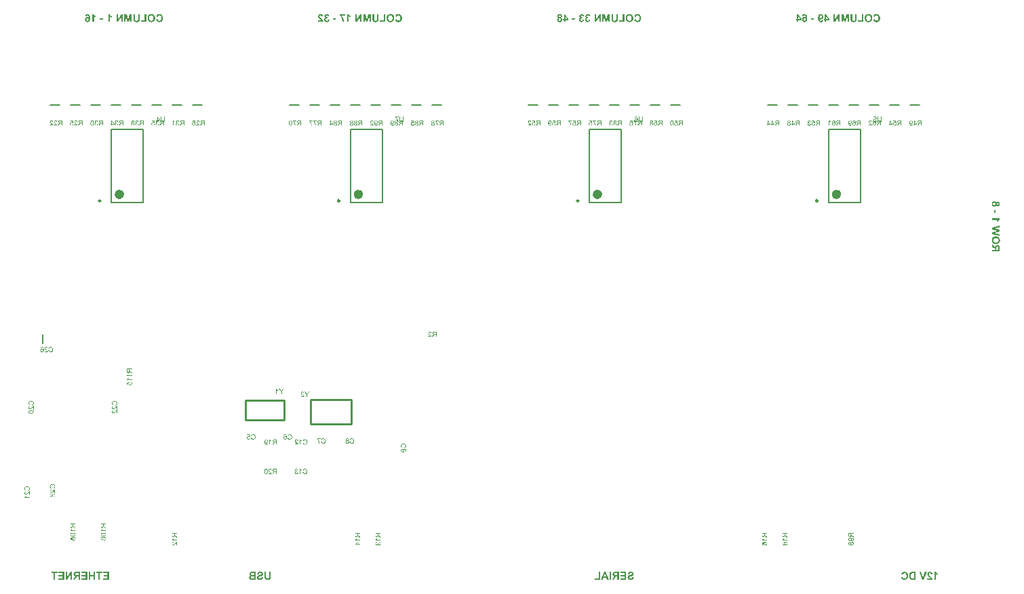
<source format=gbo>
%FSAX24Y24*%
%MOIN*%
G70*
G01*
G75*
G04 Layer_Color=32896*
%ADD10R,0.0354X0.0315*%
%ADD11R,0.0315X0.0354*%
%ADD12R,0.0906X0.0906*%
%ADD13R,0.0472X0.0551*%
%ADD14O,0.0709X0.0118*%
%ADD15O,0.0118X0.0709*%
%ADD16R,0.0200X0.0591*%
%ADD17R,0.0551X0.0472*%
%ADD18R,0.0866X0.0866*%
%ADD19O,0.0236X0.0866*%
G04:AMPARAMS|DCode=20|XSize=74.8mil|YSize=126mil|CornerRadius=0mil|HoleSize=0mil|Usage=FLASHONLY|Rotation=180.000|XOffset=0mil|YOffset=0mil|HoleType=Round|Shape=Octagon|*
%AMOCTAGOND20*
4,1,8,0.0187,-0.0630,-0.0187,-0.0630,-0.0374,-0.0443,-0.0374,0.0443,-0.0187,0.0630,0.0187,0.0630,0.0374,0.0443,0.0374,-0.0443,0.0187,-0.0630,0.0*
%
%ADD20OCTAGOND20*%

%ADD21R,0.0236X0.0551*%
%ADD22R,0.0236X0.0709*%
%ADD23R,0.0400X0.1000*%
%ADD24R,0.1200X0.1450*%
%ADD25R,0.1000X0.0400*%
%ADD26R,0.0945X0.1220*%
%ADD27R,0.0866X0.0177*%
%ADD28R,0.0800X0.0250*%
%ADD29R,0.0472X0.0118*%
%ADD30R,0.0118X0.0472*%
%ADD31C,0.0100*%
%ADD32C,0.0200*%
%ADD33C,0.0150*%
%ADD34C,0.0250*%
%ADD35R,1.1300X0.1400*%
%ADD36R,0.1300X0.2500*%
%ADD37R,1.2150X0.1400*%
%ADD38R,0.2150X0.2800*%
%ADD39R,0.8800X0.1550*%
%ADD40R,0.1350X0.2500*%
%ADD41R,0.2750X0.0500*%
%ADD42R,0.3850X0.0850*%
%ADD43R,0.2650X0.1350*%
%ADD44R,0.0750X0.1300*%
%ADD45C,0.0300*%
%ADD46C,0.1181*%
%ADD47C,0.0400*%
%ADD48C,0.0600*%
%ADD49C,0.0591*%
%ADD50R,0.0591X0.0591*%
%ADD51C,0.0700*%
%ADD52C,0.0630*%
%ADD53C,0.1500*%
%ADD54R,0.0591X0.0591*%
%ADD55C,0.0800*%
%ADD56C,0.0500*%
%ADD57C,0.1400*%
%ADD58R,0.0600X0.0600*%
%ADD59C,0.1874*%
%ADD60R,0.0665X0.0665*%
%ADD61C,0.0665*%
%ADD62C,0.1575*%
%ADD63R,0.0394X0.0512*%
%ADD64R,0.0394X0.0709*%
%ADD65R,0.1100X0.1000*%
%ADD66O,0.0827X0.0177*%
%ADD67R,0.3750X0.0850*%
%ADD68C,0.0098*%
%ADD69C,0.0236*%
%ADD70C,0.0039*%
%ADD71C,0.0050*%
%ADD72C,0.0079*%
%ADD73C,0.0059*%
%ADD74R,0.0434X0.0395*%
%ADD75R,0.0395X0.0434*%
%ADD76R,0.0986X0.0986*%
%ADD77R,0.0552X0.0631*%
%ADD78O,0.0789X0.0198*%
%ADD79O,0.0198X0.0789*%
%ADD80R,0.0280X0.0671*%
%ADD81R,0.0631X0.0552*%
%ADD82O,0.0316X0.0946*%
G04:AMPARAMS|DCode=83|XSize=82.8mil|YSize=134mil|CornerRadius=0mil|HoleSize=0mil|Usage=FLASHONLY|Rotation=180.000|XOffset=0mil|YOffset=0mil|HoleType=Round|Shape=Octagon|*
%AMOCTAGOND83*
4,1,8,0.0207,-0.0670,-0.0207,-0.0670,-0.0414,-0.0463,-0.0414,0.0463,-0.0207,0.0670,0.0207,0.0670,0.0414,0.0463,0.0414,-0.0463,0.0207,-0.0670,0.0*
%
%ADD83OCTAGOND83*%

%ADD84R,0.0316X0.0631*%
%ADD85R,0.0316X0.0789*%
%ADD86R,0.0480X0.1080*%
%ADD87R,0.1280X0.1530*%
%ADD88R,0.1080X0.0480*%
%ADD89R,0.1025X0.1300*%
%ADD90R,0.0946X0.0257*%
%ADD91R,0.0880X0.0330*%
%ADD92R,0.0552X0.0198*%
%ADD93R,0.0198X0.0552*%
%ADD94C,0.0380*%
%ADD95C,0.1261*%
%ADD96C,0.0480*%
%ADD97C,0.0680*%
%ADD98C,0.0671*%
%ADD99R,0.0671X0.0671*%
%ADD100C,0.0780*%
%ADD101C,0.0710*%
%ADD102C,0.1580*%
%ADD103R,0.0671X0.0671*%
%ADD104C,0.0080*%
%ADD105C,0.0880*%
%ADD106C,0.0580*%
%ADD107C,0.1480*%
%ADD108R,0.0680X0.0680*%
%ADD109C,0.1954*%
%ADD110R,0.0745X0.0745*%
%ADD111C,0.0745*%
%ADD112C,0.1655*%
%ADD113R,0.0474X0.0592*%
%ADD114R,0.0474X0.0789*%
%ADD115R,0.1180X0.1080*%
%ADD116O,0.0907X0.0257*%
G36*
X036477Y028607D02*
X036483Y028606D01*
X036489Y028605D01*
X036495Y028604D01*
X036500Y028603D01*
X036505Y028601D01*
X036509Y028599D01*
X036513Y028598D01*
X036517Y028596D01*
X036520Y028594D01*
X036523Y028592D01*
X036525Y028591D01*
X036527Y028590D01*
X036528Y028589D01*
X036528Y028588D01*
X036529Y028588D01*
X036532Y028584D01*
X036536Y028580D01*
X036539Y028576D01*
X036542Y028571D01*
X036546Y028562D01*
X036549Y028554D01*
X036550Y028549D01*
X036551Y028545D01*
X036552Y028542D01*
X036553Y028539D01*
X036553Y028536D01*
Y028535D01*
X036554Y028534D01*
Y028533D01*
X036521Y028530D01*
X036521Y028538D01*
X036519Y028546D01*
X036517Y028552D01*
X036514Y028558D01*
X036512Y028562D01*
X036510Y028565D01*
X036508Y028567D01*
X036508Y028568D01*
X036502Y028572D01*
X036496Y028575D01*
X036490Y028578D01*
X036484Y028579D01*
X036479Y028581D01*
X036475Y028581D01*
X036473Y028581D01*
X036471D01*
X036463Y028581D01*
X036456Y028579D01*
X036450Y028577D01*
X036445Y028575D01*
X036441Y028572D01*
X036439Y028571D01*
X036437Y028569D01*
X036436Y028568D01*
X036431Y028563D01*
X036428Y028558D01*
X036426Y028553D01*
X036424Y028548D01*
X036423Y028544D01*
X036423Y028540D01*
X036422Y028538D01*
Y028537D01*
Y028537D01*
X036423Y028530D01*
X036424Y028523D01*
X036427Y028517D01*
X036430Y028511D01*
X036433Y028506D01*
X036435Y028502D01*
X036436Y028501D01*
X036437Y028499D01*
X036437Y028499D01*
Y028499D01*
X036440Y028495D01*
X036444Y028491D01*
X036448Y028486D01*
X036453Y028482D01*
X036462Y028473D01*
X036471Y028464D01*
X036476Y028460D01*
X036480Y028456D01*
X036484Y028453D01*
X036487Y028450D01*
X036490Y028448D01*
X036492Y028446D01*
X036494Y028445D01*
X036494Y028444D01*
X036503Y028437D01*
X036512Y028429D01*
X036519Y028423D01*
X036524Y028417D01*
X036529Y028412D01*
X036532Y028409D01*
X036534Y028407D01*
X036535Y028406D01*
Y028406D01*
X036540Y028400D01*
X036544Y028394D01*
X036548Y028388D01*
X036551Y028383D01*
X036553Y028378D01*
X036555Y028375D01*
X036555Y028373D01*
X036556Y028372D01*
Y028372D01*
X036557Y028368D01*
X036558Y028364D01*
X036559Y028360D01*
X036559Y028357D01*
X036560Y028354D01*
Y028352D01*
Y028350D01*
Y028350D01*
X036390D01*
Y028380D01*
X036516D01*
X036511Y028387D01*
X036509Y028389D01*
X036507Y028392D01*
X036505Y028394D01*
X036504Y028396D01*
X036503Y028397D01*
X036503Y028397D01*
X036501Y028399D01*
X036498Y028401D01*
X036493Y028405D01*
X036487Y028411D01*
X036481Y028417D01*
X036475Y028421D01*
X036473Y028424D01*
X036470Y028426D01*
X036468Y028427D01*
X036467Y028428D01*
X036466Y028429D01*
X036466Y028430D01*
X036460Y028435D01*
X036454Y028440D01*
X036449Y028444D01*
X036444Y028448D01*
X036440Y028452D01*
X036436Y028456D01*
X036432Y028460D01*
X036429Y028462D01*
X036426Y028465D01*
X036424Y028468D01*
X036422Y028470D01*
X036420Y028471D01*
X036419Y028474D01*
X036418Y028474D01*
X036413Y028481D01*
X036408Y028486D01*
X036404Y028492D01*
X036402Y028496D01*
X036399Y028500D01*
X036398Y028503D01*
X036397Y028505D01*
X036397Y028506D01*
X036394Y028511D01*
X036393Y028517D01*
X036392Y028522D01*
X036391Y028526D01*
X036390Y028531D01*
X036390Y028534D01*
Y028535D01*
Y028536D01*
X036390Y028542D01*
X036391Y028547D01*
X036392Y028552D01*
X036393Y028556D01*
X036397Y028565D01*
X036401Y028572D01*
X036403Y028576D01*
X036405Y028578D01*
X036407Y028581D01*
X036409Y028583D01*
X036410Y028584D01*
X036411Y028586D01*
X036411Y028586D01*
X036412Y028586D01*
X036416Y028590D01*
X036420Y028593D01*
X036425Y028596D01*
X036430Y028598D01*
X036440Y028602D01*
X036449Y028605D01*
X036453Y028605D01*
X036457Y028606D01*
X036461Y028606D01*
X036464Y028607D01*
X036467Y028607D01*
X036470D01*
X036477Y028607D01*
D02*
G37*
G36*
X036800Y028350D02*
X036766D01*
Y028464D01*
X036722D01*
X036718Y028463D01*
X036715D01*
X036713Y028463D01*
X036711Y028462D01*
X036709D01*
X036709Y028462D01*
X036708D01*
X036702Y028460D01*
X036700Y028459D01*
X036698Y028458D01*
X036695Y028457D01*
X036694Y028456D01*
X036693Y028456D01*
X036693Y028455D01*
X036690Y028453D01*
X036687Y028451D01*
X036681Y028445D01*
X036679Y028442D01*
X036677Y028440D01*
X036676Y028439D01*
X036675Y028438D01*
X036672Y028433D01*
X036668Y028428D01*
X036663Y028422D01*
X036659Y028416D01*
X036656Y028411D01*
X036653Y028407D01*
X036652Y028405D01*
X036652Y028404D01*
X036651Y028404D01*
Y028403D01*
X036617Y028350D01*
X036575D01*
X036619Y028420D01*
X036624Y028427D01*
X036629Y028434D01*
X036634Y028439D01*
X036638Y028444D01*
X036642Y028448D01*
X036645Y028451D01*
X036646Y028453D01*
X036647Y028454D01*
X036650Y028456D01*
X036653Y028458D01*
X036660Y028462D01*
X036663Y028464D01*
X036665Y028465D01*
X036667Y028466D01*
X036668Y028467D01*
X036661Y028468D01*
X036655Y028469D01*
X036649Y028471D01*
X036643Y028472D01*
X036639Y028474D01*
X036634Y028476D01*
X036630Y028478D01*
X036626Y028480D01*
X036624Y028482D01*
X036621Y028484D01*
X036618Y028485D01*
X036616Y028487D01*
X036615Y028488D01*
X036614Y028489D01*
X036614Y028489D01*
X036613Y028490D01*
X036610Y028494D01*
X036607Y028497D01*
X036603Y028505D01*
X036600Y028513D01*
X036598Y028520D01*
X036596Y028526D01*
X036596Y028529D01*
Y028532D01*
X036595Y028534D01*
Y028535D01*
Y028536D01*
Y028536D01*
X036596Y028544D01*
X036597Y028551D01*
X036599Y028558D01*
X036601Y028563D01*
X036603Y028568D01*
X036604Y028572D01*
X036606Y028574D01*
X036606Y028574D01*
Y028575D01*
X036611Y028581D01*
X036615Y028586D01*
X036620Y028590D01*
X036624Y028593D01*
X036628Y028596D01*
X036632Y028598D01*
X036634Y028599D01*
X036634Y028599D01*
X036635D01*
X036638Y028600D01*
X036642Y028601D01*
X036650Y028603D01*
X036659Y028604D01*
X036667Y028605D01*
X036675Y028606D01*
X036678D01*
X036681Y028606D01*
X036800D01*
Y028350D01*
D02*
G37*
G36*
X023885Y018425D02*
X023883Y018420D01*
X023880Y018414D01*
X023878Y018409D01*
X023875Y018405D01*
X023874Y018401D01*
X023872Y018399D01*
X023872Y018398D01*
Y018398D01*
X023868Y018391D01*
X023864Y018385D01*
X023860Y018380D01*
X023856Y018376D01*
X023854Y018373D01*
X023852Y018370D01*
X023850Y018368D01*
X023850Y018368D01*
X024050D01*
Y018337D01*
X023793D01*
Y018357D01*
X023799Y018361D01*
X023805Y018365D01*
X023811Y018370D01*
X023816Y018374D01*
X023821Y018378D01*
X023824Y018382D01*
X023825Y018383D01*
X023827Y018384D01*
X023827Y018385D01*
X023827Y018385D01*
X023834Y018393D01*
X023839Y018401D01*
X023845Y018408D01*
X023849Y018415D01*
X023852Y018422D01*
X023854Y018424D01*
X023855Y018427D01*
X023856Y018428D01*
X023856Y018430D01*
X023857Y018431D01*
Y018431D01*
X023888D01*
X023885Y018425D01*
D02*
G37*
G36*
X024050Y018091D02*
X024020D01*
Y018217D01*
X024013Y018212D01*
X024011Y018210D01*
X024008Y018208D01*
X024006Y018206D01*
X024004Y018205D01*
X024003Y018204D01*
X024003Y018203D01*
X024001Y018202D01*
X023999Y018199D01*
X023995Y018194D01*
X023989Y018188D01*
X023983Y018182D01*
X023979Y018176D01*
X023976Y018173D01*
X023974Y018171D01*
X023973Y018169D01*
X023972Y018168D01*
X023971Y018167D01*
X023970Y018167D01*
X023965Y018161D01*
X023960Y018155D01*
X023956Y018150D01*
X023952Y018145D01*
X023948Y018141D01*
X023944Y018137D01*
X023940Y018133D01*
X023938Y018130D01*
X023935Y018127D01*
X023932Y018125D01*
X023930Y018123D01*
X023929Y018121D01*
X023926Y018119D01*
X023926Y018119D01*
X023919Y018114D01*
X023914Y018109D01*
X023908Y018105D01*
X023904Y018102D01*
X023900Y018100D01*
X023897Y018099D01*
X023895Y018098D01*
X023894Y018098D01*
X023889Y018095D01*
X023883Y018094D01*
X023878Y018092D01*
X023874Y018092D01*
X023869Y018091D01*
X023866Y018091D01*
X023864D01*
X023858Y018091D01*
X023853Y018092D01*
X023848Y018093D01*
X023844Y018094D01*
X023835Y018098D01*
X023828Y018102D01*
X023824Y018104D01*
X023822Y018106D01*
X023819Y018108D01*
X023817Y018109D01*
X023816Y018111D01*
X023814Y018112D01*
X023814Y018112D01*
X023814Y018113D01*
X023810Y018117D01*
X023807Y018121D01*
X023804Y018126D01*
X023802Y018131D01*
X023798Y018141D01*
X023795Y018150D01*
X023795Y018154D01*
X023794Y018158D01*
X023794Y018162D01*
X023793Y018165D01*
X023793Y018168D01*
Y018170D01*
Y018171D01*
Y018171D01*
X023793Y018178D01*
X023794Y018184D01*
X023795Y018190D01*
X023796Y018196D01*
X023797Y018201D01*
X023799Y018206D01*
X023801Y018210D01*
X023802Y018214D01*
X023804Y018218D01*
X023806Y018221D01*
X023808Y018223D01*
X023809Y018226D01*
X023810Y018228D01*
X023811Y018229D01*
X023812Y018229D01*
X023812Y018230D01*
X023816Y018233D01*
X023820Y018237D01*
X023824Y018240D01*
X023829Y018243D01*
X023838Y018247D01*
X023846Y018250D01*
X023851Y018251D01*
X023855Y018252D01*
X023858Y018253D01*
X023861Y018254D01*
X023864Y018254D01*
X023865D01*
X023866Y018255D01*
X023867D01*
X023870Y018222D01*
X023862Y018222D01*
X023854Y018220D01*
X023848Y018218D01*
X023842Y018215D01*
X023838Y018213D01*
X023835Y018211D01*
X023833Y018209D01*
X023832Y018209D01*
X023828Y018203D01*
X023825Y018197D01*
X023822Y018191D01*
X023821Y018185D01*
X023819Y018180D01*
X023819Y018176D01*
X023819Y018174D01*
Y018173D01*
Y018172D01*
Y018172D01*
X023819Y018164D01*
X023821Y018157D01*
X023823Y018151D01*
X023825Y018146D01*
X023828Y018142D01*
X023829Y018139D01*
X023831Y018138D01*
X023832Y018137D01*
X023837Y018132D01*
X023842Y018129D01*
X023847Y018126D01*
X023852Y018125D01*
X023856Y018124D01*
X023860Y018124D01*
X023862Y018123D01*
X023863D01*
X023870Y018124D01*
X023877Y018125D01*
X023883Y018128D01*
X023889Y018131D01*
X023894Y018134D01*
X023898Y018136D01*
X023899Y018137D01*
X023901Y018138D01*
X023901Y018138D01*
X023901D01*
X023905Y018141D01*
X023909Y018145D01*
X023914Y018149D01*
X023918Y018154D01*
X023927Y018163D01*
X023936Y018172D01*
X023940Y018177D01*
X023944Y018181D01*
X023947Y018185D01*
X023950Y018188D01*
X023952Y018191D01*
X023954Y018193D01*
X023955Y018195D01*
X023956Y018195D01*
X023963Y018204D01*
X023971Y018213D01*
X023977Y018220D01*
X023983Y018225D01*
X023988Y018230D01*
X023991Y018233D01*
X023993Y018235D01*
X023994Y018236D01*
X023994D01*
X024000Y018241D01*
X024006Y018245D01*
X024012Y018249D01*
X024017Y018252D01*
X024022Y018254D01*
X024025Y018256D01*
X024027Y018256D01*
X024028Y018257D01*
X024028D01*
X024032Y018258D01*
X024036Y018259D01*
X024040Y018260D01*
X024043Y018260D01*
X024046Y018260D01*
X024050D01*
Y018091D01*
D02*
G37*
G36*
X017617Y027857D02*
X017623Y027856D01*
X017629Y027855D01*
X017634Y027854D01*
X017640Y027853D01*
X017644Y027851D01*
X017649Y027849D01*
X017653Y027848D01*
X017657Y027846D01*
X017660Y027844D01*
X017662Y027842D01*
X017664Y027841D01*
X017666Y027840D01*
X017667Y027839D01*
X017668Y027838D01*
X017668Y027838D01*
X017672Y027834D01*
X017675Y027830D01*
X017679Y027826D01*
X017681Y027821D01*
X017686Y027812D01*
X017689Y027803D01*
X017690Y027799D01*
X017691Y027795D01*
X017692Y027792D01*
X017692Y027789D01*
X017693Y027786D01*
Y027785D01*
X017693Y027784D01*
Y027783D01*
X017661Y027780D01*
X017660Y027788D01*
X017659Y027796D01*
X017657Y027802D01*
X017654Y027808D01*
X017652Y027812D01*
X017650Y027815D01*
X017648Y027817D01*
X017647Y027818D01*
X017642Y027822D01*
X017636Y027825D01*
X017630Y027828D01*
X017624Y027829D01*
X017619Y027831D01*
X017614Y027831D01*
X017613Y027831D01*
X017611D01*
X017603Y027831D01*
X017596Y027829D01*
X017590Y027827D01*
X017585Y027825D01*
X017581Y027822D01*
X017578Y027821D01*
X017576Y027819D01*
X017576Y027818D01*
X017571Y027813D01*
X017568Y027808D01*
X017565Y027803D01*
X017564Y027798D01*
X017563Y027794D01*
X017562Y027790D01*
X017562Y027788D01*
Y027787D01*
Y027787D01*
X017563Y027780D01*
X017564Y027773D01*
X017567Y027767D01*
X017569Y027761D01*
X017572Y027756D01*
X017575Y027752D01*
X017576Y027751D01*
X017576Y027749D01*
X017577Y027749D01*
Y027749D01*
X017580Y027745D01*
X017584Y027741D01*
X017588Y027736D01*
X017592Y027732D01*
X017601Y027723D01*
X017611Y027714D01*
X017616Y027710D01*
X017620Y027706D01*
X017624Y027703D01*
X017627Y027700D01*
X017630Y027698D01*
X017632Y027696D01*
X017633Y027695D01*
X017634Y027694D01*
X017643Y027687D01*
X017651Y027679D01*
X017658Y027673D01*
X017664Y027667D01*
X017669Y027662D01*
X017672Y027659D01*
X017674Y027657D01*
X017675Y027656D01*
Y027656D01*
X017680Y027650D01*
X017684Y027644D01*
X017688Y027638D01*
X017691Y027633D01*
X017693Y027628D01*
X017694Y027625D01*
X017695Y027623D01*
X017695Y027622D01*
Y027622D01*
X017697Y027618D01*
X017698Y027614D01*
X017698Y027610D01*
X017699Y027607D01*
X017699Y027604D01*
Y027602D01*
Y027600D01*
Y027600D01*
X017529D01*
Y027630D01*
X017655D01*
X017651Y027637D01*
X017649Y027639D01*
X017647Y027642D01*
X017645Y027644D01*
X017644Y027646D01*
X017643Y027647D01*
X017642Y027647D01*
X017640Y027649D01*
X017638Y027651D01*
X017633Y027655D01*
X017627Y027661D01*
X017621Y027667D01*
X017615Y027671D01*
X017612Y027674D01*
X017610Y027676D01*
X017608Y027677D01*
X017607Y027678D01*
X017606Y027679D01*
X017606Y027680D01*
X017600Y027685D01*
X017594Y027690D01*
X017589Y027694D01*
X017584Y027698D01*
X017579Y027702D01*
X017576Y027706D01*
X017572Y027710D01*
X017569Y027712D01*
X017566Y027715D01*
X017564Y027718D01*
X017562Y027720D01*
X017560Y027721D01*
X017558Y027724D01*
X017557Y027724D01*
X017552Y027731D01*
X017548Y027736D01*
X017544Y027742D01*
X017541Y027746D01*
X017539Y027750D01*
X017537Y027753D01*
X017537Y027755D01*
X017536Y027756D01*
X017534Y027761D01*
X017533Y027767D01*
X017531Y027772D01*
X017530Y027776D01*
X017530Y027781D01*
X017530Y027784D01*
Y027785D01*
Y027786D01*
X017530Y027792D01*
X017531Y027797D01*
X017532Y027802D01*
X017533Y027806D01*
X017537Y027815D01*
X017540Y027822D01*
X017543Y027826D01*
X017544Y027828D01*
X017546Y027831D01*
X017548Y027833D01*
X017550Y027834D01*
X017550Y027836D01*
X017551Y027836D01*
X017552Y027836D01*
X017556Y027840D01*
X017560Y027843D01*
X017565Y027846D01*
X017570Y027848D01*
X017579Y027852D01*
X017589Y027855D01*
X017593Y027855D01*
X017597Y027856D01*
X017601Y027856D01*
X017604Y027857D01*
X017606Y027857D01*
X017610D01*
X017617Y027857D01*
D02*
G37*
G36*
X017933Y021099D02*
X017946Y021098D01*
X017958Y021096D01*
X017963Y021094D01*
X017968Y021093D01*
X017973Y021092D01*
X017977Y021091D01*
X017980Y021090D01*
X017983Y021089D01*
X017986Y021088D01*
X017987Y021087D01*
X017989Y021087D01*
X017989D01*
X018000Y021081D01*
X018010Y021075D01*
X018019Y021068D01*
X018022Y021065D01*
X018025Y021062D01*
X018028Y021059D01*
X018031Y021056D01*
X018033Y021053D01*
X018034Y021051D01*
X018036Y021050D01*
X018037Y021048D01*
X018037Y021047D01*
X018038Y021047D01*
X018041Y021042D01*
X018043Y021037D01*
X018047Y021026D01*
X018050Y021015D01*
X018052Y021004D01*
X018053Y020999D01*
X018054Y020994D01*
X018054Y020990D01*
Y020987D01*
X018054Y020984D01*
Y020982D01*
Y020980D01*
Y020980D01*
X018054Y020972D01*
X018053Y020965D01*
X018053Y020959D01*
X018051Y020952D01*
X018049Y020946D01*
X018047Y020941D01*
X018046Y020936D01*
X018043Y020931D01*
X018041Y020927D01*
X018040Y020923D01*
X018038Y020920D01*
X018036Y020917D01*
X018034Y020915D01*
X018034Y020913D01*
X018033Y020912D01*
X018033Y020912D01*
X018028Y020907D01*
X018024Y020902D01*
X018019Y020898D01*
X018013Y020894D01*
X018003Y020888D01*
X017993Y020882D01*
X017988Y020880D01*
X017983Y020878D01*
X017979Y020877D01*
X017976Y020876D01*
X017973Y020875D01*
X017971Y020874D01*
X017969Y020874D01*
X017969D01*
X017960Y020908D01*
X017966Y020909D01*
X017972Y020911D01*
X017977Y020913D01*
X017982Y020915D01*
X017986Y020917D01*
X017990Y020919D01*
X017994Y020922D01*
X017997Y020924D01*
X018000Y020926D01*
X018002Y020928D01*
X018004Y020930D01*
X018006Y020931D01*
X018007Y020933D01*
X018009Y020934D01*
X018009Y020934D01*
X018009Y020935D01*
X018012Y020938D01*
X018014Y020942D01*
X018019Y020951D01*
X018022Y020958D01*
X018023Y020966D01*
X018025Y020973D01*
X018025Y020975D01*
Y020978D01*
X018026Y020980D01*
Y020982D01*
Y020982D01*
Y020983D01*
X018025Y020991D01*
X018024Y020999D01*
X018022Y021007D01*
X018020Y021013D01*
X018017Y021019D01*
X018016Y021021D01*
X018016Y021023D01*
X018015Y021024D01*
X018014Y021025D01*
X018014Y021026D01*
Y021026D01*
X018009Y021033D01*
X018003Y021039D01*
X017997Y021044D01*
X017991Y021049D01*
X017986Y021052D01*
X017981Y021054D01*
X017979Y021055D01*
X017978Y021056D01*
X017977Y021056D01*
X017977D01*
X017967Y021059D01*
X017958Y021061D01*
X017948Y021063D01*
X017939Y021064D01*
X017935Y021064D01*
X017932Y021065D01*
X017928D01*
X017926Y021065D01*
X017920D01*
X017911Y021065D01*
X017902Y021064D01*
X017893Y021063D01*
X017886Y021061D01*
X017880Y021060D01*
X017877Y021059D01*
X017875Y021059D01*
X017873Y021058D01*
X017872Y021058D01*
X017871Y021057D01*
X017871D01*
X017862Y021054D01*
X017855Y021050D01*
X017848Y021045D01*
X017843Y021040D01*
X017838Y021036D01*
X017835Y021033D01*
X017834Y021030D01*
X017833Y021030D01*
Y021030D01*
X017828Y021022D01*
X017824Y021013D01*
X017822Y021005D01*
X017820Y020998D01*
X017819Y020990D01*
X017819Y020988D01*
Y020985D01*
X017818Y020983D01*
Y020982D01*
Y020980D01*
Y020980D01*
X017819Y020971D01*
X017820Y020962D01*
X017822Y020955D01*
X017825Y020949D01*
X017827Y020944D01*
X017829Y020941D01*
X017831Y020938D01*
X017831Y020938D01*
X017837Y020932D01*
X017843Y020926D01*
X017850Y020922D01*
X017856Y020918D01*
X017862Y020915D01*
X017865Y020914D01*
X017868Y020913D01*
X017869Y020912D01*
X017871Y020912D01*
X017872Y020911D01*
X017872D01*
X017864Y020878D01*
X017858Y020880D01*
X017852Y020882D01*
X017846Y020885D01*
X017841Y020888D01*
X017836Y020891D01*
X017831Y020894D01*
X017827Y020897D01*
X017823Y020900D01*
X017820Y020903D01*
X017817Y020906D01*
X017815Y020908D01*
X017813Y020910D01*
X017811Y020912D01*
X017810Y020914D01*
X017809Y020914D01*
X017809Y020915D01*
X017806Y020920D01*
X017802Y020925D01*
X017800Y020930D01*
X017798Y020936D01*
X017794Y020947D01*
X017792Y020957D01*
X017791Y020962D01*
X017791Y020966D01*
X017790Y020970D01*
X017790Y020973D01*
X017790Y020976D01*
Y020978D01*
Y020979D01*
Y020979D01*
X017790Y020992D01*
X017792Y021003D01*
X017794Y021014D01*
X017796Y021019D01*
X017797Y021023D01*
X017799Y021027D01*
X017800Y021031D01*
X017801Y021034D01*
X017802Y021037D01*
X017804Y021039D01*
X017804Y021040D01*
X017805Y021041D01*
X017805Y021042D01*
X017811Y021052D01*
X017819Y021060D01*
X017826Y021067D01*
X017834Y021074D01*
X017840Y021079D01*
X017843Y021080D01*
X017846Y021082D01*
X017848Y021083D01*
X017849Y021084D01*
X017850Y021084D01*
X017851Y021085D01*
X017862Y021090D01*
X017874Y021094D01*
X017886Y021096D01*
X017896Y021098D01*
X017901Y021099D01*
X017906Y021099D01*
X017910Y021100D01*
X017913D01*
X017916Y021100D01*
X017920D01*
X017933Y021099D01*
D02*
G37*
G36*
X018050Y020679D02*
X018020D01*
Y020805D01*
X018013Y020801D01*
X018011Y020799D01*
X018008Y020797D01*
X018006Y020795D01*
X018004Y020794D01*
X018003Y020793D01*
X018003Y020792D01*
X018001Y020790D01*
X017999Y020788D01*
X017995Y020783D01*
X017989Y020777D01*
X017983Y020771D01*
X017979Y020765D01*
X017976Y020762D01*
X017974Y020760D01*
X017973Y020758D01*
X017972Y020757D01*
X017971Y020756D01*
X017970Y020756D01*
X017965Y020750D01*
X017960Y020744D01*
X017956Y020739D01*
X017952Y020734D01*
X017948Y020729D01*
X017944Y020726D01*
X017940Y020722D01*
X017938Y020719D01*
X017935Y020716D01*
X017932Y020714D01*
X017930Y020712D01*
X017929Y020710D01*
X017926Y020708D01*
X017926Y020707D01*
X017919Y020702D01*
X017914Y020698D01*
X017908Y020694D01*
X017904Y020691D01*
X017900Y020689D01*
X017897Y020687D01*
X017895Y020687D01*
X017894Y020686D01*
X017889Y020684D01*
X017883Y020683D01*
X017878Y020681D01*
X017874Y020680D01*
X017869Y020680D01*
X017866Y020680D01*
X017864D01*
X017858Y020680D01*
X017853Y020681D01*
X017848Y020682D01*
X017844Y020683D01*
X017835Y020687D01*
X017828Y020690D01*
X017824Y020693D01*
X017822Y020694D01*
X017819Y020696D01*
X017817Y020698D01*
X017816Y020700D01*
X017814Y020700D01*
X017814Y020701D01*
X017814Y020702D01*
X017810Y020706D01*
X017807Y020710D01*
X017804Y020715D01*
X017802Y020720D01*
X017798Y020729D01*
X017795Y020739D01*
X017795Y020743D01*
X017794Y020747D01*
X017794Y020751D01*
X017793Y020754D01*
X017793Y020756D01*
Y020758D01*
Y020760D01*
Y020760D01*
X017793Y020767D01*
X017794Y020773D01*
X017795Y020779D01*
X017796Y020784D01*
X017797Y020790D01*
X017799Y020794D01*
X017801Y020799D01*
X017802Y020803D01*
X017804Y020807D01*
X017806Y020810D01*
X017808Y020812D01*
X017809Y020814D01*
X017810Y020816D01*
X017811Y020817D01*
X017812Y020818D01*
X017812Y020818D01*
X017816Y020822D01*
X017820Y020825D01*
X017824Y020829D01*
X017829Y020831D01*
X017838Y020836D01*
X017846Y020839D01*
X017851Y020840D01*
X017855Y020841D01*
X017858Y020842D01*
X017861Y020842D01*
X017864Y020843D01*
X017865D01*
X017866Y020843D01*
X017867D01*
X017870Y020811D01*
X017862Y020810D01*
X017854Y020809D01*
X017848Y020807D01*
X017842Y020804D01*
X017838Y020802D01*
X017835Y020800D01*
X017833Y020798D01*
X017832Y020797D01*
X017828Y020792D01*
X017825Y020786D01*
X017822Y020780D01*
X017821Y020774D01*
X017819Y020769D01*
X017819Y020764D01*
X017819Y020763D01*
Y020762D01*
Y020761D01*
Y020761D01*
X017819Y020753D01*
X017821Y020746D01*
X017823Y020740D01*
X017825Y020735D01*
X017828Y020731D01*
X017829Y020728D01*
X017831Y020726D01*
X017832Y020726D01*
X017837Y020721D01*
X017842Y020718D01*
X017847Y020715D01*
X017852Y020714D01*
X017856Y020713D01*
X017860Y020712D01*
X017862Y020712D01*
X017863D01*
X017870Y020713D01*
X017877Y020714D01*
X017883Y020717D01*
X017889Y020719D01*
X017894Y020722D01*
X017898Y020725D01*
X017899Y020726D01*
X017901Y020726D01*
X017901Y020727D01*
X017901D01*
X017905Y020730D01*
X017909Y020734D01*
X017914Y020738D01*
X017918Y020742D01*
X017927Y020751D01*
X017936Y020761D01*
X017940Y020766D01*
X017944Y020770D01*
X017947Y020774D01*
X017950Y020777D01*
X017952Y020780D01*
X017954Y020782D01*
X017955Y020783D01*
X017956Y020784D01*
X017963Y020793D01*
X017971Y020801D01*
X017977Y020808D01*
X017983Y020814D01*
X017988Y020819D01*
X017991Y020822D01*
X017993Y020824D01*
X017994Y020825D01*
X017994D01*
X018000Y020830D01*
X018006Y020834D01*
X018012Y020838D01*
X018017Y020841D01*
X018022Y020843D01*
X018025Y020844D01*
X018027Y020845D01*
X018028Y020845D01*
X018028D01*
X018032Y020847D01*
X018036Y020848D01*
X018040Y020848D01*
X018043Y020849D01*
X018046Y020849D01*
X018050D01*
Y020679D01*
D02*
G37*
G36*
X017412Y027857D02*
X017419Y027856D01*
X017426Y027855D01*
X017432Y027853D01*
X017438Y027850D01*
X017443Y027848D01*
X017448Y027845D01*
X017453Y027842D01*
X017456Y027840D01*
X017460Y027837D01*
X017463Y027835D01*
X017465Y027832D01*
X017467Y027830D01*
X017469Y027829D01*
X017469Y027828D01*
X017470Y027828D01*
X017475Y027821D01*
X017479Y027813D01*
X017482Y027805D01*
X017486Y027796D01*
X017488Y027788D01*
X017490Y027779D01*
X017492Y027769D01*
X017494Y027761D01*
X017495Y027752D01*
X017496Y027745D01*
X017496Y027738D01*
X017497Y027732D01*
Y027727D01*
X017497Y027723D01*
Y027721D01*
Y027720D01*
Y027720D01*
Y027720D01*
X017497Y027708D01*
X017496Y027697D01*
X017495Y027686D01*
X017493Y027677D01*
X017491Y027668D01*
X017489Y027660D01*
X017487Y027653D01*
X017485Y027647D01*
X017482Y027642D01*
X017480Y027637D01*
X017478Y027633D01*
X017476Y027630D01*
X017475Y027627D01*
X017473Y027626D01*
X017473Y027625D01*
X017472Y027624D01*
X017468Y027619D01*
X017462Y027615D01*
X017457Y027611D01*
X017452Y027608D01*
X017446Y027605D01*
X017441Y027603D01*
X017436Y027601D01*
X017431Y027599D01*
X017426Y027598D01*
X017422Y027597D01*
X017418Y027596D01*
X017415Y027596D01*
X017412D01*
X017410Y027596D01*
X017408D01*
X017400Y027596D01*
X017392Y027597D01*
X017385Y027599D01*
X017379Y027601D01*
X017374Y027603D01*
X017370Y027605D01*
X017369Y027605D01*
X017368Y027606D01*
X017367Y027606D01*
X017367D01*
X017361Y027611D01*
X017355Y027616D01*
X017350Y027621D01*
X017346Y027626D01*
X017342Y027631D01*
X017340Y027635D01*
X017340Y027636D01*
X017339Y027637D01*
X017338Y027638D01*
Y027638D01*
X017335Y027646D01*
X017332Y027654D01*
X017330Y027661D01*
X017329Y027668D01*
X017328Y027674D01*
Y027677D01*
X017328Y027679D01*
Y027681D01*
Y027682D01*
Y027683D01*
Y027683D01*
X017328Y027690D01*
X017329Y027696D01*
X017330Y027702D01*
X017331Y027708D01*
X017333Y027713D01*
X017335Y027718D01*
X017337Y027722D01*
X017339Y027727D01*
X017341Y027730D01*
X017343Y027734D01*
X017345Y027736D01*
X017347Y027739D01*
X017348Y027741D01*
X017349Y027742D01*
X017349Y027742D01*
X017350Y027743D01*
X017354Y027747D01*
X017358Y027751D01*
X017363Y027754D01*
X017368Y027756D01*
X017372Y027759D01*
X017377Y027761D01*
X017385Y027763D01*
X017389Y027764D01*
X017392Y027765D01*
X017395Y027765D01*
X017398Y027766D01*
X017401Y027766D01*
X017404D01*
X017410Y027766D01*
X017416Y027765D01*
X017422Y027764D01*
X017428Y027762D01*
X017432Y027760D01*
X017435Y027759D01*
X017438Y027758D01*
X017438Y027758D01*
X017438D01*
X017444Y027754D01*
X017449Y027750D01*
X017454Y027746D01*
X017458Y027741D01*
X017461Y027738D01*
X017464Y027735D01*
X017465Y027732D01*
X017466Y027732D01*
Y027739D01*
X017465Y027745D01*
X017465Y027751D01*
X017464Y027757D01*
X017464Y027762D01*
X017463Y027767D01*
X017462Y027772D01*
X017461Y027776D01*
X017460Y027779D01*
X017460Y027782D01*
X017459Y027785D01*
X017459Y027787D01*
X017458Y027789D01*
X017458Y027790D01*
X017457Y027791D01*
Y027791D01*
X017453Y027798D01*
X017450Y027805D01*
X017446Y027810D01*
X017442Y027815D01*
X017439Y027818D01*
X017436Y027821D01*
X017434Y027822D01*
X017433Y027823D01*
X017429Y027826D01*
X017425Y027828D01*
X017420Y027829D01*
X017416Y027830D01*
X017412Y027831D01*
X017409Y027831D01*
X017407D01*
X017400Y027831D01*
X017394Y027829D01*
X017389Y027827D01*
X017384Y027825D01*
X017380Y027822D01*
X017378Y027820D01*
X017376Y027818D01*
X017375Y027818D01*
X017373Y027814D01*
X017370Y027810D01*
X017368Y027806D01*
X017367Y027801D01*
X017365Y027797D01*
X017364Y027794D01*
X017364Y027792D01*
X017363Y027791D01*
Y027791D01*
X017332Y027794D01*
X017334Y027804D01*
X017337Y027813D01*
X017341Y027821D01*
X017345Y027828D01*
X017349Y027833D01*
X017351Y027835D01*
X017352Y027837D01*
X017354Y027838D01*
X017355Y027839D01*
X017355Y027840D01*
X017355Y027840D01*
X017359Y027843D01*
X017363Y027846D01*
X017371Y027850D01*
X017379Y027853D01*
X017387Y027855D01*
X017394Y027856D01*
X017397Y027857D01*
X017400D01*
X017402Y027857D01*
X017405D01*
X017412Y027857D01*
D02*
G37*
G36*
X017842Y027860D02*
X017853Y027858D01*
X017864Y027856D01*
X017869Y027854D01*
X017873Y027853D01*
X017877Y027851D01*
X017881Y027850D01*
X017884Y027849D01*
X017887Y027848D01*
X017889Y027846D01*
X017890Y027846D01*
X017891Y027845D01*
X017892Y027845D01*
X017902Y027839D01*
X017910Y027831D01*
X017917Y027824D01*
X017924Y027816D01*
X017929Y027810D01*
X017930Y027807D01*
X017932Y027804D01*
X017933Y027802D01*
X017934Y027801D01*
X017934Y027800D01*
X017935Y027799D01*
X017940Y027788D01*
X017944Y027776D01*
X017946Y027764D01*
X017948Y027754D01*
X017949Y027749D01*
X017949Y027744D01*
X017950Y027740D01*
Y027737D01*
X017950Y027734D01*
Y027732D01*
Y027730D01*
Y027730D01*
X017949Y027717D01*
X017948Y027704D01*
X017946Y027692D01*
X017944Y027687D01*
X017943Y027682D01*
X017942Y027677D01*
X017941Y027673D01*
X017940Y027670D01*
X017939Y027667D01*
X017938Y027664D01*
X017937Y027663D01*
X017937Y027661D01*
Y027661D01*
X017931Y027650D01*
X017925Y027640D01*
X017918Y027631D01*
X017915Y027628D01*
X017912Y027625D01*
X017909Y027622D01*
X017906Y027619D01*
X017903Y027617D01*
X017901Y027616D01*
X017900Y027614D01*
X017898Y027613D01*
X017897Y027613D01*
X017897Y027612D01*
X017892Y027609D01*
X017887Y027607D01*
X017876Y027603D01*
X017865Y027600D01*
X017854Y027598D01*
X017849Y027597D01*
X017844Y027596D01*
X017840Y027596D01*
X017837D01*
X017834Y027596D01*
X017830D01*
X017822Y027596D01*
X017815Y027597D01*
X017809Y027597D01*
X017802Y027599D01*
X017796Y027601D01*
X017791Y027603D01*
X017786Y027604D01*
X017781Y027607D01*
X017777Y027609D01*
X017773Y027610D01*
X017770Y027612D01*
X017767Y027614D01*
X017765Y027616D01*
X017763Y027616D01*
X017762Y027617D01*
X017762Y027617D01*
X017757Y027622D01*
X017752Y027626D01*
X017748Y027631D01*
X017744Y027637D01*
X017738Y027647D01*
X017732Y027657D01*
X017730Y027662D01*
X017728Y027667D01*
X017727Y027671D01*
X017726Y027674D01*
X017725Y027677D01*
X017724Y027679D01*
X017724Y027681D01*
Y027681D01*
X017758Y027690D01*
X017759Y027684D01*
X017761Y027678D01*
X017763Y027673D01*
X017765Y027668D01*
X017767Y027664D01*
X017769Y027660D01*
X017772Y027656D01*
X017774Y027653D01*
X017776Y027650D01*
X017778Y027648D01*
X017780Y027646D01*
X017781Y027644D01*
X017783Y027643D01*
X017784Y027641D01*
X017784Y027641D01*
X017785Y027641D01*
X017788Y027638D01*
X017792Y027636D01*
X017801Y027631D01*
X017808Y027628D01*
X017816Y027627D01*
X017823Y027625D01*
X017825Y027625D01*
X017828D01*
X017830Y027624D01*
X017833D01*
X017841Y027625D01*
X017849Y027626D01*
X017857Y027628D01*
X017863Y027630D01*
X017869Y027633D01*
X017871Y027634D01*
X017873Y027634D01*
X017874Y027635D01*
X017875Y027636D01*
X017876Y027636D01*
X017876D01*
X017883Y027641D01*
X017889Y027647D01*
X017895Y027653D01*
X017899Y027659D01*
X017902Y027664D01*
X017904Y027669D01*
X017905Y027671D01*
X017906Y027672D01*
X017906Y027673D01*
Y027673D01*
X017909Y027683D01*
X017911Y027692D01*
X017913Y027702D01*
X017914Y027711D01*
X017914Y027715D01*
X017915Y027718D01*
Y027722D01*
X017915Y027724D01*
Y027727D01*
Y027728D01*
Y027729D01*
Y027730D01*
X017915Y027739D01*
X017914Y027748D01*
X017913Y027757D01*
X017911Y027764D01*
X017910Y027770D01*
X017909Y027773D01*
X017909Y027775D01*
X017908Y027777D01*
X017908Y027778D01*
X017907Y027779D01*
Y027779D01*
X017904Y027788D01*
X017900Y027795D01*
X017895Y027802D01*
X017890Y027807D01*
X017886Y027812D01*
X017883Y027815D01*
X017880Y027816D01*
X017880Y027817D01*
X017880D01*
X017872Y027822D01*
X017863Y027826D01*
X017855Y027828D01*
X017848Y027830D01*
X017840Y027831D01*
X017838Y027831D01*
X017835D01*
X017833Y027832D01*
X017830D01*
X017821Y027831D01*
X017812Y027830D01*
X017805Y027828D01*
X017799Y027825D01*
X017794Y027823D01*
X017791Y027821D01*
X017788Y027819D01*
X017788Y027819D01*
X017782Y027813D01*
X017776Y027807D01*
X017772Y027800D01*
X017768Y027794D01*
X017765Y027788D01*
X017764Y027785D01*
X017763Y027782D01*
X017762Y027781D01*
X017762Y027779D01*
X017761Y027778D01*
Y027778D01*
X017728Y027786D01*
X017730Y027792D01*
X017732Y027798D01*
X017735Y027804D01*
X017738Y027809D01*
X017741Y027814D01*
X017744Y027819D01*
X017747Y027823D01*
X017750Y027827D01*
X017753Y027830D01*
X017756Y027833D01*
X017758Y027835D01*
X017760Y027837D01*
X017762Y027839D01*
X017764Y027840D01*
X017764Y027840D01*
X017765Y027841D01*
X017770Y027844D01*
X017775Y027848D01*
X017780Y027850D01*
X017786Y027852D01*
X017797Y027856D01*
X017807Y027858D01*
X017812Y027859D01*
X017816Y027859D01*
X017820Y027860D01*
X017823Y027860D01*
X017826Y027860D01*
X017829D01*
X017842Y027860D01*
D02*
G37*
G36*
X024050Y018666D02*
X023936D01*
Y018627D01*
Y018622D01*
X023937Y018618D01*
Y018615D01*
X023937Y018613D01*
X023938Y018611D01*
Y018609D01*
X023938Y018609D01*
Y018608D01*
X023940Y018602D01*
X023941Y018600D01*
X023942Y018598D01*
X023943Y018595D01*
X023944Y018594D01*
X023944Y018593D01*
X023945Y018593D01*
X023947Y018590D01*
X023949Y018587D01*
X023955Y018581D01*
X023958Y018579D01*
X023960Y018577D01*
X023961Y018576D01*
X023962Y018575D01*
X023967Y018572D01*
X023972Y018568D01*
X023978Y018563D01*
X023984Y018559D01*
X023989Y018556D01*
X023993Y018553D01*
X023995Y018552D01*
X023996Y018552D01*
X023996Y018551D01*
X023997D01*
X024050Y018517D01*
Y018475D01*
X023980Y018519D01*
X023973Y018524D01*
X023966Y018529D01*
X023961Y018534D01*
X023956Y018538D01*
X023952Y018542D01*
X023949Y018545D01*
X023947Y018546D01*
X023946Y018547D01*
X023944Y018550D01*
X023942Y018553D01*
X023938Y018560D01*
X023936Y018563D01*
X023935Y018565D01*
X023934Y018567D01*
X023933Y018568D01*
X023932Y018561D01*
X023931Y018555D01*
X023929Y018549D01*
X023928Y018543D01*
X023926Y018539D01*
X023924Y018534D01*
X023922Y018530D01*
X023920Y018526D01*
X023918Y018524D01*
X023916Y018521D01*
X023915Y018518D01*
X023913Y018516D01*
X023912Y018515D01*
X023911Y018514D01*
X023911Y018514D01*
X023910Y018513D01*
X023906Y018510D01*
X023903Y018507D01*
X023895Y018503D01*
X023887Y018500D01*
X023880Y018498D01*
X023874Y018496D01*
X023871Y018496D01*
X023868D01*
X023866Y018495D01*
X023864D01*
X023856Y018496D01*
X023849Y018497D01*
X023842Y018499D01*
X023837Y018501D01*
X023832Y018503D01*
X023828Y018504D01*
X023826Y018506D01*
X023826Y018506D01*
X023825D01*
X023819Y018511D01*
X023814Y018515D01*
X023810Y018520D01*
X023807Y018524D01*
X023804Y018528D01*
X023802Y018532D01*
X023801Y018534D01*
X023801Y018534D01*
Y018535D01*
X023800Y018538D01*
X023799Y018542D01*
X023797Y018550D01*
X023796Y018559D01*
X023795Y018567D01*
X023794Y018575D01*
Y018578D01*
X023794Y018581D01*
Y018583D01*
Y018585D01*
Y018586D01*
Y018587D01*
Y018700D01*
X024050D01*
Y018666D01*
D02*
G37*
G36*
X052989Y018255D02*
X052994Y018254D01*
X053005Y018251D01*
X053014Y018247D01*
X053018Y018245D01*
X053021Y018242D01*
X053024Y018240D01*
X053027Y018238D01*
X053030Y018236D01*
X053032Y018235D01*
X053033Y018233D01*
X053034Y018232D01*
X053035Y018232D01*
X053035Y018231D01*
X053039Y018227D01*
X053041Y018222D01*
X053044Y018218D01*
X053046Y018213D01*
X053050Y018203D01*
X053052Y018194D01*
X053053Y018190D01*
X053053Y018186D01*
X053054Y018183D01*
X053054Y018180D01*
X053054Y018177D01*
Y018175D01*
Y018174D01*
Y018174D01*
X053054Y018166D01*
X053053Y018159D01*
X053051Y018152D01*
X053050Y018145D01*
X053047Y018139D01*
X053044Y018134D01*
X053042Y018129D01*
X053039Y018124D01*
X053036Y018120D01*
X053033Y018117D01*
X053030Y018114D01*
X053028Y018111D01*
X053026Y018109D01*
X053025Y018108D01*
X053024Y018107D01*
X053023Y018107D01*
X053019Y018103D01*
X053013Y018100D01*
X053009Y018097D01*
X053003Y018095D01*
X052993Y018091D01*
X052984Y018089D01*
X052980Y018088D01*
X052976Y018087D01*
X052972Y018087D01*
X052969Y018087D01*
X052967Y018086D01*
X052963D01*
X052957Y018087D01*
X052950Y018087D01*
X052944Y018088D01*
X052939Y018090D01*
X052933Y018092D01*
X052928Y018094D01*
X052924Y018096D01*
X052920Y018098D01*
X052916Y018100D01*
X052913Y018102D01*
X052910Y018104D01*
X052908Y018106D01*
X052906Y018107D01*
X052905Y018108D01*
X052904Y018109D01*
X052903Y018109D01*
X052899Y018114D01*
X052896Y018118D01*
X052893Y018123D01*
X052890Y018128D01*
X052888Y018133D01*
X052886Y018138D01*
X052883Y018146D01*
X052882Y018151D01*
X052881Y018154D01*
X052881Y018158D01*
X052881Y018161D01*
X052880Y018163D01*
Y018165D01*
Y018166D01*
Y018166D01*
Y018171D01*
X052881Y018175D01*
X052883Y018184D01*
X052885Y018192D01*
X052888Y018200D01*
X052891Y018206D01*
X052893Y018208D01*
X052894Y018210D01*
X052895Y018212D01*
X052896Y018213D01*
X052896Y018214D01*
X052896Y018215D01*
X052827Y018201D01*
Y018098D01*
X052797D01*
Y018226D01*
X052929Y018250D01*
X052933Y018221D01*
X052929Y018218D01*
X052926Y018215D01*
X052922Y018212D01*
X052920Y018209D01*
X052918Y018206D01*
X052916Y018204D01*
X052915Y018202D01*
X052915Y018202D01*
X052913Y018197D01*
X052911Y018192D01*
X052910Y018188D01*
X052909Y018183D01*
X052908Y018180D01*
X052908Y018177D01*
Y018175D01*
Y018174D01*
Y018170D01*
X052909Y018165D01*
X052911Y018158D01*
X052913Y018151D01*
X052916Y018145D01*
X052919Y018141D01*
X052921Y018137D01*
X052923Y018135D01*
X052923Y018135D01*
X052924D01*
X052930Y018129D01*
X052937Y018126D01*
X052944Y018123D01*
X052951Y018121D01*
X052957Y018120D01*
X052959Y018120D01*
X052962D01*
X052963Y018119D01*
X052971D01*
X052976Y018120D01*
X052985Y018122D01*
X052993Y018125D01*
X052999Y018127D01*
X053004Y018130D01*
X053009Y018133D01*
X053010Y018134D01*
X053011Y018135D01*
X053011Y018135D01*
X053012Y018135D01*
X053014Y018138D01*
X053017Y018141D01*
X053022Y018148D01*
X053024Y018154D01*
X053026Y018161D01*
X053028Y018166D01*
X053028Y018170D01*
X053029Y018172D01*
Y018173D01*
Y018173D01*
Y018174D01*
X053028Y018181D01*
X053027Y018187D01*
X053025Y018193D01*
X053023Y018197D01*
X053020Y018201D01*
X053019Y018204D01*
X053017Y018206D01*
X053017Y018206D01*
X053012Y018211D01*
X053006Y018215D01*
X053000Y018218D01*
X052994Y018220D01*
X052989Y018221D01*
X052985Y018222D01*
X052983Y018223D01*
X052982Y018223D01*
X052980D01*
X052983Y018256D01*
X052989Y018255D01*
D02*
G37*
G36*
X033050Y018666D02*
X032936D01*
Y018627D01*
Y018622D01*
X032937Y018618D01*
Y018615D01*
X032937Y018613D01*
X032938Y018611D01*
Y018609D01*
X032938Y018609D01*
Y018608D01*
X032940Y018602D01*
X032941Y018600D01*
X032942Y018598D01*
X032943Y018595D01*
X032944Y018594D01*
X032944Y018593D01*
X032945Y018593D01*
X032947Y018590D01*
X032949Y018587D01*
X032955Y018581D01*
X032957Y018579D01*
X032960Y018577D01*
X032961Y018576D01*
X032962Y018575D01*
X032967Y018572D01*
X032972Y018568D01*
X032978Y018563D01*
X032984Y018559D01*
X032989Y018556D01*
X032993Y018553D01*
X032994Y018552D01*
X032996Y018552D01*
X032996Y018551D01*
X032997D01*
X033050Y018517D01*
Y018475D01*
X032980Y018519D01*
X032973Y018524D01*
X032966Y018529D01*
X032961Y018534D01*
X032956Y018538D01*
X032952Y018542D01*
X032949Y018545D01*
X032947Y018546D01*
X032946Y018547D01*
X032944Y018550D01*
X032942Y018553D01*
X032938Y018560D01*
X032936Y018563D01*
X032935Y018565D01*
X032934Y018567D01*
X032933Y018568D01*
X032932Y018561D01*
X032931Y018555D01*
X032929Y018549D01*
X032928Y018543D01*
X032926Y018539D01*
X032924Y018534D01*
X032922Y018530D01*
X032920Y018526D01*
X032918Y018524D01*
X032916Y018521D01*
X032915Y018518D01*
X032913Y018516D01*
X032912Y018515D01*
X032911Y018514D01*
X032911Y018514D01*
X032910Y018513D01*
X032906Y018510D01*
X032903Y018507D01*
X032895Y018503D01*
X032887Y018500D01*
X032880Y018498D01*
X032874Y018496D01*
X032871Y018496D01*
X032868D01*
X032866Y018495D01*
X032864D01*
X032856Y018496D01*
X032849Y018497D01*
X032842Y018499D01*
X032837Y018501D01*
X032832Y018503D01*
X032828Y018504D01*
X032826Y018506D01*
X032826Y018506D01*
X032825D01*
X032819Y018511D01*
X032814Y018515D01*
X032810Y018520D01*
X032807Y018524D01*
X032804Y018528D01*
X032802Y018532D01*
X032801Y018534D01*
X032801Y018534D01*
Y018535D01*
X032800Y018538D01*
X032799Y018542D01*
X032797Y018550D01*
X032796Y018559D01*
X032795Y018567D01*
X032794Y018575D01*
Y018578D01*
X032794Y018581D01*
Y018583D01*
Y018585D01*
Y018586D01*
Y018587D01*
Y018700D01*
X033050D01*
Y018666D01*
D02*
G37*
G36*
X053050D02*
X052936D01*
Y018627D01*
Y018622D01*
X052937Y018618D01*
Y018615D01*
X052937Y018613D01*
X052938Y018611D01*
Y018609D01*
X052938Y018609D01*
Y018608D01*
X052940Y018602D01*
X052941Y018600D01*
X052942Y018598D01*
X052943Y018595D01*
X052944Y018594D01*
X052944Y018593D01*
X052945Y018593D01*
X052947Y018590D01*
X052949Y018587D01*
X052955Y018581D01*
X052958Y018579D01*
X052960Y018577D01*
X052961Y018576D01*
X052962Y018575D01*
X052967Y018572D01*
X052972Y018568D01*
X052978Y018563D01*
X052984Y018559D01*
X052989Y018556D01*
X052993Y018553D01*
X052994Y018552D01*
X052996Y018552D01*
X052996Y018551D01*
X052997D01*
X053050Y018517D01*
Y018475D01*
X052980Y018519D01*
X052973Y018524D01*
X052966Y018529D01*
X052961Y018534D01*
X052956Y018538D01*
X052952Y018542D01*
X052949Y018545D01*
X052947Y018546D01*
X052946Y018547D01*
X052944Y018550D01*
X052942Y018553D01*
X052938Y018560D01*
X052936Y018563D01*
X052935Y018565D01*
X052934Y018567D01*
X052933Y018568D01*
X052932Y018561D01*
X052931Y018555D01*
X052929Y018549D01*
X052928Y018543D01*
X052926Y018539D01*
X052924Y018534D01*
X052922Y018530D01*
X052920Y018526D01*
X052918Y018524D01*
X052916Y018521D01*
X052915Y018518D01*
X052913Y018516D01*
X052912Y018515D01*
X052911Y018514D01*
X052911Y018514D01*
X052910Y018513D01*
X052906Y018510D01*
X052903Y018507D01*
X052895Y018503D01*
X052887Y018500D01*
X052880Y018498D01*
X052874Y018496D01*
X052871Y018496D01*
X052868D01*
X052866Y018495D01*
X052864D01*
X052856Y018496D01*
X052849Y018497D01*
X052842Y018499D01*
X052837Y018501D01*
X052832Y018503D01*
X052828Y018504D01*
X052826Y018506D01*
X052826Y018506D01*
X052825D01*
X052819Y018511D01*
X052814Y018515D01*
X052810Y018520D01*
X052807Y018524D01*
X052804Y018528D01*
X052802Y018532D01*
X052801Y018534D01*
X052801Y018534D01*
Y018535D01*
X052800Y018538D01*
X052799Y018542D01*
X052797Y018550D01*
X052796Y018559D01*
X052795Y018567D01*
X052794Y018575D01*
Y018578D01*
X052794Y018581D01*
Y018583D01*
Y018585D01*
Y018586D01*
Y018587D01*
Y018700D01*
X053050D01*
Y018666D01*
D02*
G37*
G36*
X052885Y018425D02*
X052883Y018420D01*
X052880Y018414D01*
X052878Y018409D01*
X052875Y018405D01*
X052874Y018401D01*
X052872Y018399D01*
X052872Y018398D01*
Y018398D01*
X052868Y018391D01*
X052864Y018385D01*
X052860Y018380D01*
X052856Y018376D01*
X052854Y018373D01*
X052852Y018370D01*
X052850Y018368D01*
X052850Y018368D01*
X053050D01*
Y018337D01*
X052793D01*
Y018357D01*
X052799Y018361D01*
X052805Y018365D01*
X052811Y018370D01*
X052816Y018374D01*
X052821Y018378D01*
X052824Y018382D01*
X052825Y018383D01*
X052827Y018384D01*
X052827Y018385D01*
X052827Y018385D01*
X052834Y018393D01*
X052839Y018401D01*
X052845Y018408D01*
X052849Y018415D01*
X052852Y018422D01*
X052854Y018424D01*
X052855Y018427D01*
X052856Y018428D01*
X052856Y018430D01*
X052857Y018431D01*
Y018431D01*
X052888D01*
X052885Y018425D01*
D02*
G37*
G36*
X032885D02*
X032883Y018420D01*
X032880Y018414D01*
X032878Y018409D01*
X032875Y018405D01*
X032874Y018401D01*
X032872Y018399D01*
X032872Y018398D01*
Y018398D01*
X032868Y018391D01*
X032864Y018385D01*
X032860Y018380D01*
X032856Y018376D01*
X032854Y018373D01*
X032852Y018370D01*
X032850Y018368D01*
X032850Y018368D01*
X033050D01*
Y018337D01*
X032793D01*
Y018357D01*
X032799Y018361D01*
X032805Y018365D01*
X032811Y018370D01*
X032816Y018374D01*
X032821Y018378D01*
X032824Y018382D01*
X032825Y018383D01*
X032827Y018384D01*
X032827Y018385D01*
X032827Y018385D01*
X032834Y018393D01*
X032839Y018401D01*
X032845Y018408D01*
X032849Y018415D01*
X032852Y018422D01*
X032854Y018424D01*
X032855Y018427D01*
X032856Y018428D01*
X032856Y018430D01*
X032857Y018431D01*
Y018431D01*
X032888D01*
X032885Y018425D01*
D02*
G37*
G36*
X033885D02*
X033883Y018420D01*
X033880Y018414D01*
X033878Y018409D01*
X033875Y018405D01*
X033874Y018401D01*
X033872Y018399D01*
X033872Y018398D01*
Y018398D01*
X033868Y018391D01*
X033864Y018385D01*
X033860Y018380D01*
X033856Y018376D01*
X033854Y018373D01*
X033852Y018370D01*
X033850Y018368D01*
X033850Y018368D01*
X034050D01*
Y018337D01*
X033793D01*
Y018357D01*
X033799Y018361D01*
X033805Y018365D01*
X033811Y018370D01*
X033816Y018374D01*
X033821Y018378D01*
X033824Y018382D01*
X033825Y018383D01*
X033827Y018384D01*
X033827Y018385D01*
X033827Y018385D01*
X033834Y018393D01*
X033839Y018401D01*
X033845Y018408D01*
X033849Y018415D01*
X033852Y018422D01*
X033854Y018424D01*
X033855Y018427D01*
X033856Y018428D01*
X033856Y018430D01*
X033857Y018431D01*
Y018431D01*
X033888D01*
X033885Y018425D01*
D02*
G37*
G36*
X033988Y018255D02*
X033994Y018254D01*
X034004Y018250D01*
X034013Y018246D01*
X034017Y018244D01*
X034020Y018242D01*
X034024Y018240D01*
X034026Y018238D01*
X034029Y018236D01*
X034031Y018234D01*
X034032Y018233D01*
X034033Y018232D01*
X034034Y018231D01*
X034034Y018230D01*
X034038Y018226D01*
X034041Y018222D01*
X034044Y018217D01*
X034046Y018212D01*
X034050Y018203D01*
X034052Y018194D01*
X034053Y018190D01*
X034053Y018186D01*
X034054Y018183D01*
X034054Y018180D01*
X034054Y018178D01*
Y018176D01*
Y018175D01*
Y018175D01*
X034054Y018168D01*
X034053Y018161D01*
X034052Y018155D01*
X034051Y018149D01*
X034049Y018144D01*
X034047Y018139D01*
X034045Y018134D01*
X034043Y018130D01*
X034041Y018126D01*
X034039Y018122D01*
X034037Y018119D01*
X034035Y018117D01*
X034033Y018115D01*
X034032Y018114D01*
X034032Y018113D01*
X034031Y018113D01*
X034027Y018108D01*
X034022Y018105D01*
X034017Y018101D01*
X034012Y018098D01*
X034008Y018096D01*
X034003Y018094D01*
X033994Y018091D01*
X033990Y018090D01*
X033986Y018089D01*
X033983Y018089D01*
X033980Y018088D01*
X033978Y018088D01*
X033975D01*
X033966Y018088D01*
X033958Y018090D01*
X033950Y018092D01*
X033945Y018094D01*
X033940Y018097D01*
X033936Y018099D01*
X033934Y018100D01*
X033933Y018101D01*
X033928Y018106D01*
X033923Y018111D01*
X033919Y018117D01*
X033916Y018123D01*
X033914Y018128D01*
X033912Y018132D01*
X033912Y018134D01*
X033912Y018135D01*
X033911Y018136D01*
Y018136D01*
X033908Y018130D01*
X033905Y018125D01*
X033901Y018120D01*
X033898Y018117D01*
X033895Y018114D01*
X033892Y018111D01*
X033891Y018110D01*
X033890Y018110D01*
X033885Y018107D01*
X033879Y018105D01*
X033874Y018103D01*
X033869Y018102D01*
X033865Y018101D01*
X033862Y018101D01*
X033859D01*
X033853Y018101D01*
X033847Y018102D01*
X033841Y018104D01*
X033837Y018105D01*
X033832Y018107D01*
X033829Y018109D01*
X033827Y018110D01*
X033827Y018110D01*
X033821Y018114D01*
X033816Y018118D01*
X033812Y018123D01*
X033808Y018127D01*
X033806Y018131D01*
X033804Y018134D01*
X033802Y018136D01*
X033802Y018137D01*
Y018137D01*
X033799Y018144D01*
X033797Y018151D01*
X033795Y018157D01*
X033794Y018163D01*
X033793Y018168D01*
X033793Y018172D01*
Y018173D01*
Y018175D01*
Y018175D01*
Y018176D01*
Y018181D01*
X033794Y018186D01*
X033795Y018196D01*
X033798Y018205D01*
X033801Y018212D01*
X033803Y018216D01*
X033805Y018218D01*
X033806Y018221D01*
X033808Y018223D01*
X033809Y018224D01*
X033809Y018225D01*
X033810Y018226D01*
X033810Y018226D01*
X033817Y018233D01*
X033825Y018239D01*
X033833Y018243D01*
X033841Y018247D01*
X033848Y018249D01*
X033851Y018250D01*
X033854Y018251D01*
X033856Y018252D01*
X033858Y018252D01*
X033859Y018252D01*
X033859D01*
X033865Y018221D01*
X033856Y018219D01*
X033849Y018217D01*
X033844Y018215D01*
X033839Y018212D01*
X033835Y018209D01*
X033832Y018207D01*
X033831Y018206D01*
X033830Y018205D01*
X033827Y018201D01*
X033824Y018195D01*
X033822Y018191D01*
X033820Y018186D01*
X033819Y018181D01*
X033819Y018178D01*
Y018176D01*
Y018175D01*
Y018175D01*
X033819Y018168D01*
X033821Y018162D01*
X033822Y018157D01*
X033824Y018153D01*
X033827Y018149D01*
X033828Y018147D01*
X033830Y018145D01*
X033830Y018145D01*
X033835Y018141D01*
X033839Y018138D01*
X033844Y018136D01*
X033849Y018134D01*
X033853Y018134D01*
X033856Y018133D01*
X033863D01*
X033866Y018134D01*
X033873Y018135D01*
X033878Y018138D01*
X033883Y018141D01*
X033886Y018144D01*
X033889Y018146D01*
X033891Y018148D01*
X033891Y018149D01*
Y018149D01*
X033894Y018155D01*
X033897Y018161D01*
X033899Y018168D01*
X033900Y018173D01*
X033901Y018178D01*
X033901Y018182D01*
Y018183D01*
Y018185D01*
Y018185D01*
Y018185D01*
Y018187D01*
X033901Y018188D01*
Y018190D01*
Y018190D01*
X033929Y018194D01*
X033928Y018189D01*
X033927Y018185D01*
X033926Y018181D01*
X033926Y018178D01*
X033925Y018175D01*
Y018173D01*
Y018172D01*
Y018172D01*
X033926Y018164D01*
X033928Y018157D01*
X033930Y018151D01*
X033932Y018145D01*
X033935Y018141D01*
X033937Y018138D01*
X033939Y018136D01*
X033939Y018136D01*
X033945Y018131D01*
X033951Y018127D01*
X033957Y018125D01*
X033963Y018123D01*
X033967Y018122D01*
X033972Y018122D01*
X033973Y018121D01*
X033975D01*
X033983Y018122D01*
X033991Y018124D01*
X033997Y018126D01*
X034003Y018129D01*
X034007Y018132D01*
X034010Y018134D01*
X034013Y018136D01*
X034013Y018137D01*
X034019Y018143D01*
X034022Y018149D01*
X034025Y018155D01*
X034027Y018161D01*
X034028Y018166D01*
X034028Y018171D01*
X034029Y018172D01*
Y018173D01*
Y018174D01*
Y018174D01*
X034028Y018181D01*
X034027Y018187D01*
X034025Y018193D01*
X034023Y018197D01*
X034021Y018201D01*
X034019Y018204D01*
X034017Y018205D01*
X034017Y018206D01*
X034012Y018210D01*
X034006Y018214D01*
X034000Y018218D01*
X033993Y018220D01*
X033987Y018222D01*
X033985Y018223D01*
X033983Y018223D01*
X033981Y018223D01*
X033979Y018224D01*
X033979Y018224D01*
X033978D01*
X033982Y018256D01*
X033988Y018255D01*
D02*
G37*
G36*
X032989Y018155D02*
X033050D01*
Y018124D01*
X032989D01*
Y018089D01*
X032960D01*
Y018124D01*
X032794D01*
Y018149D01*
X032960Y018267D01*
X032989D01*
Y018155D01*
D02*
G37*
G36*
X034050Y018666D02*
X033936D01*
Y018627D01*
Y018622D01*
X033937Y018618D01*
Y018615D01*
X033937Y018613D01*
X033938Y018611D01*
Y018609D01*
X033938Y018609D01*
Y018608D01*
X033940Y018602D01*
X033941Y018600D01*
X033942Y018598D01*
X033943Y018595D01*
X033944Y018594D01*
X033944Y018593D01*
X033945Y018593D01*
X033947Y018590D01*
X033949Y018587D01*
X033955Y018581D01*
X033958Y018579D01*
X033960Y018577D01*
X033961Y018576D01*
X033962Y018575D01*
X033967Y018572D01*
X033972Y018568D01*
X033978Y018563D01*
X033984Y018559D01*
X033989Y018556D01*
X033993Y018553D01*
X033995Y018552D01*
X033996Y018552D01*
X033996Y018551D01*
X033997D01*
X034050Y018517D01*
Y018475D01*
X033980Y018519D01*
X033973Y018524D01*
X033966Y018529D01*
X033961Y018534D01*
X033956Y018538D01*
X033952Y018542D01*
X033949Y018545D01*
X033947Y018546D01*
X033946Y018547D01*
X033944Y018550D01*
X033942Y018553D01*
X033938Y018560D01*
X033936Y018563D01*
X033935Y018565D01*
X033934Y018567D01*
X033933Y018568D01*
X033932Y018561D01*
X033931Y018555D01*
X033929Y018549D01*
X033928Y018543D01*
X033926Y018539D01*
X033924Y018534D01*
X033922Y018530D01*
X033920Y018526D01*
X033918Y018524D01*
X033916Y018521D01*
X033915Y018518D01*
X033913Y018516D01*
X033912Y018515D01*
X033911Y018514D01*
X033911Y018514D01*
X033910Y018513D01*
X033906Y018510D01*
X033903Y018507D01*
X033895Y018503D01*
X033887Y018500D01*
X033880Y018498D01*
X033874Y018496D01*
X033871Y018496D01*
X033868D01*
X033866Y018495D01*
X033864D01*
X033856Y018496D01*
X033849Y018497D01*
X033842Y018499D01*
X033837Y018501D01*
X033832Y018503D01*
X033828Y018504D01*
X033826Y018506D01*
X033826Y018506D01*
X033825D01*
X033819Y018511D01*
X033814Y018515D01*
X033810Y018520D01*
X033807Y018524D01*
X033804Y018528D01*
X033802Y018532D01*
X033801Y018534D01*
X033801Y018534D01*
Y018535D01*
X033800Y018538D01*
X033799Y018542D01*
X033797Y018550D01*
X033796Y018559D01*
X033795Y018567D01*
X033794Y018575D01*
Y018578D01*
X033794Y018581D01*
Y018583D01*
Y018585D01*
Y018586D01*
Y018587D01*
Y018700D01*
X034050D01*
Y018666D01*
D02*
G37*
G36*
X030342Y021860D02*
X030353Y021858D01*
X030364Y021856D01*
X030369Y021854D01*
X030373Y021853D01*
X030377Y021851D01*
X030381Y021850D01*
X030384Y021849D01*
X030387Y021848D01*
X030389Y021846D01*
X030390Y021846D01*
X030391Y021845D01*
X030392Y021845D01*
X030402Y021839D01*
X030410Y021831D01*
X030417Y021824D01*
X030424Y021816D01*
X030429Y021810D01*
X030430Y021807D01*
X030432Y021804D01*
X030433Y021802D01*
X030434Y021801D01*
X030434Y021800D01*
X030435Y021799D01*
X030440Y021788D01*
X030444Y021776D01*
X030446Y021764D01*
X030448Y021754D01*
X030449Y021749D01*
X030449Y021744D01*
X030450Y021740D01*
Y021737D01*
X030450Y021734D01*
Y021732D01*
Y021730D01*
Y021730D01*
X030449Y021717D01*
X030448Y021704D01*
X030446Y021692D01*
X030444Y021687D01*
X030443Y021682D01*
X030442Y021677D01*
X030441Y021673D01*
X030440Y021670D01*
X030439Y021667D01*
X030438Y021664D01*
X030437Y021663D01*
X030437Y021661D01*
Y021661D01*
X030431Y021650D01*
X030425Y021640D01*
X030418Y021631D01*
X030415Y021628D01*
X030412Y021625D01*
X030409Y021622D01*
X030406Y021619D01*
X030403Y021617D01*
X030401Y021616D01*
X030400Y021614D01*
X030398Y021613D01*
X030397Y021613D01*
X030397Y021612D01*
X030392Y021609D01*
X030387Y021607D01*
X030376Y021603D01*
X030365Y021600D01*
X030354Y021598D01*
X030349Y021597D01*
X030344Y021596D01*
X030340Y021596D01*
X030337D01*
X030334Y021596D01*
X030330D01*
X030322Y021596D01*
X030315Y021597D01*
X030309Y021597D01*
X030302Y021599D01*
X030296Y021601D01*
X030291Y021603D01*
X030286Y021604D01*
X030281Y021607D01*
X030277Y021609D01*
X030273Y021610D01*
X030270Y021612D01*
X030267Y021614D01*
X030265Y021616D01*
X030263Y021616D01*
X030262Y021617D01*
X030262Y021617D01*
X030257Y021622D01*
X030252Y021626D01*
X030248Y021631D01*
X030244Y021637D01*
X030238Y021647D01*
X030232Y021657D01*
X030230Y021662D01*
X030228Y021667D01*
X030227Y021671D01*
X030226Y021674D01*
X030225Y021677D01*
X030224Y021679D01*
X030224Y021681D01*
Y021681D01*
X030258Y021690D01*
X030259Y021684D01*
X030261Y021678D01*
X030263Y021673D01*
X030265Y021668D01*
X030267Y021664D01*
X030269Y021660D01*
X030272Y021656D01*
X030274Y021653D01*
X030276Y021650D01*
X030278Y021648D01*
X030280Y021646D01*
X030281Y021644D01*
X030283Y021643D01*
X030284Y021641D01*
X030284Y021641D01*
X030285Y021641D01*
X030288Y021638D01*
X030292Y021636D01*
X030301Y021631D01*
X030308Y021628D01*
X030316Y021627D01*
X030323Y021625D01*
X030325Y021625D01*
X030328D01*
X030330Y021624D01*
X030333D01*
X030341Y021625D01*
X030349Y021626D01*
X030357Y021628D01*
X030363Y021630D01*
X030369Y021633D01*
X030371Y021634D01*
X030373Y021634D01*
X030374Y021635D01*
X030375Y021636D01*
X030376Y021636D01*
X030376D01*
X030383Y021641D01*
X030389Y021647D01*
X030394Y021653D01*
X030399Y021659D01*
X030402Y021664D01*
X030404Y021669D01*
X030405Y021671D01*
X030406Y021672D01*
X030406Y021673D01*
Y021673D01*
X030409Y021683D01*
X030411Y021692D01*
X030413Y021702D01*
X030414Y021711D01*
X030414Y021715D01*
X030415Y021718D01*
Y021722D01*
X030415Y021724D01*
Y021727D01*
Y021728D01*
Y021730D01*
Y021730D01*
X030415Y021739D01*
X030414Y021748D01*
X030413Y021757D01*
X030411Y021764D01*
X030410Y021770D01*
X030409Y021773D01*
X030409Y021775D01*
X030408Y021777D01*
X030408Y021778D01*
X030407Y021779D01*
Y021779D01*
X030404Y021788D01*
X030400Y021795D01*
X030395Y021802D01*
X030390Y021807D01*
X030386Y021812D01*
X030383Y021815D01*
X030380Y021816D01*
X030380Y021817D01*
X030380D01*
X030372Y021822D01*
X030363Y021826D01*
X030355Y021828D01*
X030348Y021830D01*
X030340Y021831D01*
X030338Y021831D01*
X030335D01*
X030333Y021832D01*
X030330D01*
X030321Y021831D01*
X030312Y021830D01*
X030305Y021828D01*
X030299Y021825D01*
X030294Y021823D01*
X030291Y021821D01*
X030288Y021819D01*
X030288Y021819D01*
X030282Y021813D01*
X030276Y021807D01*
X030272Y021800D01*
X030268Y021794D01*
X030265Y021788D01*
X030264Y021785D01*
X030263Y021782D01*
X030262Y021781D01*
X030262Y021779D01*
X030261Y021778D01*
Y021778D01*
X030228Y021786D01*
X030230Y021792D01*
X030232Y021798D01*
X030235Y021804D01*
X030238Y021809D01*
X030241Y021814D01*
X030244Y021819D01*
X030247Y021823D01*
X030250Y021827D01*
X030253Y021830D01*
X030256Y021833D01*
X030258Y021835D01*
X030260Y021837D01*
X030262Y021839D01*
X030264Y021840D01*
X030264Y021841D01*
X030265Y021841D01*
X030270Y021844D01*
X030275Y021848D01*
X030280Y021850D01*
X030286Y021852D01*
X030297Y021856D01*
X030307Y021858D01*
X030312Y021859D01*
X030316Y021859D01*
X030320Y021860D01*
X030323Y021860D01*
X030326Y021860D01*
X030329D01*
X030342Y021860D01*
D02*
G37*
G36*
X029918Y023307D02*
X029924Y023306D01*
X029930Y023305D01*
X029935Y023304D01*
X029941Y023303D01*
X029945Y023301D01*
X029950Y023299D01*
X029954Y023298D01*
X029958Y023296D01*
X029960Y023294D01*
X029963Y023292D01*
X029965Y023291D01*
X029967Y023290D01*
X029968Y023289D01*
X029969Y023288D01*
X029969Y023288D01*
X029973Y023284D01*
X029976Y023280D01*
X029980Y023276D01*
X029982Y023271D01*
X029987Y023262D01*
X029990Y023254D01*
X029991Y023249D01*
X029992Y023245D01*
X029993Y023242D01*
X029993Y023239D01*
X029994Y023236D01*
Y023235D01*
X029994Y023234D01*
Y023233D01*
X029962Y023230D01*
X029961Y023238D01*
X029960Y023246D01*
X029958Y023252D01*
X029955Y023258D01*
X029953Y023262D01*
X029950Y023265D01*
X029949Y023267D01*
X029948Y023268D01*
X029943Y023272D01*
X029937Y023275D01*
X029931Y023278D01*
X029925Y023279D01*
X029920Y023281D01*
X029915Y023281D01*
X029914Y023281D01*
X029912D01*
X029904Y023281D01*
X029897Y023279D01*
X029891Y023277D01*
X029886Y023275D01*
X029882Y023272D01*
X029879Y023271D01*
X029877Y023269D01*
X029876Y023268D01*
X029872Y023263D01*
X029869Y023258D01*
X029866Y023253D01*
X029865Y023248D01*
X029864Y023244D01*
X029863Y023240D01*
X029863Y023238D01*
Y023237D01*
Y023237D01*
X029864Y023230D01*
X029865Y023223D01*
X029868Y023217D01*
X029870Y023211D01*
X029873Y023206D01*
X029876Y023202D01*
X029876Y023201D01*
X029877Y023199D01*
X029878Y023199D01*
Y023199D01*
X029881Y023195D01*
X029885Y023191D01*
X029889Y023186D01*
X029893Y023182D01*
X029902Y023173D01*
X029912Y023164D01*
X029916Y023160D01*
X029921Y023156D01*
X029925Y023153D01*
X029928Y023150D01*
X029931Y023148D01*
X029933Y023146D01*
X029934Y023145D01*
X029935Y023144D01*
X029944Y023137D01*
X029952Y023129D01*
X029959Y023123D01*
X029965Y023117D01*
X029970Y023112D01*
X029973Y023109D01*
X029975Y023107D01*
X029976Y023106D01*
Y023106D01*
X029981Y023100D01*
X029985Y023094D01*
X029989Y023088D01*
X029992Y023083D01*
X029994Y023078D01*
X029995Y023075D01*
X029996Y023073D01*
X029996Y023072D01*
Y023072D01*
X029998Y023068D01*
X029999Y023064D01*
X029999Y023060D01*
X030000Y023057D01*
X030000Y023054D01*
Y023052D01*
Y023050D01*
Y023050D01*
X029830D01*
Y023080D01*
X029956D01*
X029952Y023087D01*
X029950Y023089D01*
X029948Y023092D01*
X029946Y023094D01*
X029945Y023096D01*
X029943Y023097D01*
X029943Y023097D01*
X029941Y023099D01*
X029939Y023101D01*
X029934Y023105D01*
X029928Y023111D01*
X029922Y023117D01*
X029916Y023121D01*
X029913Y023124D01*
X029911Y023126D01*
X029909Y023127D01*
X029908Y023128D01*
X029907Y023129D01*
X029906Y023130D01*
X029901Y023135D01*
X029895Y023140D01*
X029889Y023144D01*
X029885Y023148D01*
X029880Y023152D01*
X029876Y023156D01*
X029873Y023160D01*
X029870Y023162D01*
X029867Y023165D01*
X029865Y023168D01*
X029863Y023170D01*
X029861Y023171D01*
X029859Y023174D01*
X029858Y023174D01*
X029853Y023181D01*
X029849Y023186D01*
X029845Y023192D01*
X029842Y023196D01*
X029840Y023200D01*
X029838Y023203D01*
X029838Y023205D01*
X029837Y023206D01*
X029835Y023211D01*
X029834Y023217D01*
X029832Y023222D01*
X029831Y023226D01*
X029831Y023231D01*
X029831Y023234D01*
Y023235D01*
Y023236D01*
X029831Y023242D01*
X029832Y023247D01*
X029832Y023252D01*
X029834Y023256D01*
X029838Y023265D01*
X029841Y023272D01*
X029844Y023276D01*
X029845Y023278D01*
X029847Y023281D01*
X029849Y023283D01*
X029851Y023284D01*
X029851Y023286D01*
X029852Y023286D01*
X029852Y023286D01*
X029857Y023290D01*
X029861Y023293D01*
X029866Y023296D01*
X029871Y023298D01*
X029880Y023302D01*
X029890Y023305D01*
X029894Y023305D01*
X029898Y023306D01*
X029902Y023306D01*
X029905Y023307D01*
X029907Y023307D01*
X029911D01*
X029918Y023307D01*
D02*
G37*
G36*
X029926Y021856D02*
X029936Y021855D01*
X029945Y021852D01*
X029952Y021849D01*
X029955Y021847D01*
X029958Y021845D01*
X029960Y021844D01*
X029962Y021842D01*
X029964Y021841D01*
X029965Y021841D01*
X029966Y021840D01*
X029966Y021840D01*
X029973Y021833D01*
X029979Y021825D01*
X029983Y021817D01*
X029987Y021809D01*
X029989Y021802D01*
X029990Y021799D01*
X029991Y021796D01*
X029991Y021794D01*
X029992Y021792D01*
X029992Y021791D01*
Y021791D01*
X029960Y021785D01*
X029959Y021794D01*
X029957Y021801D01*
X029954Y021806D01*
X029952Y021811D01*
X029949Y021815D01*
X029947Y021818D01*
X029945Y021819D01*
X029945Y021820D01*
X029940Y021823D01*
X029935Y021826D01*
X029930Y021828D01*
X029925Y021830D01*
X029921Y021831D01*
X029918Y021831D01*
X029915D01*
X029908Y021831D01*
X029902Y021829D01*
X029897Y021828D01*
X029892Y021826D01*
X029889Y021823D01*
X029886Y021822D01*
X029885Y021820D01*
X029884Y021820D01*
X029880Y021815D01*
X029877Y021811D01*
X029875Y021806D01*
X029874Y021801D01*
X029873Y021797D01*
X029872Y021794D01*
Y021792D01*
Y021792D01*
Y021791D01*
Y021787D01*
X029873Y021784D01*
X029875Y021777D01*
X029878Y021772D01*
X029881Y021767D01*
X029884Y021764D01*
X029886Y021761D01*
X029888Y021759D01*
X029888Y021759D01*
X029889D01*
X029895Y021756D01*
X029901Y021753D01*
X029907Y021751D01*
X029913Y021750D01*
X029918Y021749D01*
X029922Y021749D01*
X029926D01*
X029928Y021749D01*
X029930D01*
X029933Y021721D01*
X029929Y021722D01*
X029924Y021723D01*
X029921Y021724D01*
X029917Y021724D01*
X029915Y021725D01*
X029911D01*
X029904Y021724D01*
X029896Y021722D01*
X029890Y021720D01*
X029885Y021718D01*
X029881Y021715D01*
X029878Y021713D01*
X029876Y021711D01*
X029875Y021711D01*
X029871Y021705D01*
X029867Y021699D01*
X029864Y021693D01*
X029863Y021687D01*
X029862Y021683D01*
X029861Y021678D01*
X029861Y021677D01*
Y021676D01*
Y021675D01*
Y021675D01*
X029862Y021667D01*
X029864Y021659D01*
X029866Y021653D01*
X029869Y021647D01*
X029872Y021643D01*
X029874Y021640D01*
X029876Y021637D01*
X029876Y021637D01*
X029882Y021631D01*
X029889Y021628D01*
X029895Y021625D01*
X029901Y021623D01*
X029906Y021622D01*
X029910Y021622D01*
X029912Y021621D01*
X029914D01*
X029921Y021622D01*
X029927Y021623D01*
X029932Y021625D01*
X029937Y021627D01*
X029941Y021629D01*
X029943Y021631D01*
X029945Y021633D01*
X029946Y021633D01*
X029950Y021638D01*
X029954Y021644D01*
X029957Y021650D01*
X029960Y021657D01*
X029962Y021663D01*
X029962Y021665D01*
X029963Y021667D01*
X029963Y021669D01*
X029963Y021671D01*
X029964Y021671D01*
Y021672D01*
X029995Y021668D01*
X029995Y021662D01*
X029993Y021656D01*
X029990Y021646D01*
X029986Y021637D01*
X029984Y021633D01*
X029982Y021630D01*
X029979Y021626D01*
X029977Y021624D01*
X029975Y021621D01*
X029973Y021619D01*
X029972Y021618D01*
X029971Y021617D01*
X029970Y021616D01*
X029970Y021616D01*
X029966Y021612D01*
X029961Y021609D01*
X029957Y021606D01*
X029952Y021604D01*
X029943Y021600D01*
X029934Y021598D01*
X029930Y021597D01*
X029926Y021597D01*
X029923Y021596D01*
X029920Y021596D01*
X029918Y021596D01*
X029914D01*
X029907Y021596D01*
X029901Y021597D01*
X029895Y021598D01*
X029889Y021599D01*
X029883Y021601D01*
X029878Y021603D01*
X029874Y021605D01*
X029869Y021607D01*
X029865Y021609D01*
X029862Y021611D01*
X029859Y021613D01*
X029857Y021615D01*
X029855Y021617D01*
X029854Y021618D01*
X029853Y021618D01*
X029852Y021619D01*
X029848Y021623D01*
X029844Y021628D01*
X029841Y021633D01*
X029838Y021638D01*
X029836Y021642D01*
X029834Y021647D01*
X029831Y021656D01*
X029830Y021660D01*
X029829Y021664D01*
X029828Y021667D01*
X029828Y021670D01*
X029828Y021672D01*
Y021674D01*
Y021675D01*
Y021675D01*
X029828Y021684D01*
X029830Y021693D01*
X029832Y021700D01*
X029834Y021705D01*
X029836Y021710D01*
X029838Y021714D01*
X029840Y021716D01*
X029840Y021717D01*
X029845Y021722D01*
X029851Y021727D01*
X029857Y021731D01*
X029863Y021734D01*
X029868Y021736D01*
X029872Y021738D01*
X029874Y021738D01*
X029875Y021738D01*
X029875Y021739D01*
X029876D01*
X029869Y021742D01*
X029864Y021745D01*
X029860Y021749D01*
X029856Y021752D01*
X029853Y021755D01*
X029851Y021758D01*
X029850Y021759D01*
X029849Y021760D01*
X029847Y021765D01*
X029844Y021771D01*
X029842Y021776D01*
X029841Y021781D01*
X029841Y021785D01*
X029840Y021788D01*
Y021790D01*
Y021791D01*
X029841Y021797D01*
X029842Y021803D01*
X029843Y021809D01*
X029845Y021813D01*
X029847Y021818D01*
X029848Y021821D01*
X029849Y021823D01*
X029850Y021823D01*
X029854Y021829D01*
X029858Y021834D01*
X029862Y021838D01*
X029867Y021842D01*
X029871Y021844D01*
X029874Y021846D01*
X029876Y021848D01*
X029876Y021848D01*
X029877D01*
X029884Y021851D01*
X029890Y021853D01*
X029897Y021855D01*
X029903Y021856D01*
X029908Y021857D01*
X029912Y021857D01*
X029921D01*
X029926Y021856D01*
D02*
G37*
G36*
X030100Y021851D02*
X030104Y021845D01*
X030109Y021839D01*
X030114Y021834D01*
X030118Y021829D01*
X030121Y021826D01*
X030123Y021825D01*
X030124Y021823D01*
X030124Y021823D01*
X030125Y021823D01*
X030133Y021816D01*
X030140Y021811D01*
X030148Y021805D01*
X030155Y021801D01*
X030161Y021798D01*
X030164Y021796D01*
X030166Y021795D01*
X030168Y021794D01*
X030170Y021794D01*
X030170Y021793D01*
X030171D01*
Y021762D01*
X030165Y021765D01*
X030160Y021767D01*
X030154Y021770D01*
X030149Y021772D01*
X030144Y021775D01*
X030141Y021776D01*
X030138Y021778D01*
X030138Y021778D01*
X030138D01*
X030131Y021782D01*
X030125Y021786D01*
X030120Y021790D01*
X030116Y021794D01*
X030112Y021796D01*
X030110Y021798D01*
X030108Y021800D01*
X030108Y021800D01*
Y021600D01*
X030076D01*
Y021857D01*
X030097D01*
X030100Y021851D01*
D02*
G37*
G36*
Y023301D02*
X030104Y023295D01*
X030109Y023289D01*
X030114Y023284D01*
X030118Y023279D01*
X030121Y023276D01*
X030123Y023275D01*
X030124Y023273D01*
X030124Y023273D01*
X030125Y023273D01*
X030133Y023266D01*
X030140Y023261D01*
X030148Y023255D01*
X030155Y023251D01*
X030161Y023248D01*
X030164Y023246D01*
X030166Y023245D01*
X030168Y023244D01*
X030170Y023244D01*
X030170Y023243D01*
X030171D01*
Y023212D01*
X030165Y023215D01*
X030160Y023217D01*
X030154Y023220D01*
X030149Y023222D01*
X030144Y023225D01*
X030141Y023226D01*
X030138Y023228D01*
X030138Y023228D01*
X030138D01*
X030131Y023232D01*
X030125Y023236D01*
X030120Y023240D01*
X030116Y023244D01*
X030112Y023246D01*
X030110Y023248D01*
X030108Y023250D01*
X030108Y023250D01*
Y023050D01*
X030076D01*
Y023307D01*
X030097D01*
X030100Y023301D01*
D02*
G37*
G36*
X035136Y022844D02*
X035143Y022844D01*
X035149Y022843D01*
X035155Y022841D01*
X035160Y022840D01*
X035165Y022838D01*
X035170Y022836D01*
X035174Y022834D01*
X035178Y022832D01*
X035181Y022830D01*
X035183Y022828D01*
X035186Y022826D01*
X035188Y022825D01*
X035189Y022824D01*
X035190Y022823D01*
X035190Y022823D01*
X035194Y022819D01*
X035198Y022814D01*
X035201Y022810D01*
X035203Y022805D01*
X035206Y022801D01*
X035208Y022796D01*
X035210Y022788D01*
X035211Y022784D01*
X035212Y022780D01*
X035212Y022777D01*
X035213Y022774D01*
X035213Y022772D01*
Y022771D01*
Y022770D01*
Y022769D01*
X035213Y022762D01*
X035212Y022756D01*
X035210Y022750D01*
X035208Y022744D01*
X035207Y022740D01*
X035205Y022737D01*
X035204Y022734D01*
X035204Y022734D01*
X035200Y022728D01*
X035196Y022723D01*
X035192Y022718D01*
X035188Y022714D01*
X035185Y022712D01*
X035182Y022710D01*
X035180Y022708D01*
X035179Y022708D01*
X035186D01*
X035193Y022708D01*
X035200Y022709D01*
X035206Y022709D01*
X035212Y022710D01*
X035217Y022711D01*
X035221Y022712D01*
X035222Y022712D01*
X035223D01*
X035224Y022713D01*
X035224D01*
X035231Y022714D01*
X035237Y022716D01*
X035242Y022718D01*
X035246Y022720D01*
X035250Y022721D01*
X035252Y022723D01*
X035254Y022724D01*
X035254Y022724D01*
X035259Y022727D01*
X035262Y022730D01*
X035265Y022733D01*
X035267Y022736D01*
X035270Y022738D01*
X035271Y022740D01*
X035272Y022742D01*
X035272Y022742D01*
X035274Y022746D01*
X035276Y022751D01*
X035277Y022755D01*
X035278Y022759D01*
X035278Y022762D01*
X035279Y022765D01*
Y022767D01*
Y022767D01*
X035278Y022773D01*
X035277Y022779D01*
X035276Y022784D01*
X035274Y022788D01*
X035272Y022791D01*
X035271Y022793D01*
X035270Y022795D01*
X035269Y022795D01*
X035265Y022799D01*
X035260Y022802D01*
X035255Y022804D01*
X035250Y022806D01*
X035246Y022808D01*
X035242Y022809D01*
X035240Y022809D01*
X035239D01*
X035239Y022810D01*
X035238D01*
X035241Y022840D01*
X035252Y022838D01*
X035261Y022835D01*
X035269Y022831D01*
X035276Y022827D01*
X035281Y022824D01*
X035283Y022822D01*
X035285Y022820D01*
X035286Y022819D01*
X035287Y022818D01*
X035287Y022818D01*
X035288Y022817D01*
X035291Y022814D01*
X035293Y022810D01*
X035297Y022801D01*
X035300Y022793D01*
X035302Y022785D01*
X035304Y022778D01*
X035304Y022776D01*
Y022773D01*
X035304Y022771D01*
Y022770D01*
Y022768D01*
Y022768D01*
X035304Y022758D01*
X035302Y022748D01*
X035300Y022740D01*
X035297Y022733D01*
X035296Y022730D01*
X035294Y022727D01*
X035293Y022725D01*
X035291Y022723D01*
X035291Y022721D01*
X035290Y022720D01*
X035289Y022719D01*
Y022719D01*
X035283Y022712D01*
X035276Y022705D01*
X035269Y022700D01*
X035262Y022695D01*
X035255Y022692D01*
X035252Y022690D01*
X035250Y022689D01*
X035248Y022688D01*
X035246Y022687D01*
X035246Y022687D01*
X035245D01*
X035240Y022685D01*
X035233Y022683D01*
X035221Y022681D01*
X035208Y022679D01*
X035195Y022678D01*
X035189Y022677D01*
X035184Y022677D01*
X035179D01*
X035175Y022676D01*
X035158D01*
X035150Y022677D01*
X035143Y022677D01*
X035136Y022678D01*
X035129Y022679D01*
X035124Y022680D01*
X035118Y022681D01*
X035113Y022682D01*
X035109Y022683D01*
X035105Y022684D01*
X035102Y022685D01*
X035099Y022686D01*
X035098Y022686D01*
X035096Y022687D01*
X035095Y022687D01*
X035095D01*
X035086Y022692D01*
X035078Y022697D01*
X035072Y022702D01*
X035066Y022707D01*
X035062Y022712D01*
X035059Y022716D01*
X035058Y022717D01*
X035057Y022718D01*
X035057Y022719D01*
Y022719D01*
X035052Y022727D01*
X035049Y022734D01*
X035046Y022742D01*
X035045Y022749D01*
X035044Y022756D01*
X035043Y022758D01*
Y022760D01*
X035043Y022762D01*
Y022763D01*
Y022764D01*
Y022764D01*
X035043Y022771D01*
X035044Y022777D01*
X035045Y022783D01*
X035047Y022788D01*
X035051Y022798D01*
X035052Y022802D01*
X035055Y022806D01*
X035057Y022810D01*
X035059Y022813D01*
X035061Y022815D01*
X035063Y022818D01*
X035065Y022820D01*
X035066Y022821D01*
X035067Y022821D01*
X035067Y022822D01*
X035071Y022826D01*
X035077Y022829D01*
X035081Y022832D01*
X035087Y022835D01*
X035092Y022837D01*
X035097Y022839D01*
X035107Y022842D01*
X035112Y022843D01*
X035116Y022844D01*
X035120Y022844D01*
X035123Y022844D01*
X035126Y022845D01*
X035129D01*
X035136Y022844D01*
D02*
G37*
G36*
X032642Y023360D02*
X032653Y023358D01*
X032664Y023356D01*
X032669Y023354D01*
X032673Y023353D01*
X032677Y023351D01*
X032681Y023350D01*
X032684Y023349D01*
X032687Y023348D01*
X032689Y023346D01*
X032690Y023346D01*
X032691Y023345D01*
X032692Y023345D01*
X032702Y023339D01*
X032710Y023331D01*
X032717Y023324D01*
X032724Y023316D01*
X032729Y023310D01*
X032730Y023307D01*
X032732Y023304D01*
X032733Y023302D01*
X032734Y023301D01*
X032734Y023300D01*
X032735Y023299D01*
X032740Y023288D01*
X032744Y023276D01*
X032746Y023264D01*
X032748Y023254D01*
X032749Y023249D01*
X032749Y023244D01*
X032750Y023240D01*
Y023237D01*
X032750Y023234D01*
Y023232D01*
Y023230D01*
Y023230D01*
X032749Y023217D01*
X032748Y023204D01*
X032746Y023192D01*
X032744Y023187D01*
X032743Y023182D01*
X032742Y023177D01*
X032741Y023173D01*
X032740Y023170D01*
X032739Y023167D01*
X032738Y023164D01*
X032737Y023163D01*
X032737Y023161D01*
Y023161D01*
X032731Y023150D01*
X032725Y023140D01*
X032718Y023131D01*
X032715Y023128D01*
X032712Y023125D01*
X032709Y023122D01*
X032706Y023119D01*
X032703Y023117D01*
X032701Y023116D01*
X032700Y023114D01*
X032698Y023113D01*
X032697Y023113D01*
X032697Y023112D01*
X032692Y023109D01*
X032687Y023107D01*
X032676Y023103D01*
X032665Y023100D01*
X032654Y023098D01*
X032649Y023097D01*
X032644Y023096D01*
X032640Y023096D01*
X032637D01*
X032634Y023096D01*
X032630D01*
X032622Y023096D01*
X032615Y023097D01*
X032609Y023097D01*
X032602Y023099D01*
X032596Y023101D01*
X032591Y023103D01*
X032586Y023104D01*
X032581Y023107D01*
X032577Y023109D01*
X032573Y023110D01*
X032570Y023112D01*
X032567Y023114D01*
X032565Y023116D01*
X032563Y023116D01*
X032562Y023117D01*
X032562Y023117D01*
X032557Y023122D01*
X032552Y023126D01*
X032548Y023131D01*
X032544Y023137D01*
X032538Y023147D01*
X032532Y023157D01*
X032530Y023162D01*
X032528Y023167D01*
X032527Y023171D01*
X032526Y023174D01*
X032525Y023177D01*
X032524Y023179D01*
X032524Y023181D01*
Y023181D01*
X032558Y023190D01*
X032559Y023184D01*
X032561Y023178D01*
X032563Y023173D01*
X032565Y023168D01*
X032567Y023164D01*
X032569Y023160D01*
X032572Y023156D01*
X032574Y023153D01*
X032576Y023150D01*
X032578Y023148D01*
X032580Y023146D01*
X032581Y023144D01*
X032583Y023143D01*
X032584Y023141D01*
X032584Y023141D01*
X032585Y023141D01*
X032588Y023138D01*
X032592Y023136D01*
X032601Y023131D01*
X032608Y023128D01*
X032616Y023127D01*
X032623Y023125D01*
X032625Y023125D01*
X032628D01*
X032630Y023124D01*
X032633D01*
X032641Y023125D01*
X032649Y023126D01*
X032657Y023128D01*
X032663Y023130D01*
X032669Y023133D01*
X032671Y023134D01*
X032673Y023134D01*
X032674Y023135D01*
X032675Y023136D01*
X032676Y023136D01*
X032676D01*
X032683Y023141D01*
X032689Y023147D01*
X032694Y023153D01*
X032699Y023159D01*
X032702Y023164D01*
X032704Y023169D01*
X032705Y023171D01*
X032706Y023172D01*
X032706Y023173D01*
Y023173D01*
X032709Y023183D01*
X032711Y023192D01*
X032713Y023202D01*
X032714Y023211D01*
X032714Y023215D01*
X032715Y023218D01*
Y023222D01*
X032715Y023224D01*
Y023227D01*
Y023228D01*
Y023229D01*
Y023230D01*
X032715Y023239D01*
X032714Y023248D01*
X032713Y023257D01*
X032711Y023264D01*
X032710Y023270D01*
X032709Y023273D01*
X032709Y023275D01*
X032708Y023277D01*
X032708Y023278D01*
X032707Y023279D01*
Y023279D01*
X032704Y023288D01*
X032700Y023295D01*
X032695Y023302D01*
X032690Y023307D01*
X032686Y023312D01*
X032683Y023315D01*
X032680Y023316D01*
X032680Y023317D01*
X032680D01*
X032672Y023322D01*
X032663Y023326D01*
X032655Y023328D01*
X032648Y023330D01*
X032640Y023331D01*
X032638Y023331D01*
X032635D01*
X032633Y023332D01*
X032630D01*
X032621Y023331D01*
X032612Y023330D01*
X032605Y023328D01*
X032599Y023325D01*
X032594Y023323D01*
X032591Y023321D01*
X032588Y023319D01*
X032588Y023319D01*
X032582Y023313D01*
X032576Y023307D01*
X032572Y023300D01*
X032568Y023294D01*
X032565Y023288D01*
X032564Y023285D01*
X032563Y023282D01*
X032562Y023281D01*
X032562Y023279D01*
X032561Y023278D01*
Y023278D01*
X032528Y023286D01*
X032530Y023292D01*
X032532Y023298D01*
X032535Y023304D01*
X032538Y023309D01*
X032541Y023314D01*
X032544Y023319D01*
X032547Y023323D01*
X032550Y023327D01*
X032553Y023330D01*
X032556Y023333D01*
X032558Y023335D01*
X032560Y023337D01*
X032562Y023339D01*
X032564Y023340D01*
X032564Y023340D01*
X032565Y023341D01*
X032570Y023344D01*
X032575Y023348D01*
X032580Y023350D01*
X032586Y023352D01*
X032597Y023356D01*
X032607Y023358D01*
X032612Y023359D01*
X032616Y023359D01*
X032620Y023360D01*
X032623Y023360D01*
X032626Y023360D01*
X032629D01*
X032642Y023360D01*
D02*
G37*
G36*
X030342Y023310D02*
X030353Y023308D01*
X030364Y023306D01*
X030369Y023304D01*
X030373Y023303D01*
X030377Y023301D01*
X030381Y023300D01*
X030384Y023299D01*
X030387Y023298D01*
X030389Y023296D01*
X030390Y023296D01*
X030391Y023295D01*
X030392Y023295D01*
X030402Y023289D01*
X030410Y023281D01*
X030417Y023274D01*
X030424Y023266D01*
X030429Y023260D01*
X030430Y023257D01*
X030432Y023254D01*
X030433Y023252D01*
X030434Y023251D01*
X030434Y023250D01*
X030435Y023249D01*
X030440Y023238D01*
X030444Y023226D01*
X030446Y023214D01*
X030448Y023204D01*
X030449Y023199D01*
X030449Y023194D01*
X030450Y023190D01*
Y023187D01*
X030450Y023184D01*
Y023182D01*
Y023180D01*
Y023180D01*
X030449Y023167D01*
X030448Y023154D01*
X030446Y023142D01*
X030444Y023137D01*
X030443Y023132D01*
X030442Y023127D01*
X030441Y023123D01*
X030440Y023120D01*
X030439Y023117D01*
X030438Y023114D01*
X030437Y023113D01*
X030437Y023111D01*
Y023111D01*
X030431Y023100D01*
X030425Y023090D01*
X030418Y023081D01*
X030415Y023078D01*
X030412Y023075D01*
X030409Y023072D01*
X030406Y023069D01*
X030403Y023067D01*
X030401Y023066D01*
X030400Y023064D01*
X030398Y023063D01*
X030397Y023063D01*
X030397Y023062D01*
X030392Y023059D01*
X030387Y023057D01*
X030376Y023053D01*
X030365Y023050D01*
X030354Y023048D01*
X030349Y023047D01*
X030344Y023046D01*
X030340Y023046D01*
X030337D01*
X030334Y023046D01*
X030330D01*
X030322Y023046D01*
X030315Y023047D01*
X030309Y023047D01*
X030302Y023049D01*
X030296Y023051D01*
X030291Y023053D01*
X030286Y023054D01*
X030281Y023057D01*
X030277Y023059D01*
X030273Y023060D01*
X030270Y023062D01*
X030267Y023064D01*
X030265Y023066D01*
X030263Y023066D01*
X030262Y023067D01*
X030262Y023067D01*
X030257Y023072D01*
X030252Y023076D01*
X030248Y023081D01*
X030244Y023087D01*
X030238Y023097D01*
X030232Y023107D01*
X030230Y023112D01*
X030228Y023117D01*
X030227Y023121D01*
X030226Y023124D01*
X030225Y023127D01*
X030224Y023129D01*
X030224Y023131D01*
Y023131D01*
X030258Y023140D01*
X030259Y023134D01*
X030261Y023128D01*
X030263Y023123D01*
X030265Y023118D01*
X030267Y023114D01*
X030269Y023110D01*
X030272Y023106D01*
X030274Y023103D01*
X030276Y023100D01*
X030278Y023098D01*
X030280Y023096D01*
X030281Y023094D01*
X030283Y023093D01*
X030284Y023091D01*
X030284Y023091D01*
X030285Y023091D01*
X030288Y023088D01*
X030292Y023086D01*
X030301Y023081D01*
X030308Y023078D01*
X030316Y023077D01*
X030323Y023075D01*
X030325Y023075D01*
X030328D01*
X030330Y023074D01*
X030333D01*
X030341Y023075D01*
X030349Y023076D01*
X030357Y023078D01*
X030363Y023080D01*
X030369Y023083D01*
X030371Y023084D01*
X030373Y023084D01*
X030374Y023085D01*
X030375Y023086D01*
X030376Y023086D01*
X030376D01*
X030383Y023091D01*
X030389Y023097D01*
X030394Y023103D01*
X030399Y023109D01*
X030402Y023114D01*
X030404Y023119D01*
X030405Y023121D01*
X030406Y023122D01*
X030406Y023123D01*
Y023123D01*
X030409Y023133D01*
X030411Y023142D01*
X030413Y023152D01*
X030414Y023161D01*
X030414Y023165D01*
X030415Y023168D01*
Y023172D01*
X030415Y023174D01*
Y023177D01*
Y023178D01*
Y023180D01*
Y023180D01*
X030415Y023189D01*
X030414Y023198D01*
X030413Y023207D01*
X030411Y023214D01*
X030410Y023220D01*
X030409Y023223D01*
X030409Y023225D01*
X030408Y023227D01*
X030408Y023228D01*
X030407Y023229D01*
Y023229D01*
X030404Y023238D01*
X030400Y023245D01*
X030395Y023252D01*
X030390Y023257D01*
X030386Y023262D01*
X030383Y023265D01*
X030380Y023266D01*
X030380Y023267D01*
X030380D01*
X030372Y023272D01*
X030363Y023276D01*
X030355Y023278D01*
X030348Y023280D01*
X030340Y023281D01*
X030338Y023281D01*
X030335D01*
X030333Y023282D01*
X030330D01*
X030321Y023281D01*
X030312Y023280D01*
X030305Y023278D01*
X030299Y023275D01*
X030294Y023273D01*
X030291Y023271D01*
X030288Y023269D01*
X030288Y023269D01*
X030282Y023263D01*
X030276Y023257D01*
X030272Y023250D01*
X030268Y023244D01*
X030265Y023238D01*
X030264Y023235D01*
X030263Y023232D01*
X030262Y023231D01*
X030262Y023229D01*
X030261Y023228D01*
Y023228D01*
X030228Y023236D01*
X030230Y023242D01*
X030232Y023248D01*
X030235Y023254D01*
X030238Y023259D01*
X030241Y023264D01*
X030244Y023269D01*
X030247Y023273D01*
X030250Y023277D01*
X030253Y023280D01*
X030256Y023283D01*
X030258Y023285D01*
X030260Y023287D01*
X030262Y023289D01*
X030264Y023290D01*
X030264Y023291D01*
X030265Y023291D01*
X030270Y023294D01*
X030275Y023298D01*
X030280Y023300D01*
X030286Y023302D01*
X030297Y023306D01*
X030307Y023308D01*
X030312Y023309D01*
X030316Y023309D01*
X030320Y023310D01*
X030323Y023310D01*
X030326Y023310D01*
X030329D01*
X030342Y023310D01*
D02*
G37*
G36*
X035183Y023099D02*
X035196Y023098D01*
X035208Y023096D01*
X035213Y023094D01*
X035218Y023093D01*
X035223Y023092D01*
X035227Y023091D01*
X035230Y023090D01*
X035233Y023089D01*
X035236Y023088D01*
X035237Y023087D01*
X035239Y023087D01*
X035239D01*
X035250Y023081D01*
X035260Y023075D01*
X035269Y023068D01*
X035272Y023065D01*
X035275Y023062D01*
X035278Y023059D01*
X035281Y023056D01*
X035283Y023053D01*
X035284Y023051D01*
X035286Y023050D01*
X035287Y023048D01*
X035287Y023047D01*
X035288Y023047D01*
X035291Y023042D01*
X035293Y023037D01*
X035297Y023026D01*
X035300Y023015D01*
X035302Y023004D01*
X035303Y022999D01*
X035304Y022994D01*
X035304Y022990D01*
Y022987D01*
X035304Y022984D01*
Y022982D01*
Y022980D01*
Y022980D01*
X035304Y022972D01*
X035303Y022965D01*
X035303Y022959D01*
X035301Y022952D01*
X035299Y022946D01*
X035297Y022941D01*
X035296Y022936D01*
X035293Y022931D01*
X035291Y022927D01*
X035290Y022923D01*
X035288Y022920D01*
X035286Y022917D01*
X035284Y022915D01*
X035284Y022913D01*
X035283Y022912D01*
X035283Y022912D01*
X035278Y022907D01*
X035274Y022902D01*
X035269Y022898D01*
X035263Y022894D01*
X035253Y022888D01*
X035243Y022882D01*
X035238Y022880D01*
X035233Y022878D01*
X035229Y022877D01*
X035226Y022876D01*
X035223Y022875D01*
X035221Y022874D01*
X035219Y022874D01*
X035219D01*
X035210Y022908D01*
X035216Y022909D01*
X035222Y022911D01*
X035227Y022913D01*
X035232Y022915D01*
X035236Y022917D01*
X035240Y022919D01*
X035244Y022922D01*
X035247Y022924D01*
X035250Y022926D01*
X035252Y022928D01*
X035254Y022930D01*
X035256Y022931D01*
X035257Y022933D01*
X035259Y022934D01*
X035259Y022934D01*
X035259Y022935D01*
X035262Y022938D01*
X035264Y022942D01*
X035269Y022951D01*
X035272Y022958D01*
X035273Y022966D01*
X035275Y022973D01*
X035275Y022975D01*
Y022978D01*
X035276Y022980D01*
Y022982D01*
Y022982D01*
Y022983D01*
X035275Y022991D01*
X035274Y022999D01*
X035272Y023007D01*
X035270Y023013D01*
X035267Y023019D01*
X035266Y023021D01*
X035266Y023023D01*
X035265Y023024D01*
X035264Y023025D01*
X035264Y023026D01*
Y023026D01*
X035259Y023033D01*
X035253Y023039D01*
X035247Y023045D01*
X035241Y023049D01*
X035236Y023052D01*
X035231Y023054D01*
X035229Y023055D01*
X035228Y023056D01*
X035227Y023056D01*
X035227D01*
X035217Y023059D01*
X035208Y023061D01*
X035198Y023063D01*
X035189Y023064D01*
X035185Y023064D01*
X035182Y023065D01*
X035178D01*
X035176Y023065D01*
X035170D01*
X035161Y023065D01*
X035152Y023064D01*
X035143Y023063D01*
X035136Y023061D01*
X035130Y023060D01*
X035127Y023059D01*
X035125Y023059D01*
X035123Y023058D01*
X035122Y023058D01*
X035121Y023057D01*
X035121D01*
X035112Y023054D01*
X035105Y023050D01*
X035098Y023045D01*
X035093Y023040D01*
X035088Y023036D01*
X035085Y023033D01*
X035084Y023030D01*
X035083Y023030D01*
Y023030D01*
X035078Y023022D01*
X035074Y023013D01*
X035072Y023005D01*
X035070Y022998D01*
X035069Y022990D01*
X035069Y022988D01*
Y022985D01*
X035068Y022983D01*
Y022982D01*
Y022980D01*
Y022980D01*
X035069Y022971D01*
X035070Y022962D01*
X035072Y022955D01*
X035075Y022949D01*
X035077Y022944D01*
X035079Y022941D01*
X035081Y022938D01*
X035081Y022938D01*
X035087Y022932D01*
X035093Y022926D01*
X035100Y022922D01*
X035106Y022918D01*
X035112Y022915D01*
X035115Y022914D01*
X035118Y022913D01*
X035119Y022912D01*
X035121Y022912D01*
X035122Y022911D01*
X035122D01*
X035114Y022878D01*
X035108Y022880D01*
X035102Y022882D01*
X035096Y022885D01*
X035091Y022888D01*
X035086Y022891D01*
X035081Y022894D01*
X035077Y022897D01*
X035073Y022900D01*
X035070Y022903D01*
X035067Y022906D01*
X035065Y022908D01*
X035063Y022910D01*
X035061Y022912D01*
X035060Y022914D01*
X035059Y022914D01*
X035059Y022915D01*
X035056Y022920D01*
X035052Y022925D01*
X035050Y022930D01*
X035048Y022936D01*
X035044Y022947D01*
X035042Y022957D01*
X035041Y022962D01*
X035041Y022966D01*
X035040Y022970D01*
X035040Y022973D01*
X035040Y022976D01*
Y022978D01*
Y022979D01*
Y022979D01*
X035040Y022992D01*
X035042Y023003D01*
X035044Y023014D01*
X035046Y023019D01*
X035047Y023023D01*
X035049Y023027D01*
X035050Y023031D01*
X035051Y023034D01*
X035052Y023037D01*
X035054Y023039D01*
X035054Y023040D01*
X035055Y023041D01*
X035055Y023042D01*
X035061Y023052D01*
X035069Y023060D01*
X035076Y023067D01*
X035084Y023074D01*
X035090Y023079D01*
X035093Y023080D01*
X035096Y023082D01*
X035098Y023083D01*
X035099Y023084D01*
X035100Y023084D01*
X035101Y023085D01*
X035112Y023090D01*
X035124Y023094D01*
X035136Y023096D01*
X035146Y023098D01*
X035151Y023099D01*
X035156Y023099D01*
X035160Y023100D01*
X035163D01*
X035166Y023100D01*
X035170D01*
X035183Y023099D01*
D02*
G37*
G36*
X016887Y024745D02*
X016899Y024745D01*
X016910Y024743D01*
X016920Y024742D01*
X016930Y024740D01*
X016939Y024738D01*
X016946Y024735D01*
X016953Y024733D01*
X016959Y024731D01*
X016964Y024728D01*
X016969Y024726D01*
X016972Y024725D01*
X016975Y024723D01*
X016977Y024722D01*
X016978Y024721D01*
X016978Y024720D01*
X016983Y024716D01*
X016987Y024712D01*
X016990Y024707D01*
X016993Y024702D01*
X016996Y024698D01*
X016998Y024693D01*
X017000Y024688D01*
X017001Y024683D01*
X017002Y024679D01*
X017003Y024675D01*
X017004Y024671D01*
X017004Y024668D01*
X017004Y024666D01*
Y024664D01*
Y024662D01*
Y024662D01*
X017004Y024652D01*
X017002Y024643D01*
X017000Y024635D01*
X016997Y024628D01*
X016994Y024623D01*
X016993Y024621D01*
X016992Y024619D01*
X016991Y024618D01*
X016990Y024617D01*
X016990Y024616D01*
Y024616D01*
X016983Y024609D01*
X016977Y024604D01*
X016969Y024599D01*
X016963Y024595D01*
X016956Y024592D01*
X016954Y024591D01*
X016951Y024590D01*
X016949Y024589D01*
X016948Y024588D01*
X016947Y024588D01*
X016947D01*
X016941Y024586D01*
X016936Y024585D01*
X016924Y024582D01*
X016912Y024581D01*
X016900Y024580D01*
X016895Y024579D01*
X016890Y024579D01*
X016885D01*
X016881Y024578D01*
X016867D01*
X016860Y024579D01*
X016854D01*
X016848Y024579D01*
X016843Y024580D01*
X016838Y024580D01*
X016833Y024581D01*
X016829Y024581D01*
X016826Y024582D01*
X016822Y024582D01*
X016820Y024583D01*
X016818Y024583D01*
X016816Y024584D01*
X016815Y024584D01*
X016814Y024584D01*
X016814D01*
X016805Y024587D01*
X016798Y024589D01*
X016792Y024592D01*
X016786Y024594D01*
X016781Y024597D01*
X016778Y024598D01*
X016776Y024600D01*
X016775Y024600D01*
X016770Y024604D01*
X016765Y024608D01*
X016761Y024613D01*
X016757Y024617D01*
X016755Y024621D01*
X016753Y024624D01*
X016752Y024625D01*
X016751Y024626D01*
Y024626D01*
X016748Y024632D01*
X016747Y024638D01*
X016745Y024644D01*
X016744Y024650D01*
X016743Y024655D01*
X016743Y024659D01*
Y024660D01*
Y024661D01*
Y024662D01*
Y024662D01*
X016744Y024672D01*
X016745Y024681D01*
X016748Y024689D01*
X016750Y024696D01*
X016753Y024701D01*
X016754Y024703D01*
X016756Y024705D01*
X016757Y024707D01*
X016757Y024708D01*
X016758Y024708D01*
Y024709D01*
X016764Y024715D01*
X016771Y024721D01*
X016778Y024726D01*
X016785Y024729D01*
X016791Y024732D01*
X016794Y024734D01*
X016796Y024735D01*
X016798Y024735D01*
X016799Y024736D01*
X016800Y024736D01*
X016801D01*
X016806Y024738D01*
X016812Y024739D01*
X016824Y024742D01*
X016836Y024743D01*
X016848Y024745D01*
X016853Y024745D01*
X016858Y024745D01*
X016862D01*
X016866Y024746D01*
X016874D01*
X016887Y024745D01*
D02*
G37*
G36*
X021100Y024779D02*
X021070D01*
Y024905D01*
X021063Y024901D01*
X021061Y024899D01*
X021058Y024897D01*
X021056Y024895D01*
X021054Y024894D01*
X021053Y024893D01*
X021053Y024892D01*
X021051Y024890D01*
X021049Y024888D01*
X021044Y024883D01*
X021039Y024877D01*
X021033Y024871D01*
X021029Y024865D01*
X021026Y024862D01*
X021024Y024860D01*
X021023Y024858D01*
X021022Y024857D01*
X021021Y024856D01*
X021020Y024856D01*
X021015Y024850D01*
X021010Y024844D01*
X021006Y024839D01*
X021002Y024834D01*
X020998Y024829D01*
X020994Y024826D01*
X020990Y024822D01*
X020988Y024819D01*
X020985Y024816D01*
X020982Y024814D01*
X020980Y024812D01*
X020979Y024810D01*
X020976Y024808D01*
X020976Y024807D01*
X020969Y024802D01*
X020964Y024798D01*
X020958Y024794D01*
X020954Y024791D01*
X020950Y024789D01*
X020947Y024787D01*
X020945Y024787D01*
X020944Y024786D01*
X020939Y024784D01*
X020933Y024783D01*
X020928Y024781D01*
X020924Y024780D01*
X020919Y024780D01*
X020916Y024780D01*
X020914D01*
X020908Y024780D01*
X020903Y024781D01*
X020898Y024782D01*
X020894Y024783D01*
X020885Y024787D01*
X020878Y024790D01*
X020874Y024793D01*
X020872Y024794D01*
X020869Y024796D01*
X020867Y024798D01*
X020866Y024800D01*
X020864Y024800D01*
X020864Y024801D01*
X020864Y024802D01*
X020860Y024806D01*
X020857Y024810D01*
X020854Y024815D01*
X020852Y024820D01*
X020848Y024829D01*
X020845Y024839D01*
X020845Y024843D01*
X020844Y024847D01*
X020844Y024851D01*
X020843Y024854D01*
X020843Y024856D01*
Y024858D01*
Y024860D01*
Y024860D01*
X020843Y024867D01*
X020844Y024873D01*
X020845Y024879D01*
X020846Y024884D01*
X020847Y024890D01*
X020849Y024894D01*
X020851Y024899D01*
X020852Y024903D01*
X020854Y024907D01*
X020856Y024910D01*
X020858Y024912D01*
X020859Y024914D01*
X020860Y024916D01*
X020861Y024917D01*
X020862Y024918D01*
X020862Y024918D01*
X020866Y024922D01*
X020870Y024925D01*
X020874Y024929D01*
X020879Y024931D01*
X020888Y024936D01*
X020896Y024939D01*
X020901Y024940D01*
X020905Y024941D01*
X020908Y024942D01*
X020911Y024942D01*
X020914Y024943D01*
X020915D01*
X020916Y024943D01*
X020917D01*
X020920Y024911D01*
X020912Y024910D01*
X020904Y024909D01*
X020898Y024907D01*
X020892Y024904D01*
X020888Y024902D01*
X020885Y024900D01*
X020883Y024898D01*
X020882Y024897D01*
X020878Y024892D01*
X020875Y024886D01*
X020872Y024880D01*
X020871Y024874D01*
X020869Y024869D01*
X020869Y024864D01*
X020869Y024863D01*
Y024862D01*
Y024861D01*
Y024861D01*
X020869Y024853D01*
X020871Y024846D01*
X020873Y024840D01*
X020875Y024835D01*
X020878Y024831D01*
X020879Y024828D01*
X020881Y024826D01*
X020882Y024826D01*
X020887Y024821D01*
X020892Y024818D01*
X020897Y024815D01*
X020902Y024814D01*
X020906Y024813D01*
X020910Y024812D01*
X020912Y024812D01*
X020913D01*
X020920Y024813D01*
X020927Y024814D01*
X020933Y024817D01*
X020939Y024819D01*
X020944Y024822D01*
X020948Y024825D01*
X020949Y024826D01*
X020951Y024826D01*
X020951Y024827D01*
X020951D01*
X020955Y024830D01*
X020959Y024834D01*
X020964Y024838D01*
X020968Y024842D01*
X020977Y024851D01*
X020986Y024861D01*
X020990Y024866D01*
X020994Y024870D01*
X020997Y024874D01*
X021000Y024877D01*
X021002Y024880D01*
X021004Y024882D01*
X021005Y024883D01*
X021006Y024884D01*
X021013Y024893D01*
X021021Y024901D01*
X021027Y024908D01*
X021033Y024914D01*
X021038Y024919D01*
X021041Y024922D01*
X021043Y024924D01*
X021044Y024925D01*
X021044D01*
X021050Y024930D01*
X021056Y024934D01*
X021062Y024938D01*
X021067Y024941D01*
X021072Y024943D01*
X021075Y024944D01*
X021077Y024945D01*
X021078Y024945D01*
X021078D01*
X021082Y024947D01*
X021086Y024948D01*
X021090Y024948D01*
X021093Y024949D01*
X021096Y024949D01*
X021100D01*
Y024779D01*
D02*
G37*
G36*
Y024580D02*
X021070D01*
Y024706D01*
X021063Y024702D01*
X021061Y024700D01*
X021058Y024698D01*
X021056Y024696D01*
X021054Y024695D01*
X021053Y024693D01*
X021053Y024693D01*
X021051Y024691D01*
X021049Y024689D01*
X021044Y024684D01*
X021039Y024678D01*
X021033Y024672D01*
X021029Y024666D01*
X021026Y024663D01*
X021024Y024661D01*
X021023Y024659D01*
X021022Y024658D01*
X021021Y024657D01*
X021020Y024656D01*
X021015Y024651D01*
X021010Y024645D01*
X021006Y024639D01*
X021002Y024635D01*
X020998Y024630D01*
X020994Y024627D01*
X020990Y024623D01*
X020988Y024620D01*
X020985Y024617D01*
X020982Y024615D01*
X020980Y024613D01*
X020979Y024611D01*
X020976Y024609D01*
X020976Y024608D01*
X020969Y024603D01*
X020964Y024599D01*
X020958Y024595D01*
X020954Y024592D01*
X020950Y024590D01*
X020947Y024588D01*
X020945Y024588D01*
X020944Y024587D01*
X020939Y024585D01*
X020933Y024584D01*
X020928Y024582D01*
X020924Y024581D01*
X020919Y024581D01*
X020916Y024581D01*
X020914D01*
X020908Y024581D01*
X020903Y024582D01*
X020898Y024582D01*
X020894Y024584D01*
X020885Y024588D01*
X020878Y024591D01*
X020874Y024594D01*
X020872Y024595D01*
X020869Y024597D01*
X020867Y024599D01*
X020866Y024601D01*
X020864Y024601D01*
X020864Y024602D01*
X020864Y024602D01*
X020860Y024607D01*
X020857Y024611D01*
X020854Y024616D01*
X020852Y024621D01*
X020848Y024630D01*
X020845Y024640D01*
X020845Y024644D01*
X020844Y024648D01*
X020844Y024652D01*
X020843Y024655D01*
X020843Y024657D01*
Y024659D01*
Y024661D01*
Y024661D01*
X020843Y024668D01*
X020844Y024674D01*
X020845Y024680D01*
X020846Y024685D01*
X020847Y024691D01*
X020849Y024695D01*
X020851Y024700D01*
X020852Y024704D01*
X020854Y024708D01*
X020856Y024710D01*
X020858Y024713D01*
X020859Y024715D01*
X020860Y024717D01*
X020861Y024718D01*
X020862Y024719D01*
X020862Y024719D01*
X020866Y024723D01*
X020870Y024726D01*
X020874Y024730D01*
X020879Y024732D01*
X020888Y024737D01*
X020896Y024740D01*
X020901Y024741D01*
X020905Y024742D01*
X020908Y024743D01*
X020911Y024743D01*
X020914Y024744D01*
X020915D01*
X020916Y024744D01*
X020917D01*
X020920Y024712D01*
X020912Y024711D01*
X020904Y024710D01*
X020898Y024708D01*
X020892Y024705D01*
X020888Y024703D01*
X020885Y024701D01*
X020883Y024699D01*
X020882Y024698D01*
X020878Y024693D01*
X020875Y024687D01*
X020872Y024681D01*
X020871Y024675D01*
X020869Y024670D01*
X020869Y024665D01*
X020869Y024664D01*
Y024663D01*
Y024662D01*
Y024662D01*
X020869Y024654D01*
X020871Y024647D01*
X020873Y024641D01*
X020875Y024636D01*
X020878Y024632D01*
X020879Y024629D01*
X020881Y024627D01*
X020882Y024627D01*
X020887Y024622D01*
X020892Y024619D01*
X020897Y024616D01*
X020902Y024615D01*
X020906Y024614D01*
X020910Y024613D01*
X020912Y024613D01*
X020913D01*
X020920Y024614D01*
X020927Y024615D01*
X020933Y024618D01*
X020939Y024620D01*
X020944Y024623D01*
X020948Y024626D01*
X020949Y024627D01*
X020951Y024627D01*
X020951Y024628D01*
X020951D01*
X020955Y024631D01*
X020959Y024635D01*
X020964Y024639D01*
X020968Y024643D01*
X020977Y024652D01*
X020986Y024662D01*
X020990Y024666D01*
X020994Y024671D01*
X020997Y024675D01*
X021000Y024678D01*
X021002Y024681D01*
X021004Y024683D01*
X021005Y024684D01*
X021006Y024685D01*
X021013Y024694D01*
X021021Y024702D01*
X021027Y024709D01*
X021033Y024715D01*
X021038Y024720D01*
X021041Y024723D01*
X021043Y024725D01*
X021044Y024726D01*
X021044D01*
X021050Y024731D01*
X021056Y024735D01*
X021062Y024739D01*
X021067Y024742D01*
X021072Y024744D01*
X021075Y024745D01*
X021077Y024746D01*
X021078Y024746D01*
X021078D01*
X021082Y024748D01*
X021086Y024749D01*
X021090Y024749D01*
X021093Y024750D01*
X021096Y024750D01*
X021100D01*
Y024580D01*
D02*
G37*
G36*
X017988Y020645D02*
X017994Y020643D01*
X018004Y020640D01*
X018013Y020636D01*
X018017Y020634D01*
X018020Y020632D01*
X018024Y020629D01*
X018026Y020627D01*
X018029Y020625D01*
X018031Y020623D01*
X018032Y020622D01*
X018033Y020621D01*
X018034Y020620D01*
X018034Y020620D01*
X018038Y020616D01*
X018041Y020611D01*
X018044Y020607D01*
X018046Y020602D01*
X018050Y020593D01*
X018052Y020584D01*
X018053Y020580D01*
X018053Y020576D01*
X018054Y020573D01*
X018054Y020570D01*
X018054Y020568D01*
Y020566D01*
Y020565D01*
Y020564D01*
X018054Y020557D01*
X018053Y020551D01*
X018052Y020545D01*
X018051Y020539D01*
X018049Y020533D01*
X018047Y020528D01*
X018045Y020524D01*
X018043Y020519D01*
X018041Y020515D01*
X018039Y020512D01*
X018037Y020509D01*
X018035Y020507D01*
X018033Y020505D01*
X018032Y020504D01*
X018032Y020503D01*
X018031Y020502D01*
X018027Y020498D01*
X018022Y020494D01*
X018017Y020491D01*
X018012Y020488D01*
X018008Y020486D01*
X018003Y020484D01*
X017994Y020481D01*
X017990Y020480D01*
X017986Y020479D01*
X017983Y020478D01*
X017980Y020478D01*
X017978Y020478D01*
X017975D01*
X017966Y020478D01*
X017958Y020480D01*
X017950Y020482D01*
X017945Y020484D01*
X017940Y020486D01*
X017936Y020488D01*
X017934Y020490D01*
X017933Y020490D01*
X017928Y020495D01*
X017923Y020501D01*
X017919Y020507D01*
X017916Y020513D01*
X017914Y020518D01*
X017912Y020522D01*
X017912Y020524D01*
X017912Y020525D01*
X017911Y020525D01*
Y020526D01*
X017908Y020519D01*
X017905Y020514D01*
X017901Y020510D01*
X017898Y020506D01*
X017895Y020503D01*
X017892Y020501D01*
X017891Y020500D01*
X017890Y020499D01*
X017885Y020497D01*
X017879Y020494D01*
X017874Y020492D01*
X017869Y020491D01*
X017865Y020491D01*
X017862Y020490D01*
X017859D01*
X017853Y020491D01*
X017847Y020492D01*
X017841Y020493D01*
X017837Y020495D01*
X017832Y020497D01*
X017829Y020498D01*
X017827Y020499D01*
X017827Y020500D01*
X017821Y020504D01*
X017816Y020508D01*
X017812Y020512D01*
X017808Y020517D01*
X017806Y020521D01*
X017804Y020524D01*
X017802Y020526D01*
X017802Y020526D01*
Y020527D01*
X017799Y020534D01*
X017797Y020540D01*
X017795Y020547D01*
X017794Y020553D01*
X017793Y020558D01*
X017793Y020562D01*
Y020563D01*
Y020564D01*
Y020565D01*
Y020565D01*
Y020571D01*
X017794Y020576D01*
X017795Y020586D01*
X017798Y020595D01*
X017801Y020602D01*
X017803Y020605D01*
X017805Y020608D01*
X017806Y020610D01*
X017808Y020612D01*
X017809Y020614D01*
X017809Y020615D01*
X017810Y020616D01*
X017810Y020616D01*
X017817Y020623D01*
X017825Y020629D01*
X017833Y020633D01*
X017841Y020637D01*
X017848Y020639D01*
X017851Y020640D01*
X017854Y020641D01*
X017856Y020641D01*
X017858Y020642D01*
X017859Y020642D01*
X017859D01*
X017865Y020610D01*
X017856Y020609D01*
X017849Y020607D01*
X017844Y020604D01*
X017839Y020602D01*
X017835Y020599D01*
X017832Y020597D01*
X017831Y020595D01*
X017830Y020595D01*
X017827Y020590D01*
X017824Y020585D01*
X017822Y020580D01*
X017820Y020575D01*
X017819Y020571D01*
X017819Y020568D01*
Y020565D01*
Y020565D01*
Y020565D01*
X017819Y020558D01*
X017821Y020552D01*
X017822Y020547D01*
X017824Y020542D01*
X017827Y020539D01*
X017828Y020536D01*
X017830Y020535D01*
X017830Y020534D01*
X017835Y020530D01*
X017839Y020527D01*
X017844Y020525D01*
X017849Y020524D01*
X017853Y020523D01*
X017856Y020522D01*
X017863D01*
X017866Y020523D01*
X017873Y020525D01*
X017878Y020528D01*
X017883Y020531D01*
X017886Y020534D01*
X017889Y020536D01*
X017891Y020538D01*
X017891Y020538D01*
Y020539D01*
X017894Y020545D01*
X017897Y020551D01*
X017899Y020557D01*
X017900Y020563D01*
X017901Y020568D01*
X017901Y020572D01*
Y020573D01*
Y020574D01*
Y020575D01*
Y020575D01*
Y020576D01*
X017901Y020578D01*
Y020579D01*
Y020580D01*
X017929Y020583D01*
X017928Y020579D01*
X017927Y020574D01*
X017926Y020571D01*
X017926Y020567D01*
X017925Y020565D01*
Y020563D01*
Y020562D01*
Y020561D01*
X017926Y020554D01*
X017928Y020546D01*
X017930Y020540D01*
X017932Y020535D01*
X017935Y020531D01*
X017937Y020528D01*
X017939Y020526D01*
X017939Y020525D01*
X017945Y020521D01*
X017951Y020517D01*
X017957Y020514D01*
X017963Y020513D01*
X017967Y020512D01*
X017972Y020511D01*
X017973Y020511D01*
X017975D01*
X017983Y020512D01*
X017991Y020514D01*
X017997Y020516D01*
X018003Y020519D01*
X018007Y020522D01*
X018010Y020524D01*
X018013Y020526D01*
X018013Y020526D01*
X018019Y020532D01*
X018022Y020539D01*
X018025Y020545D01*
X018027Y020551D01*
X018028Y020556D01*
X018028Y020560D01*
X018029Y020562D01*
Y020563D01*
Y020563D01*
Y020564D01*
X018028Y020571D01*
X018027Y020577D01*
X018025Y020582D01*
X018023Y020587D01*
X018021Y020591D01*
X018019Y020593D01*
X018017Y020595D01*
X018017Y020596D01*
X018012Y020600D01*
X018006Y020604D01*
X018000Y020607D01*
X017993Y020610D01*
X017987Y020612D01*
X017985Y020612D01*
X017983Y020613D01*
X017981Y020613D01*
X017979Y020613D01*
X017979Y020614D01*
X017978D01*
X017982Y020645D01*
X017988Y020645D01*
D02*
G37*
G36*
X020983Y025199D02*
X020996Y025198D01*
X021008Y025196D01*
X021013Y025194D01*
X021018Y025193D01*
X021023Y025192D01*
X021027Y025191D01*
X021030Y025190D01*
X021033Y025189D01*
X021036Y025188D01*
X021037Y025187D01*
X021039Y025187D01*
X021039D01*
X021050Y025181D01*
X021060Y025175D01*
X021069Y025168D01*
X021072Y025165D01*
X021075Y025162D01*
X021078Y025159D01*
X021081Y025156D01*
X021083Y025153D01*
X021084Y025151D01*
X021086Y025150D01*
X021087Y025148D01*
X021087Y025147D01*
X021088Y025147D01*
X021091Y025142D01*
X021093Y025137D01*
X021097Y025126D01*
X021100Y025115D01*
X021102Y025104D01*
X021103Y025099D01*
X021104Y025094D01*
X021104Y025090D01*
Y025087D01*
X021104Y025084D01*
Y025082D01*
Y025080D01*
Y025080D01*
X021104Y025072D01*
X021103Y025065D01*
X021103Y025059D01*
X021101Y025052D01*
X021099Y025046D01*
X021097Y025041D01*
X021096Y025036D01*
X021093Y025031D01*
X021091Y025027D01*
X021090Y025023D01*
X021088Y025020D01*
X021086Y025017D01*
X021084Y025015D01*
X021084Y025013D01*
X021083Y025012D01*
X021083Y025012D01*
X021078Y025007D01*
X021074Y025002D01*
X021069Y024998D01*
X021063Y024994D01*
X021053Y024988D01*
X021043Y024982D01*
X021038Y024980D01*
X021033Y024978D01*
X021029Y024977D01*
X021026Y024976D01*
X021023Y024975D01*
X021021Y024974D01*
X021019Y024974D01*
X021019D01*
X021010Y025008D01*
X021016Y025009D01*
X021022Y025011D01*
X021027Y025013D01*
X021032Y025015D01*
X021036Y025017D01*
X021040Y025019D01*
X021044Y025022D01*
X021047Y025024D01*
X021050Y025026D01*
X021052Y025028D01*
X021054Y025030D01*
X021056Y025031D01*
X021057Y025033D01*
X021059Y025034D01*
X021059Y025034D01*
X021059Y025035D01*
X021062Y025038D01*
X021064Y025042D01*
X021069Y025051D01*
X021072Y025058D01*
X021073Y025066D01*
X021075Y025073D01*
X021075Y025075D01*
Y025078D01*
X021076Y025080D01*
Y025082D01*
Y025082D01*
Y025083D01*
X021075Y025091D01*
X021074Y025099D01*
X021072Y025107D01*
X021070Y025113D01*
X021067Y025119D01*
X021066Y025121D01*
X021066Y025123D01*
X021065Y025124D01*
X021064Y025125D01*
X021064Y025126D01*
Y025126D01*
X021059Y025133D01*
X021053Y025139D01*
X021047Y025145D01*
X021041Y025149D01*
X021036Y025152D01*
X021031Y025154D01*
X021029Y025155D01*
X021028Y025156D01*
X021027Y025156D01*
X021027D01*
X021017Y025159D01*
X021008Y025161D01*
X020998Y025163D01*
X020989Y025164D01*
X020985Y025164D01*
X020982Y025165D01*
X020978D01*
X020976Y025165D01*
X020970D01*
X020961Y025165D01*
X020952Y025164D01*
X020943Y025163D01*
X020936Y025161D01*
X020930Y025160D01*
X020927Y025159D01*
X020925Y025159D01*
X020923Y025158D01*
X020922Y025158D01*
X020921Y025157D01*
X020921D01*
X020912Y025154D01*
X020905Y025150D01*
X020898Y025145D01*
X020893Y025140D01*
X020888Y025136D01*
X020885Y025133D01*
X020884Y025130D01*
X020883Y025130D01*
Y025130D01*
X020878Y025122D01*
X020874Y025113D01*
X020872Y025105D01*
X020870Y025098D01*
X020869Y025090D01*
X020869Y025088D01*
Y025085D01*
X020868Y025083D01*
Y025082D01*
Y025080D01*
Y025080D01*
X020869Y025071D01*
X020870Y025062D01*
X020872Y025055D01*
X020875Y025049D01*
X020877Y025044D01*
X020879Y025041D01*
X020881Y025038D01*
X020881Y025038D01*
X020887Y025032D01*
X020893Y025026D01*
X020900Y025022D01*
X020906Y025018D01*
X020912Y025015D01*
X020915Y025014D01*
X020918Y025013D01*
X020919Y025012D01*
X020921Y025012D01*
X020922Y025011D01*
X020922D01*
X020914Y024978D01*
X020908Y024980D01*
X020902Y024982D01*
X020896Y024985D01*
X020891Y024988D01*
X020886Y024991D01*
X020881Y024994D01*
X020877Y024997D01*
X020873Y025000D01*
X020870Y025003D01*
X020867Y025006D01*
X020865Y025008D01*
X020863Y025010D01*
X020861Y025012D01*
X020860Y025014D01*
X020859Y025014D01*
X020859Y025015D01*
X020856Y025020D01*
X020852Y025025D01*
X020850Y025030D01*
X020848Y025036D01*
X020844Y025047D01*
X020842Y025057D01*
X020841Y025062D01*
X020841Y025066D01*
X020840Y025070D01*
X020840Y025073D01*
X020840Y025076D01*
Y025078D01*
Y025079D01*
Y025079D01*
X020840Y025092D01*
X020842Y025103D01*
X020844Y025114D01*
X020846Y025119D01*
X020847Y025123D01*
X020849Y025127D01*
X020850Y025131D01*
X020851Y025134D01*
X020852Y025137D01*
X020854Y025139D01*
X020854Y025140D01*
X020855Y025141D01*
X020855Y025142D01*
X020861Y025152D01*
X020869Y025160D01*
X020876Y025167D01*
X020884Y025174D01*
X020890Y025179D01*
X020893Y025180D01*
X020896Y025182D01*
X020898Y025183D01*
X020899Y025184D01*
X020900Y025184D01*
X020901Y025185D01*
X020912Y025190D01*
X020924Y025194D01*
X020936Y025196D01*
X020946Y025198D01*
X020951Y025199D01*
X020956Y025199D01*
X020960Y025200D01*
X020963D01*
X020966Y025200D01*
X020970D01*
X020983Y025199D01*
D02*
G37*
G36*
X016683Y020999D02*
X016696Y020998D01*
X016708Y020996D01*
X016713Y020994D01*
X016718Y020993D01*
X016723Y020992D01*
X016727Y020991D01*
X016730Y020990D01*
X016733Y020989D01*
X016736Y020988D01*
X016737Y020987D01*
X016739Y020987D01*
X016739D01*
X016750Y020981D01*
X016760Y020975D01*
X016769Y020968D01*
X016772Y020965D01*
X016775Y020962D01*
X016778Y020959D01*
X016781Y020956D01*
X016783Y020953D01*
X016784Y020951D01*
X016786Y020950D01*
X016787Y020948D01*
X016787Y020947D01*
X016788Y020947D01*
X016791Y020942D01*
X016793Y020937D01*
X016797Y020926D01*
X016800Y020915D01*
X016802Y020904D01*
X016803Y020899D01*
X016804Y020894D01*
X016804Y020890D01*
Y020887D01*
X016804Y020884D01*
Y020882D01*
Y020880D01*
Y020880D01*
X016804Y020872D01*
X016803Y020865D01*
X016803Y020859D01*
X016801Y020852D01*
X016799Y020846D01*
X016797Y020841D01*
X016796Y020836D01*
X016793Y020831D01*
X016791Y020827D01*
X016790Y020823D01*
X016788Y020820D01*
X016786Y020817D01*
X016784Y020815D01*
X016784Y020813D01*
X016783Y020812D01*
X016783Y020812D01*
X016778Y020807D01*
X016774Y020802D01*
X016769Y020798D01*
X016763Y020794D01*
X016753Y020788D01*
X016743Y020782D01*
X016738Y020780D01*
X016733Y020778D01*
X016729Y020777D01*
X016726Y020776D01*
X016723Y020775D01*
X016721Y020774D01*
X016719Y020774D01*
X016719D01*
X016710Y020808D01*
X016716Y020809D01*
X016722Y020811D01*
X016727Y020813D01*
X016732Y020815D01*
X016736Y020817D01*
X016740Y020819D01*
X016744Y020822D01*
X016747Y020824D01*
X016750Y020826D01*
X016752Y020828D01*
X016754Y020830D01*
X016756Y020831D01*
X016757Y020833D01*
X016759Y020834D01*
X016759Y020834D01*
X016759Y020835D01*
X016762Y020838D01*
X016764Y020842D01*
X016769Y020851D01*
X016772Y020858D01*
X016773Y020866D01*
X016775Y020873D01*
X016775Y020875D01*
Y020878D01*
X016776Y020880D01*
Y020882D01*
Y020882D01*
Y020883D01*
X016775Y020891D01*
X016774Y020899D01*
X016772Y020907D01*
X016770Y020913D01*
X016767Y020919D01*
X016766Y020921D01*
X016766Y020923D01*
X016765Y020924D01*
X016764Y020925D01*
X016764Y020926D01*
Y020926D01*
X016759Y020933D01*
X016753Y020939D01*
X016747Y020944D01*
X016741Y020949D01*
X016736Y020952D01*
X016731Y020954D01*
X016729Y020955D01*
X016728Y020956D01*
X016727Y020956D01*
X016727D01*
X016717Y020959D01*
X016708Y020961D01*
X016698Y020963D01*
X016689Y020964D01*
X016685Y020964D01*
X016682Y020965D01*
X016678D01*
X016676Y020965D01*
X016670D01*
X016661Y020965D01*
X016652Y020964D01*
X016643Y020963D01*
X016636Y020961D01*
X016630Y020960D01*
X016627Y020959D01*
X016625Y020959D01*
X016623Y020958D01*
X016622Y020958D01*
X016621Y020957D01*
X016621D01*
X016612Y020954D01*
X016605Y020950D01*
X016598Y020945D01*
X016593Y020940D01*
X016588Y020936D01*
X016585Y020933D01*
X016584Y020930D01*
X016583Y020930D01*
Y020930D01*
X016578Y020922D01*
X016574Y020913D01*
X016572Y020905D01*
X016570Y020898D01*
X016569Y020890D01*
X016569Y020888D01*
Y020885D01*
X016568Y020883D01*
Y020882D01*
Y020880D01*
Y020880D01*
X016569Y020871D01*
X016570Y020862D01*
X016572Y020855D01*
X016575Y020849D01*
X016577Y020844D01*
X016579Y020841D01*
X016581Y020838D01*
X016581Y020838D01*
X016587Y020832D01*
X016593Y020826D01*
X016600Y020822D01*
X016606Y020818D01*
X016612Y020815D01*
X016615Y020814D01*
X016618Y020813D01*
X016619Y020812D01*
X016621Y020812D01*
X016622Y020811D01*
X016622D01*
X016614Y020778D01*
X016608Y020780D01*
X016602Y020782D01*
X016596Y020785D01*
X016591Y020788D01*
X016586Y020791D01*
X016581Y020794D01*
X016577Y020797D01*
X016573Y020800D01*
X016570Y020803D01*
X016567Y020806D01*
X016565Y020808D01*
X016563Y020810D01*
X016561Y020812D01*
X016560Y020814D01*
X016559Y020814D01*
X016559Y020815D01*
X016556Y020820D01*
X016552Y020825D01*
X016550Y020830D01*
X016548Y020836D01*
X016544Y020847D01*
X016542Y020857D01*
X016541Y020862D01*
X016541Y020866D01*
X016540Y020870D01*
X016540Y020873D01*
X016540Y020876D01*
Y020878D01*
Y020879D01*
Y020879D01*
X016540Y020892D01*
X016542Y020903D01*
X016544Y020914D01*
X016546Y020919D01*
X016547Y020923D01*
X016549Y020927D01*
X016550Y020931D01*
X016551Y020934D01*
X016552Y020937D01*
X016554Y020939D01*
X016554Y020940D01*
X016555Y020941D01*
X016555Y020942D01*
X016561Y020952D01*
X016569Y020960D01*
X016576Y020967D01*
X016584Y020974D01*
X016590Y020979D01*
X016593Y020980D01*
X016596Y020982D01*
X016598Y020983D01*
X016599Y020984D01*
X016600Y020984D01*
X016601Y020985D01*
X016612Y020990D01*
X016624Y020994D01*
X016636Y020996D01*
X016646Y020998D01*
X016651Y020999D01*
X016656Y020999D01*
X016660Y021000D01*
X016663D01*
X016666Y021000D01*
X016670D01*
X016683Y020999D01*
D02*
G37*
G36*
X016883Y025199D02*
X016896Y025198D01*
X016908Y025196D01*
X016913Y025194D01*
X016918Y025193D01*
X016923Y025192D01*
X016927Y025191D01*
X016930Y025190D01*
X016933Y025189D01*
X016936Y025188D01*
X016937Y025187D01*
X016939Y025187D01*
X016939D01*
X016950Y025181D01*
X016960Y025175D01*
X016969Y025168D01*
X016972Y025165D01*
X016975Y025162D01*
X016978Y025159D01*
X016981Y025156D01*
X016983Y025153D01*
X016984Y025151D01*
X016986Y025150D01*
X016987Y025148D01*
X016987Y025147D01*
X016988Y025147D01*
X016991Y025142D01*
X016993Y025137D01*
X016997Y025126D01*
X017000Y025115D01*
X017002Y025104D01*
X017003Y025099D01*
X017004Y025094D01*
X017004Y025090D01*
Y025087D01*
X017004Y025084D01*
Y025082D01*
Y025080D01*
Y025080D01*
X017004Y025072D01*
X017003Y025065D01*
X017003Y025059D01*
X017001Y025052D01*
X016999Y025046D01*
X016997Y025041D01*
X016996Y025036D01*
X016993Y025031D01*
X016991Y025027D01*
X016990Y025023D01*
X016988Y025020D01*
X016986Y025017D01*
X016984Y025015D01*
X016984Y025013D01*
X016983Y025012D01*
X016983Y025012D01*
X016978Y025007D01*
X016974Y025002D01*
X016969Y024998D01*
X016963Y024994D01*
X016953Y024988D01*
X016943Y024982D01*
X016938Y024980D01*
X016933Y024978D01*
X016929Y024977D01*
X016926Y024976D01*
X016923Y024975D01*
X016921Y024974D01*
X016919Y024974D01*
X016919D01*
X016910Y025008D01*
X016916Y025009D01*
X016922Y025011D01*
X016927Y025013D01*
X016932Y025015D01*
X016936Y025017D01*
X016940Y025019D01*
X016944Y025022D01*
X016947Y025024D01*
X016950Y025026D01*
X016952Y025028D01*
X016954Y025030D01*
X016956Y025031D01*
X016957Y025033D01*
X016959Y025034D01*
X016959Y025034D01*
X016959Y025035D01*
X016962Y025038D01*
X016964Y025042D01*
X016969Y025051D01*
X016972Y025058D01*
X016973Y025066D01*
X016975Y025073D01*
X016975Y025075D01*
Y025078D01*
X016976Y025080D01*
Y025082D01*
Y025082D01*
Y025083D01*
X016975Y025091D01*
X016974Y025099D01*
X016972Y025107D01*
X016970Y025113D01*
X016967Y025119D01*
X016966Y025121D01*
X016966Y025123D01*
X016965Y025124D01*
X016964Y025125D01*
X016964Y025126D01*
Y025126D01*
X016959Y025133D01*
X016953Y025139D01*
X016947Y025145D01*
X016941Y025149D01*
X016936Y025152D01*
X016931Y025154D01*
X016929Y025155D01*
X016928Y025156D01*
X016927Y025156D01*
X016927D01*
X016917Y025159D01*
X016908Y025161D01*
X016898Y025163D01*
X016889Y025164D01*
X016885Y025164D01*
X016882Y025165D01*
X016878D01*
X016876Y025165D01*
X016870D01*
X016861Y025165D01*
X016852Y025164D01*
X016843Y025163D01*
X016836Y025161D01*
X016830Y025160D01*
X016827Y025159D01*
X016825Y025159D01*
X016823Y025158D01*
X016822Y025158D01*
X016821Y025157D01*
X016821D01*
X016812Y025154D01*
X016805Y025150D01*
X016798Y025145D01*
X016793Y025140D01*
X016788Y025136D01*
X016785Y025133D01*
X016784Y025130D01*
X016783Y025130D01*
Y025130D01*
X016778Y025122D01*
X016774Y025113D01*
X016772Y025105D01*
X016770Y025098D01*
X016769Y025090D01*
X016769Y025088D01*
Y025085D01*
X016768Y025083D01*
Y025082D01*
Y025080D01*
Y025080D01*
X016769Y025071D01*
X016770Y025062D01*
X016772Y025055D01*
X016775Y025049D01*
X016777Y025044D01*
X016779Y025041D01*
X016781Y025038D01*
X016781Y025038D01*
X016787Y025032D01*
X016793Y025026D01*
X016800Y025022D01*
X016806Y025018D01*
X016812Y025015D01*
X016815Y025014D01*
X016818Y025013D01*
X016819Y025012D01*
X016821Y025012D01*
X016822Y025011D01*
X016822D01*
X016814Y024978D01*
X016808Y024980D01*
X016802Y024982D01*
X016796Y024985D01*
X016791Y024988D01*
X016786Y024991D01*
X016781Y024994D01*
X016777Y024997D01*
X016773Y025000D01*
X016770Y025003D01*
X016767Y025006D01*
X016765Y025008D01*
X016763Y025010D01*
X016761Y025012D01*
X016760Y025014D01*
X016760Y025014D01*
X016759Y025015D01*
X016756Y025020D01*
X016752Y025025D01*
X016750Y025030D01*
X016748Y025036D01*
X016744Y025047D01*
X016742Y025057D01*
X016741Y025062D01*
X016741Y025066D01*
X016740Y025070D01*
X016740Y025073D01*
X016740Y025076D01*
Y025078D01*
Y025079D01*
Y025079D01*
X016740Y025092D01*
X016742Y025103D01*
X016744Y025114D01*
X016746Y025119D01*
X016747Y025123D01*
X016749Y025127D01*
X016750Y025131D01*
X016751Y025134D01*
X016752Y025137D01*
X016754Y025139D01*
X016754Y025140D01*
X016755Y025141D01*
X016755Y025142D01*
X016761Y025152D01*
X016769Y025160D01*
X016776Y025167D01*
X016784Y025174D01*
X016790Y025179D01*
X016793Y025180D01*
X016796Y025182D01*
X016798Y025183D01*
X016799Y025184D01*
X016800Y025184D01*
X016801Y025185D01*
X016812Y025190D01*
X016824Y025194D01*
X016836Y025196D01*
X016846Y025198D01*
X016851Y025199D01*
X016856Y025199D01*
X016860Y025200D01*
X016863D01*
X016866Y025200D01*
X016870D01*
X016883Y025199D01*
D02*
G37*
G36*
X017000Y024779D02*
X016970D01*
Y024905D01*
X016963Y024901D01*
X016961Y024899D01*
X016958Y024897D01*
X016956Y024895D01*
X016954Y024894D01*
X016953Y024893D01*
X016953Y024892D01*
X016951Y024890D01*
X016949Y024888D01*
X016945Y024883D01*
X016939Y024877D01*
X016933Y024871D01*
X016929Y024865D01*
X016926Y024862D01*
X016924Y024860D01*
X016923Y024858D01*
X016922Y024857D01*
X016921Y024856D01*
X016920Y024856D01*
X016915Y024850D01*
X016910Y024844D01*
X016906Y024839D01*
X016902Y024834D01*
X016898Y024829D01*
X016894Y024826D01*
X016890Y024822D01*
X016888Y024819D01*
X016885Y024816D01*
X016882Y024814D01*
X016880Y024812D01*
X016879Y024810D01*
X016876Y024808D01*
X016876Y024807D01*
X016869Y024802D01*
X016864Y024798D01*
X016858Y024794D01*
X016854Y024791D01*
X016850Y024789D01*
X016847Y024787D01*
X016845Y024787D01*
X016844Y024786D01*
X016839Y024784D01*
X016833Y024783D01*
X016828Y024781D01*
X016824Y024780D01*
X016819Y024780D01*
X016816Y024780D01*
X016814D01*
X016808Y024780D01*
X016803Y024781D01*
X016798Y024782D01*
X016794Y024783D01*
X016785Y024787D01*
X016778Y024790D01*
X016774Y024793D01*
X016772Y024794D01*
X016769Y024796D01*
X016767Y024798D01*
X016766Y024800D01*
X016764Y024800D01*
X016764Y024801D01*
X016764Y024802D01*
X016760Y024806D01*
X016757Y024810D01*
X016754Y024815D01*
X016752Y024820D01*
X016748Y024829D01*
X016745Y024839D01*
X016745Y024843D01*
X016744Y024847D01*
X016744Y024851D01*
X016743Y024854D01*
X016743Y024856D01*
Y024858D01*
Y024860D01*
Y024860D01*
X016743Y024867D01*
X016744Y024873D01*
X016745Y024879D01*
X016746Y024884D01*
X016747Y024890D01*
X016749Y024894D01*
X016751Y024899D01*
X016752Y024903D01*
X016754Y024907D01*
X016756Y024910D01*
X016758Y024912D01*
X016759Y024914D01*
X016760Y024916D01*
X016761Y024917D01*
X016762Y024918D01*
X016762Y024918D01*
X016766Y024922D01*
X016770Y024925D01*
X016774Y024929D01*
X016779Y024931D01*
X016788Y024936D01*
X016796Y024939D01*
X016801Y024940D01*
X016805Y024941D01*
X016808Y024942D01*
X016811Y024942D01*
X016814Y024943D01*
X016815D01*
X016816Y024943D01*
X016817D01*
X016820Y024911D01*
X016812Y024910D01*
X016804Y024909D01*
X016798Y024907D01*
X016792Y024904D01*
X016788Y024902D01*
X016785Y024900D01*
X016783Y024898D01*
X016782Y024897D01*
X016778Y024892D01*
X016775Y024886D01*
X016772Y024880D01*
X016771Y024874D01*
X016769Y024869D01*
X016769Y024864D01*
X016769Y024863D01*
Y024862D01*
Y024861D01*
Y024861D01*
X016769Y024853D01*
X016771Y024846D01*
X016773Y024840D01*
X016775Y024835D01*
X016778Y024831D01*
X016779Y024828D01*
X016781Y024826D01*
X016782Y024826D01*
X016787Y024821D01*
X016792Y024818D01*
X016797Y024815D01*
X016802Y024814D01*
X016806Y024813D01*
X016810Y024812D01*
X016812Y024812D01*
X016813D01*
X016820Y024813D01*
X016827Y024814D01*
X016833Y024817D01*
X016839Y024819D01*
X016844Y024822D01*
X016848Y024825D01*
X016849Y024826D01*
X016851Y024826D01*
X016851Y024827D01*
X016851D01*
X016855Y024830D01*
X016859Y024834D01*
X016864Y024838D01*
X016868Y024842D01*
X016877Y024851D01*
X016886Y024861D01*
X016890Y024866D01*
X016894Y024870D01*
X016897Y024874D01*
X016900Y024877D01*
X016902Y024880D01*
X016904Y024882D01*
X016905Y024883D01*
X016906Y024884D01*
X016913Y024893D01*
X016921Y024901D01*
X016927Y024908D01*
X016933Y024914D01*
X016938Y024919D01*
X016941Y024922D01*
X016943Y024924D01*
X016944Y024925D01*
X016944D01*
X016950Y024930D01*
X016956Y024934D01*
X016962Y024938D01*
X016967Y024941D01*
X016972Y024943D01*
X016975Y024944D01*
X016977Y024945D01*
X016978Y024945D01*
X016978D01*
X016982Y024947D01*
X016986Y024948D01*
X016990Y024948D01*
X016993Y024949D01*
X016996Y024949D01*
X017000D01*
Y024779D01*
D02*
G37*
G36*
X016800Y020579D02*
X016770D01*
Y020705D01*
X016763Y020701D01*
X016761Y020699D01*
X016758Y020697D01*
X016756Y020695D01*
X016754Y020694D01*
X016753Y020693D01*
X016753Y020692D01*
X016751Y020690D01*
X016749Y020688D01*
X016745Y020683D01*
X016739Y020677D01*
X016733Y020671D01*
X016729Y020665D01*
X016726Y020662D01*
X016724Y020660D01*
X016723Y020658D01*
X016722Y020657D01*
X016721Y020656D01*
X016720Y020656D01*
X016715Y020650D01*
X016710Y020644D01*
X016706Y020639D01*
X016702Y020634D01*
X016698Y020629D01*
X016694Y020626D01*
X016690Y020622D01*
X016688Y020619D01*
X016685Y020616D01*
X016682Y020614D01*
X016680Y020612D01*
X016679Y020610D01*
X016676Y020608D01*
X016676Y020607D01*
X016669Y020602D01*
X016664Y020598D01*
X016658Y020594D01*
X016654Y020591D01*
X016650Y020589D01*
X016647Y020587D01*
X016645Y020587D01*
X016644Y020586D01*
X016639Y020584D01*
X016633Y020583D01*
X016628Y020581D01*
X016624Y020580D01*
X016619Y020580D01*
X016616Y020580D01*
X016614D01*
X016608Y020580D01*
X016603Y020581D01*
X016598Y020582D01*
X016594Y020583D01*
X016585Y020587D01*
X016578Y020590D01*
X016574Y020593D01*
X016572Y020594D01*
X016569Y020596D01*
X016567Y020598D01*
X016566Y020600D01*
X016564Y020600D01*
X016564Y020601D01*
X016564Y020602D01*
X016560Y020606D01*
X016557Y020610D01*
X016554Y020615D01*
X016552Y020620D01*
X016548Y020629D01*
X016545Y020639D01*
X016545Y020643D01*
X016544Y020647D01*
X016544Y020651D01*
X016543Y020654D01*
X016543Y020656D01*
Y020658D01*
Y020660D01*
Y020660D01*
X016543Y020667D01*
X016544Y020673D01*
X016545Y020679D01*
X016546Y020684D01*
X016547Y020690D01*
X016549Y020694D01*
X016551Y020699D01*
X016552Y020703D01*
X016554Y020707D01*
X016556Y020710D01*
X016558Y020712D01*
X016559Y020714D01*
X016560Y020716D01*
X016561Y020717D01*
X016562Y020718D01*
X016562Y020718D01*
X016566Y020722D01*
X016570Y020725D01*
X016574Y020729D01*
X016579Y020731D01*
X016588Y020736D01*
X016596Y020739D01*
X016601Y020740D01*
X016605Y020741D01*
X016608Y020742D01*
X016611Y020742D01*
X016614Y020743D01*
X016615D01*
X016616Y020743D01*
X016617D01*
X016620Y020711D01*
X016612Y020710D01*
X016604Y020709D01*
X016598Y020707D01*
X016592Y020704D01*
X016588Y020702D01*
X016585Y020700D01*
X016583Y020698D01*
X016582Y020697D01*
X016578Y020692D01*
X016575Y020686D01*
X016572Y020680D01*
X016571Y020674D01*
X016569Y020669D01*
X016569Y020664D01*
X016569Y020663D01*
Y020662D01*
Y020661D01*
Y020661D01*
X016569Y020653D01*
X016571Y020646D01*
X016573Y020640D01*
X016575Y020635D01*
X016578Y020631D01*
X016579Y020628D01*
X016581Y020626D01*
X016582Y020626D01*
X016587Y020621D01*
X016592Y020618D01*
X016597Y020615D01*
X016602Y020614D01*
X016606Y020613D01*
X016610Y020612D01*
X016612Y020612D01*
X016613D01*
X016620Y020613D01*
X016627Y020614D01*
X016633Y020617D01*
X016639Y020619D01*
X016644Y020622D01*
X016648Y020625D01*
X016649Y020626D01*
X016651Y020626D01*
X016651Y020627D01*
X016651D01*
X016655Y020630D01*
X016659Y020634D01*
X016664Y020638D01*
X016668Y020642D01*
X016677Y020651D01*
X016686Y020661D01*
X016690Y020666D01*
X016694Y020670D01*
X016697Y020674D01*
X016700Y020677D01*
X016702Y020680D01*
X016704Y020682D01*
X016705Y020683D01*
X016706Y020684D01*
X016713Y020693D01*
X016721Y020701D01*
X016727Y020708D01*
X016733Y020714D01*
X016738Y020719D01*
X016741Y020722D01*
X016743Y020724D01*
X016744Y020725D01*
X016744D01*
X016750Y020730D01*
X016756Y020734D01*
X016762Y020738D01*
X016767Y020741D01*
X016772Y020743D01*
X016775Y020744D01*
X016777Y020745D01*
X016778Y020745D01*
X016778D01*
X016782Y020747D01*
X016786Y020748D01*
X016790Y020748D01*
X016793Y020749D01*
X016796Y020749D01*
X016800D01*
Y020579D01*
D02*
G37*
G36*
X016635Y020516D02*
X016633Y020510D01*
X016630Y020505D01*
X016628Y020500D01*
X016625Y020495D01*
X016624Y020492D01*
X016622Y020489D01*
X016622Y020489D01*
Y020489D01*
X016618Y020482D01*
X016614Y020476D01*
X016610Y020471D01*
X016606Y020467D01*
X016604Y020463D01*
X016602Y020461D01*
X016600Y020459D01*
X016600Y020459D01*
X016800D01*
Y020427D01*
X016543D01*
Y020448D01*
X016549Y020451D01*
X016555Y020455D01*
X016561Y020460D01*
X016566Y020465D01*
X016571Y020469D01*
X016574Y020472D01*
X016575Y020474D01*
X016577Y020475D01*
X016577Y020475D01*
X016577Y020476D01*
X016584Y020483D01*
X016589Y020491D01*
X016595Y020499D01*
X016599Y020506D01*
X016602Y020512D01*
X016604Y020515D01*
X016605Y020517D01*
X016606Y020519D01*
X016606Y020520D01*
X016607Y020521D01*
Y020522D01*
X016638D01*
X016635Y020516D01*
D02*
G37*
G36*
X053942Y018257D02*
X053953Y018256D01*
X053964Y018255D01*
X053973Y018253D01*
X053982Y018252D01*
X053990Y018250D01*
X053997Y018247D01*
X054003Y018245D01*
X054008Y018243D01*
X054013Y018240D01*
X054017Y018239D01*
X054020Y018236D01*
X054023Y018235D01*
X054024Y018234D01*
X054025Y018233D01*
X054026Y018233D01*
X054031Y018228D01*
X054035Y018223D01*
X054039Y018218D01*
X054042Y018212D01*
X054045Y018207D01*
X054047Y018202D01*
X054049Y018196D01*
X054051Y018191D01*
X054052Y018187D01*
X054053Y018182D01*
X054054Y018179D01*
X054054Y018175D01*
Y018172D01*
X054054Y018171D01*
Y018169D01*
Y018169D01*
X054054Y018160D01*
X054053Y018152D01*
X054051Y018145D01*
X054049Y018139D01*
X054047Y018134D01*
X054045Y018131D01*
X054045Y018129D01*
X054044Y018128D01*
X054044Y018128D01*
Y018127D01*
X054039Y018121D01*
X054034Y018115D01*
X054029Y018110D01*
X054024Y018106D01*
X054019Y018103D01*
X054015Y018101D01*
X054014Y018100D01*
X054013Y018099D01*
X054012Y018099D01*
X054012D01*
X054004Y018095D01*
X053996Y018092D01*
X053989Y018091D01*
X053982Y018089D01*
X053976Y018088D01*
X053973D01*
X053971Y018088D01*
X053967D01*
X053960Y018088D01*
X053954Y018089D01*
X053948Y018090D01*
X053942Y018091D01*
X053937Y018093D01*
X053932Y018095D01*
X053928Y018097D01*
X053923Y018099D01*
X053920Y018101D01*
X053916Y018103D01*
X053914Y018105D01*
X053911Y018107D01*
X053909Y018108D01*
X053908Y018109D01*
X053908Y018110D01*
X053907Y018110D01*
X053903Y018114D01*
X053899Y018119D01*
X053896Y018124D01*
X053894Y018128D01*
X053891Y018132D01*
X053889Y018137D01*
X053887Y018145D01*
X053886Y018149D01*
X053885Y018153D01*
X053885Y018156D01*
X053884Y018159D01*
X053884Y018161D01*
Y018162D01*
Y018163D01*
Y018164D01*
X053884Y018171D01*
X053885Y018177D01*
X053886Y018183D01*
X053888Y018188D01*
X053890Y018192D01*
X053891Y018196D01*
X053892Y018198D01*
X053892Y018198D01*
Y018199D01*
X053896Y018205D01*
X053900Y018210D01*
X053904Y018215D01*
X053909Y018218D01*
X053912Y018222D01*
X053915Y018224D01*
X053918Y018226D01*
X053918Y018226D01*
X053911D01*
X053905Y018226D01*
X053899Y018225D01*
X053893Y018225D01*
X053888Y018224D01*
X053883Y018223D01*
X053878Y018223D01*
X053874Y018222D01*
X053871Y018221D01*
X053868Y018220D01*
X053865Y018219D01*
X053863Y018219D01*
X053861Y018218D01*
X053860Y018218D01*
X053859Y018218D01*
X053859D01*
X053852Y018214D01*
X053845Y018210D01*
X053840Y018206D01*
X053835Y018202D01*
X053832Y018199D01*
X053829Y018196D01*
X053828Y018195D01*
X053827Y018194D01*
X053824Y018189D01*
X053822Y018185D01*
X053821Y018181D01*
X053820Y018176D01*
X053819Y018173D01*
X053819Y018170D01*
Y018168D01*
Y018167D01*
X053819Y018161D01*
X053821Y018154D01*
X053823Y018149D01*
X053825Y018144D01*
X053828Y018141D01*
X053830Y018138D01*
X053832Y018136D01*
X053832Y018136D01*
X053836Y018133D01*
X053840Y018131D01*
X053844Y018128D01*
X053849Y018127D01*
X053853Y018125D01*
X053856Y018124D01*
X053858Y018124D01*
X053859Y018124D01*
X053859D01*
X053856Y018092D01*
X053846Y018094D01*
X053837Y018098D01*
X053829Y018101D01*
X053822Y018105D01*
X053817Y018109D01*
X053815Y018111D01*
X053813Y018113D01*
X053812Y018114D01*
X053811Y018115D01*
X053810Y018115D01*
X053810Y018116D01*
X053807Y018119D01*
X053804Y018124D01*
X053800Y018132D01*
X053797Y018140D01*
X053795Y018148D01*
X053794Y018155D01*
X053793Y018158D01*
Y018160D01*
X053793Y018162D01*
Y018164D01*
Y018165D01*
Y018165D01*
X053793Y018173D01*
X053794Y018180D01*
X053795Y018186D01*
X053797Y018193D01*
X053800Y018198D01*
X053802Y018204D01*
X053805Y018209D01*
X053808Y018213D01*
X053810Y018217D01*
X053813Y018220D01*
X053815Y018223D01*
X053818Y018226D01*
X053820Y018228D01*
X053821Y018229D01*
X053822Y018230D01*
X053822Y018230D01*
X053829Y018235D01*
X053837Y018239D01*
X053845Y018243D01*
X053854Y018246D01*
X053862Y018249D01*
X053871Y018251D01*
X053881Y018253D01*
X053889Y018254D01*
X053898Y018255D01*
X053905Y018256D01*
X053912Y018257D01*
X053918Y018257D01*
X053923D01*
X053927Y018257D01*
X053930D01*
X053942Y018257D01*
D02*
G37*
G36*
X021086Y039006D02*
X021095Y039005D01*
X021104Y039002D01*
X021111Y038999D01*
X021115Y038997D01*
X021117Y038995D01*
X021120Y038994D01*
X021122Y038992D01*
X021123Y038991D01*
X021124Y038990D01*
X021125Y038990D01*
X021125Y038990D01*
X021132Y038983D01*
X021138Y038975D01*
X021142Y038967D01*
X021146Y038959D01*
X021148Y038952D01*
X021150Y038949D01*
X021150Y038946D01*
X021151Y038944D01*
X021151Y038942D01*
X021151Y038941D01*
Y038941D01*
X021120Y038935D01*
X021118Y038944D01*
X021116Y038951D01*
X021114Y038956D01*
X021111Y038961D01*
X021108Y038965D01*
X021106Y038968D01*
X021105Y038969D01*
X021104Y038970D01*
X021100Y038973D01*
X021094Y038976D01*
X021090Y038978D01*
X021085Y038980D01*
X021080Y038981D01*
X021077Y038981D01*
X021074D01*
X021067Y038981D01*
X021061Y038979D01*
X021056Y038978D01*
X021052Y038976D01*
X021049Y038973D01*
X021046Y038972D01*
X021044Y038970D01*
X021044Y038970D01*
X021040Y038965D01*
X021037Y038961D01*
X021035Y038956D01*
X021033Y038951D01*
X021033Y038947D01*
X021032Y038944D01*
Y038942D01*
Y038942D01*
Y038941D01*
Y038937D01*
X021033Y038934D01*
X021034Y038927D01*
X021037Y038922D01*
X021040Y038917D01*
X021043Y038914D01*
X021046Y038911D01*
X021047Y038909D01*
X021048Y038909D01*
X021048D01*
X021054Y038906D01*
X021060Y038903D01*
X021067Y038901D01*
X021072Y038900D01*
X021077Y038899D01*
X021081Y038899D01*
X021086D01*
X021087Y038899D01*
X021089D01*
X021093Y038871D01*
X021088Y038872D01*
X021084Y038873D01*
X021080Y038874D01*
X021077Y038874D01*
X021074Y038875D01*
X021071D01*
X021063Y038874D01*
X021056Y038872D01*
X021050Y038870D01*
X021044Y038868D01*
X021040Y038865D01*
X021037Y038863D01*
X021036Y038861D01*
X021035Y038861D01*
X021030Y038855D01*
X021026Y038849D01*
X021024Y038843D01*
X021022Y038837D01*
X021021Y038833D01*
X021021Y038828D01*
X021020Y038827D01*
Y038826D01*
Y038825D01*
Y038825D01*
X021021Y038817D01*
X021023Y038809D01*
X021025Y038803D01*
X021028Y038797D01*
X021031Y038793D01*
X021033Y038790D01*
X021035Y038787D01*
X021036Y038787D01*
X021042Y038781D01*
X021048Y038778D01*
X021054Y038775D01*
X021060Y038773D01*
X021066Y038772D01*
X021070Y038772D01*
X021071Y038771D01*
X021073D01*
X021080Y038772D01*
X021086Y038773D01*
X021092Y038775D01*
X021096Y038777D01*
X021100Y038779D01*
X021103Y038781D01*
X021104Y038783D01*
X021105Y038783D01*
X021110Y038788D01*
X021113Y038794D01*
X021117Y038800D01*
X021119Y038807D01*
X021121Y038813D01*
X021122Y038815D01*
X021122Y038817D01*
X021123Y038819D01*
X021123Y038821D01*
X021123Y038821D01*
Y038822D01*
X021155Y038818D01*
X021154Y038812D01*
X021153Y038806D01*
X021150Y038796D01*
X021145Y038787D01*
X021143Y038783D01*
X021141Y038780D01*
X021139Y038776D01*
X021137Y038774D01*
X021135Y038771D01*
X021133Y038769D01*
X021132Y038768D01*
X021131Y038767D01*
X021130Y038766D01*
X021130Y038766D01*
X021125Y038762D01*
X021121Y038759D01*
X021116Y038756D01*
X021111Y038754D01*
X021102Y038750D01*
X021093Y038748D01*
X021089Y038747D01*
X021086Y038747D01*
X021082Y038746D01*
X021079Y038746D01*
X021077Y038746D01*
X021074D01*
X021067Y038746D01*
X021060Y038747D01*
X021054Y038748D01*
X021048Y038749D01*
X021043Y038751D01*
X021038Y038753D01*
X021033Y038755D01*
X021029Y038757D01*
X021025Y038759D01*
X021021Y038761D01*
X021019Y038763D01*
X021016Y038765D01*
X021014Y038767D01*
X021013Y038768D01*
X021012Y038768D01*
X021012Y038769D01*
X021007Y038773D01*
X021004Y038778D01*
X021000Y038783D01*
X020997Y038788D01*
X020995Y038792D01*
X020993Y038797D01*
X020990Y038806D01*
X020989Y038810D01*
X020989Y038814D01*
X020988Y038817D01*
X020987Y038820D01*
X020987Y038822D01*
Y038824D01*
Y038825D01*
Y038825D01*
X020987Y038834D01*
X020989Y038842D01*
X020991Y038850D01*
X020993Y038855D01*
X020996Y038860D01*
X020998Y038864D01*
X020999Y038866D01*
X021000Y038867D01*
X021005Y038872D01*
X021010Y038877D01*
X021016Y038881D01*
X021022Y038884D01*
X021027Y038886D01*
X021031Y038888D01*
X021033Y038888D01*
X021034Y038888D01*
X021035Y038889D01*
X021035D01*
X021029Y038892D01*
X021024Y038895D01*
X021019Y038899D01*
X021016Y038902D01*
X021013Y038905D01*
X021010Y038908D01*
X021009Y038909D01*
X021009Y038910D01*
X021006Y038915D01*
X021004Y038921D01*
X021002Y038926D01*
X021001Y038931D01*
X021000Y038935D01*
X021000Y038938D01*
Y038940D01*
Y038941D01*
X021000Y038947D01*
X021001Y038953D01*
X021003Y038959D01*
X021004Y038963D01*
X021006Y038968D01*
X021008Y038971D01*
X021009Y038973D01*
X021009Y038973D01*
X021013Y038979D01*
X021017Y038984D01*
X021022Y038988D01*
X021026Y038992D01*
X021030Y038994D01*
X021033Y038996D01*
X021036Y038998D01*
X021036Y038998D01*
X021036D01*
X021043Y039001D01*
X021050Y039003D01*
X021056Y039005D01*
X021062Y039006D01*
X021067Y039007D01*
X021071Y039007D01*
X021080D01*
X021086Y039006D01*
D02*
G37*
G36*
X021400Y038750D02*
X021366D01*
Y038864D01*
X021322D01*
X021318Y038863D01*
X021315D01*
X021313Y038863D01*
X021311Y038862D01*
X021309D01*
X021309Y038862D01*
X021308D01*
X021302Y038860D01*
X021300Y038859D01*
X021298Y038858D01*
X021295Y038857D01*
X021294Y038856D01*
X021293Y038856D01*
X021293Y038855D01*
X021290Y038853D01*
X021287Y038851D01*
X021281Y038845D01*
X021279Y038842D01*
X021277Y038840D01*
X021276Y038839D01*
X021275Y038838D01*
X021272Y038833D01*
X021268Y038828D01*
X021263Y038822D01*
X021259Y038816D01*
X021256Y038811D01*
X021253Y038807D01*
X021252Y038805D01*
X021252Y038804D01*
X021251Y038804D01*
Y038803D01*
X021217Y038750D01*
X021175D01*
X021219Y038820D01*
X021224Y038827D01*
X021229Y038834D01*
X021234Y038839D01*
X021238Y038844D01*
X021242Y038848D01*
X021245Y038851D01*
X021246Y038853D01*
X021247Y038854D01*
X021250Y038856D01*
X021253Y038858D01*
X021260Y038862D01*
X021263Y038864D01*
X021265Y038865D01*
X021267Y038866D01*
X021268Y038867D01*
X021261Y038868D01*
X021255Y038869D01*
X021249Y038871D01*
X021243Y038872D01*
X021239Y038874D01*
X021234Y038876D01*
X021230Y038878D01*
X021226Y038880D01*
X021224Y038882D01*
X021221Y038884D01*
X021218Y038885D01*
X021216Y038887D01*
X021215Y038888D01*
X021214Y038889D01*
X021214Y038889D01*
X021213Y038890D01*
X021210Y038894D01*
X021207Y038897D01*
X021203Y038905D01*
X021200Y038913D01*
X021198Y038920D01*
X021196Y038926D01*
X021196Y038929D01*
Y038932D01*
X021195Y038934D01*
Y038935D01*
Y038936D01*
Y038936D01*
X021196Y038944D01*
X021197Y038951D01*
X021199Y038958D01*
X021201Y038963D01*
X021203Y038968D01*
X021204Y038972D01*
X021206Y038974D01*
X021206Y038974D01*
Y038975D01*
X021211Y038981D01*
X021215Y038986D01*
X021220Y038990D01*
X021224Y038993D01*
X021228Y038996D01*
X021232Y038998D01*
X021234Y038999D01*
X021234Y038999D01*
X021235D01*
X021238Y039000D01*
X021242Y039001D01*
X021250Y039003D01*
X021259Y039004D01*
X021267Y039005D01*
X021275Y039006D01*
X021278D01*
X021281Y039006D01*
X021400D01*
Y038750D01*
D02*
G37*
G36*
X022400D02*
X022366D01*
Y038864D01*
X022322D01*
X022318Y038863D01*
X022315D01*
X022313Y038863D01*
X022311Y038862D01*
X022309D01*
X022309Y038862D01*
X022308D01*
X022302Y038860D01*
X022300Y038859D01*
X022298Y038858D01*
X022295Y038857D01*
X022294Y038856D01*
X022293Y038856D01*
X022293Y038855D01*
X022290Y038853D01*
X022287Y038851D01*
X022281Y038845D01*
X022279Y038842D01*
X022277Y038840D01*
X022276Y038839D01*
X022275Y038838D01*
X022272Y038833D01*
X022268Y038828D01*
X022263Y038822D01*
X022259Y038816D01*
X022256Y038811D01*
X022253Y038807D01*
X022252Y038805D01*
X022252Y038804D01*
X022251Y038804D01*
Y038803D01*
X022217Y038750D01*
X022175D01*
X022219Y038820D01*
X022224Y038827D01*
X022229Y038834D01*
X022234Y038839D01*
X022238Y038844D01*
X022242Y038848D01*
X022245Y038851D01*
X022246Y038853D01*
X022247Y038854D01*
X022250Y038856D01*
X022253Y038858D01*
X022260Y038862D01*
X022263Y038864D01*
X022265Y038865D01*
X022267Y038866D01*
X022268Y038867D01*
X022261Y038868D01*
X022255Y038869D01*
X022249Y038871D01*
X022243Y038872D01*
X022239Y038874D01*
X022234Y038876D01*
X022230Y038878D01*
X022226Y038880D01*
X022224Y038882D01*
X022221Y038884D01*
X022218Y038885D01*
X022216Y038887D01*
X022215Y038888D01*
X022214Y038889D01*
X022214Y038889D01*
X022213Y038890D01*
X022210Y038894D01*
X022207Y038897D01*
X022203Y038905D01*
X022200Y038913D01*
X022198Y038920D01*
X022196Y038926D01*
X022196Y038929D01*
Y038932D01*
X022195Y038934D01*
Y038935D01*
Y038936D01*
Y038936D01*
X022196Y038944D01*
X022197Y038951D01*
X022199Y038958D01*
X022201Y038963D01*
X022203Y038968D01*
X022204Y038972D01*
X022206Y038974D01*
X022206Y038974D01*
Y038975D01*
X022211Y038981D01*
X022215Y038986D01*
X022220Y038990D01*
X022224Y038993D01*
X022228Y038996D01*
X022232Y038998D01*
X022234Y038999D01*
X022234Y038999D01*
X022235D01*
X022238Y039000D01*
X022242Y039001D01*
X022250Y039003D01*
X022259Y039004D01*
X022267Y039005D01*
X022275Y039006D01*
X022278D01*
X022281Y039006D01*
X022400D01*
Y038750D01*
D02*
G37*
G36*
X021879Y039007D02*
X021885Y039006D01*
X021895Y039004D01*
X021900Y039003D01*
X021904Y039001D01*
X021908Y038999D01*
X021912Y038998D01*
X021915Y038996D01*
X021918Y038994D01*
X021920Y038992D01*
X021922Y038991D01*
X021924Y038990D01*
X021925Y038989D01*
X021926Y038988D01*
X021926Y038988D01*
X021929Y038984D01*
X021933Y038981D01*
X021935Y038976D01*
X021937Y038972D01*
X021941Y038965D01*
X021943Y038957D01*
X021945Y038951D01*
X021945Y038948D01*
X021946Y038946D01*
X021946Y038944D01*
Y038942D01*
Y038941D01*
Y038941D01*
X021946Y038934D01*
X021945Y038928D01*
X021943Y038922D01*
X021941Y038918D01*
X021940Y038914D01*
X021938Y038911D01*
X021937Y038909D01*
X021937Y038909D01*
X021933Y038904D01*
X021928Y038900D01*
X021923Y038897D01*
X021919Y038894D01*
X021914Y038891D01*
X021911Y038890D01*
X021909Y038889D01*
X021908Y038889D01*
X021908Y038888D01*
X021908D01*
X021916Y038886D01*
X021923Y038882D01*
X021929Y038878D01*
X021935Y038875D01*
X021939Y038871D01*
X021942Y038868D01*
X021943Y038866D01*
X021944Y038866D01*
Y038865D01*
X021948Y038859D01*
X021951Y038852D01*
X021953Y038845D01*
X021955Y038838D01*
X021956Y038833D01*
X021956Y038830D01*
Y038828D01*
X021956Y038826D01*
Y038825D01*
Y038824D01*
Y038824D01*
X021956Y038818D01*
X021955Y038812D01*
X021954Y038806D01*
X021953Y038801D01*
X021949Y038791D01*
X021947Y038787D01*
X021945Y038783D01*
X021943Y038780D01*
X021941Y038777D01*
X021939Y038774D01*
X021937Y038772D01*
X021936Y038770D01*
X021935Y038769D01*
X021934Y038768D01*
X021933Y038768D01*
X021929Y038764D01*
X021924Y038760D01*
X021919Y038757D01*
X021914Y038755D01*
X021909Y038753D01*
X021904Y038751D01*
X021894Y038749D01*
X021889Y038747D01*
X021885Y038747D01*
X021882Y038746D01*
X021878Y038746D01*
X021876Y038746D01*
X021872D01*
X021865Y038746D01*
X021859Y038747D01*
X021852Y038748D01*
X021846Y038749D01*
X021841Y038751D01*
X021836Y038753D01*
X021831Y038754D01*
X021827Y038757D01*
X021824Y038759D01*
X021820Y038761D01*
X021818Y038763D01*
X021815Y038764D01*
X021813Y038766D01*
X021812Y038767D01*
X021811Y038767D01*
X021811Y038768D01*
X021807Y038772D01*
X021803Y038777D01*
X021800Y038781D01*
X021798Y038786D01*
X021795Y038790D01*
X021793Y038795D01*
X021791Y038804D01*
X021790Y038808D01*
X021789Y038811D01*
X021788Y038815D01*
X021788Y038817D01*
X021788Y038820D01*
Y038821D01*
Y038823D01*
Y038823D01*
X021788Y038831D01*
X021790Y038839D01*
X021792Y038846D01*
X021794Y038852D01*
X021796Y038857D01*
X021798Y038861D01*
X021800Y038863D01*
X021800Y038863D01*
Y038864D01*
X021805Y038870D01*
X021811Y038875D01*
X021817Y038879D01*
X021822Y038882D01*
X021828Y038885D01*
X021832Y038887D01*
X021834Y038888D01*
X021835Y038888D01*
X021835Y038888D01*
X021836D01*
X021829Y038891D01*
X021824Y038895D01*
X021819Y038898D01*
X021815Y038901D01*
X021812Y038904D01*
X021809Y038907D01*
X021808Y038908D01*
X021808Y038909D01*
X021804Y038914D01*
X021802Y038919D01*
X021800Y038924D01*
X021799Y038929D01*
X021798Y038934D01*
X021798Y038937D01*
Y038939D01*
Y038939D01*
Y038940D01*
X021798Y038945D01*
X021799Y038950D01*
X021801Y038959D01*
X021805Y038967D01*
X021808Y038974D01*
X021812Y038980D01*
X021814Y038982D01*
X021815Y038984D01*
X021817Y038986D01*
X021818Y038987D01*
X021818Y038987D01*
X021819Y038988D01*
X021823Y038991D01*
X021827Y038994D01*
X021831Y038997D01*
X021836Y038999D01*
X021845Y039002D01*
X021854Y039005D01*
X021857Y039006D01*
X021861Y039006D01*
X021864Y039006D01*
X021867Y039007D01*
X021869Y039007D01*
X021873D01*
X021879Y039007D01*
D02*
G37*
G36*
X020967Y038840D02*
Y038811D01*
X020855D01*
Y038750D01*
X020824D01*
Y038811D01*
X020789D01*
Y038840D01*
X020824D01*
Y039006D01*
X020849D01*
X020967Y038840D01*
D02*
G37*
G36*
X024400Y038750D02*
X024366D01*
Y038864D01*
X024322D01*
X024318Y038863D01*
X024315D01*
X024313Y038863D01*
X024311Y038862D01*
X024309D01*
X024309Y038862D01*
X024308D01*
X024302Y038860D01*
X024300Y038859D01*
X024298Y038858D01*
X024295Y038857D01*
X024294Y038856D01*
X024293Y038856D01*
X024293Y038855D01*
X024290Y038853D01*
X024287Y038851D01*
X024281Y038845D01*
X024279Y038842D01*
X024277Y038840D01*
X024276Y038839D01*
X024275Y038838D01*
X024272Y038833D01*
X024268Y038828D01*
X024263Y038822D01*
X024259Y038816D01*
X024256Y038811D01*
X024253Y038807D01*
X024252Y038805D01*
X024252Y038804D01*
X024251Y038804D01*
Y038803D01*
X024217Y038750D01*
X024175D01*
X024219Y038820D01*
X024224Y038827D01*
X024229Y038834D01*
X024234Y038839D01*
X024238Y038844D01*
X024242Y038848D01*
X024245Y038851D01*
X024246Y038853D01*
X024247Y038854D01*
X024250Y038856D01*
X024253Y038858D01*
X024260Y038862D01*
X024263Y038864D01*
X024265Y038865D01*
X024267Y038866D01*
X024268Y038867D01*
X024261Y038868D01*
X024255Y038869D01*
X024249Y038871D01*
X024243Y038872D01*
X024239Y038874D01*
X024234Y038876D01*
X024230Y038878D01*
X024226Y038880D01*
X024224Y038882D01*
X024221Y038884D01*
X024218Y038885D01*
X024216Y038887D01*
X024215Y038888D01*
X024214Y038889D01*
X024214Y038889D01*
X024213Y038890D01*
X024210Y038894D01*
X024207Y038897D01*
X024203Y038905D01*
X024200Y038913D01*
X024198Y038920D01*
X024196Y038926D01*
X024196Y038929D01*
Y038932D01*
X024195Y038934D01*
Y038935D01*
Y038936D01*
Y038936D01*
X024196Y038944D01*
X024197Y038951D01*
X024199Y038958D01*
X024201Y038963D01*
X024203Y038968D01*
X024204Y038972D01*
X024206Y038974D01*
X024206Y038974D01*
Y038975D01*
X024211Y038981D01*
X024215Y038986D01*
X024220Y038990D01*
X024224Y038993D01*
X024228Y038996D01*
X024232Y038998D01*
X024234Y038999D01*
X024234Y038999D01*
X024235D01*
X024238Y039000D01*
X024242Y039001D01*
X024250Y039003D01*
X024259Y039004D01*
X024267Y039005D01*
X024275Y039006D01*
X024278D01*
X024281Y039006D01*
X024400D01*
Y038750D01*
D02*
G37*
G36*
X020085Y039006D02*
X020095Y039005D01*
X020104Y039002D01*
X020111Y038999D01*
X020115Y038997D01*
X020117Y038995D01*
X020120Y038994D01*
X020122Y038992D01*
X020123Y038991D01*
X020124Y038990D01*
X020125Y038990D01*
X020125Y038990D01*
X020132Y038983D01*
X020138Y038975D01*
X020142Y038967D01*
X020146Y038959D01*
X020148Y038952D01*
X020150Y038949D01*
X020150Y038946D01*
X020151Y038944D01*
X020151Y038942D01*
X020151Y038941D01*
Y038941D01*
X020120Y038935D01*
X020118Y038944D01*
X020116Y038951D01*
X020114Y038956D01*
X020111Y038961D01*
X020108Y038965D01*
X020106Y038968D01*
X020105Y038969D01*
X020104Y038970D01*
X020100Y038973D01*
X020094Y038976D01*
X020090Y038978D01*
X020085Y038980D01*
X020080Y038981D01*
X020077Y038981D01*
X020074D01*
X020067Y038981D01*
X020061Y038979D01*
X020056Y038978D01*
X020052Y038976D01*
X020048Y038973D01*
X020046Y038972D01*
X020044Y038970D01*
X020044Y038970D01*
X020040Y038965D01*
X020037Y038961D01*
X020035Y038956D01*
X020033Y038951D01*
X020033Y038947D01*
X020032Y038944D01*
Y038942D01*
Y038942D01*
Y038941D01*
Y038937D01*
X020033Y038934D01*
X020034Y038927D01*
X020037Y038922D01*
X020040Y038917D01*
X020043Y038914D01*
X020046Y038911D01*
X020047Y038909D01*
X020048Y038909D01*
X020048D01*
X020054Y038906D01*
X020060Y038903D01*
X020067Y038901D01*
X020072Y038900D01*
X020077Y038899D01*
X020081Y038899D01*
X020086D01*
X020087Y038899D01*
X020089D01*
X020093Y038871D01*
X020088Y038872D01*
X020084Y038873D01*
X020080Y038874D01*
X020077Y038874D01*
X020074Y038875D01*
X020071D01*
X020063Y038874D01*
X020056Y038872D01*
X020050Y038870D01*
X020044Y038868D01*
X020040Y038865D01*
X020037Y038863D01*
X020036Y038861D01*
X020035Y038861D01*
X020030Y038855D01*
X020026Y038849D01*
X020024Y038843D01*
X020022Y038837D01*
X020021Y038833D01*
X020021Y038828D01*
X020020Y038827D01*
Y038826D01*
Y038825D01*
Y038825D01*
X020021Y038817D01*
X020023Y038809D01*
X020025Y038803D01*
X020028Y038797D01*
X020031Y038793D01*
X020033Y038790D01*
X020035Y038787D01*
X020036Y038787D01*
X020042Y038781D01*
X020048Y038778D01*
X020054Y038775D01*
X020060Y038773D01*
X020066Y038772D01*
X020070Y038772D01*
X020071Y038771D01*
X020073D01*
X020080Y038772D01*
X020086Y038773D01*
X020092Y038775D01*
X020096Y038777D01*
X020100Y038779D01*
X020103Y038781D01*
X020104Y038783D01*
X020105Y038783D01*
X020110Y038788D01*
X020113Y038794D01*
X020117Y038800D01*
X020119Y038807D01*
X020121Y038813D01*
X020122Y038815D01*
X020122Y038817D01*
X020122Y038819D01*
X020123Y038821D01*
X020123Y038821D01*
Y038822D01*
X020155Y038818D01*
X020154Y038812D01*
X020153Y038806D01*
X020150Y038796D01*
X020145Y038787D01*
X020143Y038783D01*
X020141Y038780D01*
X020139Y038776D01*
X020137Y038774D01*
X020135Y038771D01*
X020133Y038769D01*
X020132Y038768D01*
X020131Y038767D01*
X020130Y038766D01*
X020130Y038766D01*
X020125Y038762D01*
X020121Y038759D01*
X020116Y038756D01*
X020111Y038754D01*
X020102Y038750D01*
X020093Y038748D01*
X020089Y038747D01*
X020085Y038747D01*
X020082Y038746D01*
X020079Y038746D01*
X020077Y038746D01*
X020074D01*
X020067Y038746D01*
X020060Y038747D01*
X020054Y038748D01*
X020048Y038749D01*
X020043Y038751D01*
X020038Y038753D01*
X020033Y038755D01*
X020029Y038757D01*
X020025Y038759D01*
X020021Y038761D01*
X020019Y038763D01*
X020016Y038765D01*
X020014Y038767D01*
X020013Y038768D01*
X020012Y038768D01*
X020012Y038769D01*
X020007Y038773D01*
X020004Y038778D01*
X020000Y038783D01*
X019997Y038788D01*
X019995Y038792D01*
X019993Y038797D01*
X019990Y038806D01*
X019989Y038810D01*
X019989Y038814D01*
X019988Y038817D01*
X019987Y038820D01*
X019987Y038822D01*
Y038824D01*
Y038825D01*
Y038825D01*
X019987Y038834D01*
X019989Y038842D01*
X019991Y038850D01*
X019993Y038855D01*
X019996Y038860D01*
X019998Y038864D01*
X019999Y038866D01*
X020000Y038867D01*
X020005Y038872D01*
X020010Y038877D01*
X020016Y038881D01*
X020022Y038884D01*
X020027Y038886D01*
X020031Y038888D01*
X020033Y038888D01*
X020034Y038888D01*
X020035Y038889D01*
X020035D01*
X020029Y038892D01*
X020024Y038895D01*
X020019Y038899D01*
X020016Y038902D01*
X020013Y038905D01*
X020010Y038908D01*
X020009Y038909D01*
X020009Y038910D01*
X020006Y038915D01*
X020004Y038921D01*
X020002Y038926D01*
X020001Y038931D01*
X020000Y038935D01*
X020000Y038938D01*
Y038940D01*
Y038941D01*
X020000Y038947D01*
X020001Y038953D01*
X020003Y038959D01*
X020004Y038963D01*
X020006Y038968D01*
X020008Y038971D01*
X020009Y038973D01*
X020009Y038973D01*
X020013Y038979D01*
X020017Y038984D01*
X020022Y038988D01*
X020026Y038992D01*
X020030Y038994D01*
X020033Y038996D01*
X020036Y038998D01*
X020036Y038998D01*
X020036D01*
X020043Y039001D01*
X020050Y039003D01*
X020056Y039005D01*
X020062Y039006D01*
X020067Y039007D01*
X020071Y039007D01*
X020080D01*
X020085Y039006D01*
D02*
G37*
G36*
X024086D02*
X024095Y039005D01*
X024104Y039002D01*
X024111Y038999D01*
X024115Y038997D01*
X024117Y038995D01*
X024120Y038994D01*
X024122Y038992D01*
X024123Y038991D01*
X024124Y038990D01*
X024125Y038990D01*
X024125Y038990D01*
X024132Y038983D01*
X024138Y038975D01*
X024142Y038967D01*
X024146Y038959D01*
X024148Y038952D01*
X024150Y038949D01*
X024150Y038946D01*
X024151Y038944D01*
X024151Y038942D01*
X024151Y038941D01*
Y038941D01*
X024120Y038935D01*
X024118Y038944D01*
X024116Y038951D01*
X024114Y038956D01*
X024111Y038961D01*
X024108Y038965D01*
X024106Y038968D01*
X024105Y038969D01*
X024104Y038970D01*
X024100Y038973D01*
X024094Y038976D01*
X024090Y038978D01*
X024085Y038980D01*
X024080Y038981D01*
X024077Y038981D01*
X024074D01*
X024067Y038981D01*
X024061Y038979D01*
X024056Y038978D01*
X024052Y038976D01*
X024049Y038973D01*
X024046Y038972D01*
X024044Y038970D01*
X024044Y038970D01*
X024040Y038965D01*
X024037Y038961D01*
X024035Y038956D01*
X024033Y038951D01*
X024033Y038947D01*
X024032Y038944D01*
Y038942D01*
Y038942D01*
Y038941D01*
Y038937D01*
X024033Y038934D01*
X024034Y038927D01*
X024037Y038922D01*
X024040Y038917D01*
X024043Y038914D01*
X024046Y038911D01*
X024047Y038909D01*
X024048Y038909D01*
X024048D01*
X024054Y038906D01*
X024060Y038903D01*
X024067Y038901D01*
X024072Y038900D01*
X024077Y038899D01*
X024081Y038899D01*
X024086D01*
X024087Y038899D01*
X024089D01*
X024093Y038871D01*
X024088Y038872D01*
X024084Y038873D01*
X024080Y038874D01*
X024077Y038874D01*
X024074Y038875D01*
X024071D01*
X024063Y038874D01*
X024056Y038872D01*
X024050Y038870D01*
X024044Y038868D01*
X024040Y038865D01*
X024037Y038863D01*
X024036Y038861D01*
X024035Y038861D01*
X024030Y038855D01*
X024026Y038849D01*
X024024Y038843D01*
X024022Y038837D01*
X024021Y038833D01*
X024021Y038828D01*
X024020Y038827D01*
Y038826D01*
Y038825D01*
Y038825D01*
X024021Y038817D01*
X024023Y038809D01*
X024025Y038803D01*
X024028Y038797D01*
X024031Y038793D01*
X024033Y038790D01*
X024035Y038787D01*
X024036Y038787D01*
X024042Y038781D01*
X024048Y038778D01*
X024054Y038775D01*
X024060Y038773D01*
X024066Y038772D01*
X024070Y038772D01*
X024071Y038771D01*
X024073D01*
X024080Y038772D01*
X024086Y038773D01*
X024092Y038775D01*
X024096Y038777D01*
X024100Y038779D01*
X024103Y038781D01*
X024104Y038783D01*
X024105Y038783D01*
X024110Y038788D01*
X024113Y038794D01*
X024117Y038800D01*
X024119Y038807D01*
X024121Y038813D01*
X024122Y038815D01*
X024122Y038817D01*
X024123Y038819D01*
X024123Y038821D01*
X024123Y038821D01*
Y038822D01*
X024155Y038818D01*
X024154Y038812D01*
X024153Y038806D01*
X024150Y038796D01*
X024145Y038787D01*
X024143Y038783D01*
X024141Y038780D01*
X024139Y038776D01*
X024137Y038774D01*
X024135Y038771D01*
X024133Y038769D01*
X024132Y038768D01*
X024131Y038767D01*
X024130Y038766D01*
X024130Y038766D01*
X024125Y038762D01*
X024121Y038759D01*
X024116Y038756D01*
X024111Y038754D01*
X024102Y038750D01*
X024093Y038748D01*
X024089Y038747D01*
X024086Y038747D01*
X024082Y038746D01*
X024079Y038746D01*
X024077Y038746D01*
X024074D01*
X024067Y038746D01*
X024060Y038747D01*
X024054Y038748D01*
X024048Y038749D01*
X024043Y038751D01*
X024038Y038753D01*
X024033Y038755D01*
X024029Y038757D01*
X024025Y038759D01*
X024021Y038761D01*
X024019Y038763D01*
X024016Y038765D01*
X024014Y038767D01*
X024013Y038768D01*
X024012Y038768D01*
X024012Y038769D01*
X024007Y038773D01*
X024004Y038778D01*
X024000Y038783D01*
X023997Y038788D01*
X023995Y038792D01*
X023993Y038797D01*
X023990Y038806D01*
X023989Y038810D01*
X023989Y038814D01*
X023988Y038817D01*
X023987Y038820D01*
X023987Y038822D01*
Y038824D01*
Y038825D01*
Y038825D01*
X023987Y038834D01*
X023989Y038842D01*
X023991Y038850D01*
X023993Y038855D01*
X023996Y038860D01*
X023998Y038864D01*
X023999Y038866D01*
X024000Y038867D01*
X024005Y038872D01*
X024010Y038877D01*
X024016Y038881D01*
X024022Y038884D01*
X024027Y038886D01*
X024031Y038888D01*
X024033Y038888D01*
X024034Y038888D01*
X024035Y038889D01*
X024035D01*
X024029Y038892D01*
X024024Y038895D01*
X024019Y038899D01*
X024016Y038902D01*
X024013Y038905D01*
X024010Y038908D01*
X024009Y038909D01*
X024009Y038910D01*
X024006Y038915D01*
X024004Y038921D01*
X024002Y038926D01*
X024001Y038931D01*
X024000Y038935D01*
X024000Y038938D01*
Y038940D01*
Y038941D01*
X024000Y038947D01*
X024001Y038953D01*
X024003Y038959D01*
X024004Y038963D01*
X024006Y038968D01*
X024008Y038971D01*
X024009Y038973D01*
X024009Y038973D01*
X024013Y038979D01*
X024017Y038984D01*
X024022Y038988D01*
X024026Y038992D01*
X024030Y038994D01*
X024033Y038996D01*
X024036Y038998D01*
X024036Y038998D01*
X024036D01*
X024043Y039001D01*
X024050Y039003D01*
X024056Y039005D01*
X024062Y039006D01*
X024067Y039007D01*
X024071Y039007D01*
X024080D01*
X024086Y039006D01*
D02*
G37*
G36*
X023862Y039001D02*
X023866Y038995D01*
X023871Y038989D01*
X023875Y038984D01*
X023879Y038979D01*
X023883Y038976D01*
X023884Y038975D01*
X023885Y038973D01*
X023886Y038973D01*
X023886Y038973D01*
X023894Y038966D01*
X023902Y038961D01*
X023909Y038955D01*
X023916Y038951D01*
X023923Y038948D01*
X023925Y038946D01*
X023928Y038945D01*
X023929Y038944D01*
X023931Y038944D01*
X023932Y038943D01*
X023932D01*
Y038912D01*
X023926Y038915D01*
X023921Y038917D01*
X023915Y038920D01*
X023910Y038922D01*
X023906Y038925D01*
X023902Y038926D01*
X023900Y038928D01*
X023899Y038928D01*
X023899D01*
X023892Y038932D01*
X023886Y038936D01*
X023881Y038940D01*
X023877Y038944D01*
X023873Y038946D01*
X023871Y038948D01*
X023869Y038950D01*
X023869Y038950D01*
Y038750D01*
X023838D01*
Y039007D01*
X023858D01*
X023862Y039001D01*
D02*
G37*
G36*
X022085Y039006D02*
X022095Y039005D01*
X022104Y039002D01*
X022111Y038999D01*
X022115Y038997D01*
X022117Y038995D01*
X022120Y038994D01*
X022122Y038992D01*
X022123Y038991D01*
X022124Y038990D01*
X022125Y038990D01*
X022125Y038990D01*
X022132Y038983D01*
X022138Y038975D01*
X022142Y038967D01*
X022146Y038959D01*
X022148Y038952D01*
X022150Y038949D01*
X022150Y038946D01*
X022151Y038944D01*
X022151Y038942D01*
X022151Y038941D01*
Y038941D01*
X022120Y038935D01*
X022118Y038944D01*
X022116Y038951D01*
X022114Y038956D01*
X022111Y038961D01*
X022108Y038965D01*
X022106Y038968D01*
X022105Y038969D01*
X022104Y038970D01*
X022100Y038973D01*
X022094Y038976D01*
X022090Y038978D01*
X022085Y038980D01*
X022080Y038981D01*
X022077Y038981D01*
X022074D01*
X022067Y038981D01*
X022061Y038979D01*
X022056Y038978D01*
X022052Y038976D01*
X022048Y038973D01*
X022046Y038972D01*
X022044Y038970D01*
X022044Y038970D01*
X022040Y038965D01*
X022037Y038961D01*
X022035Y038956D01*
X022033Y038951D01*
X022033Y038947D01*
X022032Y038944D01*
Y038942D01*
Y038942D01*
Y038941D01*
Y038937D01*
X022033Y038934D01*
X022034Y038927D01*
X022037Y038922D01*
X022040Y038917D01*
X022043Y038914D01*
X022046Y038911D01*
X022047Y038909D01*
X022048Y038909D01*
X022048D01*
X022054Y038906D01*
X022060Y038903D01*
X022067Y038901D01*
X022072Y038900D01*
X022077Y038899D01*
X022081Y038899D01*
X022086D01*
X022087Y038899D01*
X022089D01*
X022093Y038871D01*
X022088Y038872D01*
X022084Y038873D01*
X022080Y038874D01*
X022077Y038874D01*
X022074Y038875D01*
X022071D01*
X022063Y038874D01*
X022056Y038872D01*
X022050Y038870D01*
X022044Y038868D01*
X022040Y038865D01*
X022037Y038863D01*
X022036Y038861D01*
X022035Y038861D01*
X022030Y038855D01*
X022026Y038849D01*
X022024Y038843D01*
X022022Y038837D01*
X022021Y038833D01*
X022021Y038828D01*
X022020Y038827D01*
Y038826D01*
Y038825D01*
Y038825D01*
X022021Y038817D01*
X022023Y038809D01*
X022025Y038803D01*
X022028Y038797D01*
X022031Y038793D01*
X022033Y038790D01*
X022035Y038787D01*
X022036Y038787D01*
X022042Y038781D01*
X022048Y038778D01*
X022054Y038775D01*
X022060Y038773D01*
X022066Y038772D01*
X022070Y038772D01*
X022071Y038771D01*
X022073D01*
X022080Y038772D01*
X022086Y038773D01*
X022092Y038775D01*
X022096Y038777D01*
X022100Y038779D01*
X022103Y038781D01*
X022104Y038783D01*
X022105Y038783D01*
X022110Y038788D01*
X022113Y038794D01*
X022117Y038800D01*
X022119Y038807D01*
X022121Y038813D01*
X022122Y038815D01*
X022122Y038817D01*
X022122Y038819D01*
X022123Y038821D01*
X022123Y038821D01*
Y038822D01*
X022155Y038818D01*
X022154Y038812D01*
X022153Y038806D01*
X022150Y038796D01*
X022145Y038787D01*
X022143Y038783D01*
X022141Y038780D01*
X022139Y038776D01*
X022137Y038774D01*
X022135Y038771D01*
X022133Y038769D01*
X022132Y038768D01*
X022131Y038767D01*
X022130Y038766D01*
X022130Y038766D01*
X022125Y038762D01*
X022121Y038759D01*
X022116Y038756D01*
X022111Y038754D01*
X022102Y038750D01*
X022093Y038748D01*
X022089Y038747D01*
X022085Y038747D01*
X022082Y038746D01*
X022079Y038746D01*
X022077Y038746D01*
X022074D01*
X022067Y038746D01*
X022060Y038747D01*
X022054Y038748D01*
X022048Y038749D01*
X022043Y038751D01*
X022038Y038753D01*
X022033Y038755D01*
X022029Y038757D01*
X022025Y038759D01*
X022021Y038761D01*
X022019Y038763D01*
X022016Y038765D01*
X022014Y038767D01*
X022013Y038768D01*
X022012Y038768D01*
X022012Y038769D01*
X022007Y038773D01*
X022004Y038778D01*
X022000Y038783D01*
X021997Y038788D01*
X021995Y038792D01*
X021993Y038797D01*
X021990Y038806D01*
X021989Y038810D01*
X021989Y038814D01*
X021988Y038817D01*
X021987Y038820D01*
X021987Y038822D01*
Y038824D01*
Y038825D01*
Y038825D01*
X021987Y038834D01*
X021989Y038842D01*
X021991Y038850D01*
X021993Y038855D01*
X021996Y038860D01*
X021998Y038864D01*
X021999Y038866D01*
X022000Y038867D01*
X022005Y038872D01*
X022010Y038877D01*
X022016Y038881D01*
X022022Y038884D01*
X022027Y038886D01*
X022031Y038888D01*
X022033Y038888D01*
X022034Y038888D01*
X022035Y038889D01*
X022035D01*
X022029Y038892D01*
X022024Y038895D01*
X022019Y038899D01*
X022016Y038902D01*
X022013Y038905D01*
X022010Y038908D01*
X022009Y038909D01*
X022009Y038910D01*
X022006Y038915D01*
X022004Y038921D01*
X022002Y038926D01*
X022001Y038931D01*
X022000Y038935D01*
X022000Y038938D01*
Y038940D01*
Y038941D01*
X022000Y038947D01*
X022001Y038953D01*
X022003Y038959D01*
X022004Y038963D01*
X022006Y038968D01*
X022008Y038971D01*
X022009Y038973D01*
X022009Y038973D01*
X022013Y038979D01*
X022017Y038984D01*
X022022Y038988D01*
X022026Y038992D01*
X022030Y038994D01*
X022033Y038996D01*
X022036Y038998D01*
X022036Y038998D01*
X022036D01*
X022043Y039001D01*
X022050Y039003D01*
X022056Y039005D01*
X022062Y039006D01*
X022067Y039007D01*
X022071Y039007D01*
X022080D01*
X022085Y039006D01*
D02*
G37*
G36*
X060416Y038840D02*
Y038811D01*
X060304D01*
Y038750D01*
X060273D01*
Y038811D01*
X060238D01*
Y038840D01*
X060273D01*
Y039006D01*
X060299D01*
X060416Y038840D01*
D02*
G37*
G36*
X054650Y038750D02*
X054616D01*
Y038864D01*
X054572D01*
X054568Y038863D01*
X054565D01*
X054563Y038863D01*
X054561Y038862D01*
X054559D01*
X054559Y038862D01*
X054558D01*
X054552Y038860D01*
X054550Y038859D01*
X054548Y038858D01*
X054545Y038857D01*
X054544Y038856D01*
X054543Y038856D01*
X054543Y038855D01*
X054540Y038853D01*
X054537Y038851D01*
X054531Y038845D01*
X054529Y038842D01*
X054527Y038840D01*
X054526Y038839D01*
X054525Y038838D01*
X054522Y038833D01*
X054518Y038828D01*
X054513Y038822D01*
X054509Y038816D01*
X054506Y038811D01*
X054503Y038807D01*
X054502Y038805D01*
X054502Y038804D01*
X054501Y038804D01*
Y038803D01*
X054467Y038750D01*
X054425D01*
X054469Y038820D01*
X054474Y038827D01*
X054479Y038834D01*
X054484Y038839D01*
X054488Y038844D01*
X054492Y038848D01*
X054495Y038851D01*
X054496Y038853D01*
X054497Y038854D01*
X054500Y038856D01*
X054503Y038858D01*
X054510Y038862D01*
X054513Y038864D01*
X054515Y038865D01*
X054517Y038866D01*
X054518Y038867D01*
X054511Y038868D01*
X054505Y038869D01*
X054499Y038871D01*
X054493Y038872D01*
X054489Y038874D01*
X054484Y038876D01*
X054480Y038878D01*
X054476Y038880D01*
X054474Y038882D01*
X054471Y038884D01*
X054468Y038885D01*
X054466Y038887D01*
X054465Y038888D01*
X054464Y038889D01*
X054464Y038889D01*
X054463Y038890D01*
X054460Y038894D01*
X054457Y038897D01*
X054453Y038905D01*
X054450Y038913D01*
X054448Y038920D01*
X054446Y038926D01*
X054446Y038929D01*
Y038932D01*
X054445Y038934D01*
Y038935D01*
Y038936D01*
Y038936D01*
X054446Y038944D01*
X054447Y038951D01*
X054449Y038958D01*
X054451Y038963D01*
X054453Y038968D01*
X054454Y038972D01*
X054456Y038974D01*
X054456Y038974D01*
Y038975D01*
X054461Y038981D01*
X054465Y038986D01*
X054470Y038990D01*
X054474Y038993D01*
X054478Y038996D01*
X054482Y038998D01*
X054484Y038999D01*
X054484Y038999D01*
X054485D01*
X054488Y039000D01*
X054492Y039001D01*
X054500Y039003D01*
X054509Y039004D01*
X054517Y039005D01*
X054525Y039006D01*
X054528D01*
X054531Y039006D01*
X054650D01*
Y038750D01*
D02*
G37*
G36*
X060132Y039007D02*
X060138Y039006D01*
X060144Y039005D01*
X060149Y039003D01*
X060159Y038999D01*
X060163Y038998D01*
X060167Y038995D01*
X060171Y038993D01*
X060174Y038991D01*
X060177Y038989D01*
X060179Y038987D01*
X060181Y038985D01*
X060182Y038984D01*
X060183Y038983D01*
X060183Y038983D01*
X060187Y038979D01*
X060190Y038973D01*
X060194Y038969D01*
X060196Y038963D01*
X060199Y038958D01*
X060200Y038953D01*
X060203Y038943D01*
X060204Y038938D01*
X060205Y038934D01*
X060205Y038930D01*
X060206Y038927D01*
X060206Y038924D01*
Y038922D01*
Y038921D01*
Y038921D01*
X060206Y038914D01*
X060205Y038907D01*
X060204Y038901D01*
X060203Y038895D01*
X060201Y038890D01*
X060199Y038885D01*
X060197Y038880D01*
X060195Y038876D01*
X060193Y038872D01*
X060191Y038869D01*
X060189Y038867D01*
X060188Y038864D01*
X060186Y038862D01*
X060185Y038861D01*
X060185Y038860D01*
X060184Y038860D01*
X060180Y038856D01*
X060176Y038852D01*
X060171Y038849D01*
X060166Y038847D01*
X060162Y038844D01*
X060158Y038842D01*
X060149Y038840D01*
X060145Y038839D01*
X060142Y038838D01*
X060139Y038838D01*
X060136Y038837D01*
X060133Y038837D01*
X060131D01*
X060123Y038837D01*
X060117Y038838D01*
X060111Y038840D01*
X060105Y038842D01*
X060101Y038843D01*
X060098Y038845D01*
X060096Y038846D01*
X060095Y038846D01*
X060089Y038850D01*
X060084Y038854D01*
X060079Y038858D01*
X060076Y038862D01*
X060073Y038865D01*
X060071Y038868D01*
X060069Y038870D01*
X060069Y038871D01*
Y038868D01*
Y038866D01*
Y038865D01*
Y038864D01*
X060069Y038857D01*
X060070Y038850D01*
X060071Y038844D01*
X060071Y038838D01*
X060072Y038833D01*
X060073Y038829D01*
X060074Y038828D01*
Y038827D01*
X060074Y038826D01*
Y038826D01*
X060076Y038819D01*
X060078Y038813D01*
X060079Y038808D01*
X060081Y038804D01*
X060083Y038800D01*
X060084Y038798D01*
X060085Y038796D01*
X060085Y038796D01*
X060088Y038791D01*
X060091Y038788D01*
X060094Y038785D01*
X060097Y038783D01*
X060099Y038780D01*
X060102Y038779D01*
X060103Y038778D01*
X060104Y038778D01*
X060108Y038776D01*
X060112Y038774D01*
X060116Y038773D01*
X060120Y038772D01*
X060123Y038772D01*
X060126Y038771D01*
X060129D01*
X060135Y038772D01*
X060140Y038773D01*
X060145Y038774D01*
X060149Y038776D01*
X060152Y038778D01*
X060155Y038779D01*
X060156Y038780D01*
X060156Y038781D01*
X060160Y038785D01*
X060163Y038790D01*
X060166Y038795D01*
X060168Y038800D01*
X060169Y038804D01*
X060170Y038808D01*
X060170Y038810D01*
Y038811D01*
X060171Y038811D01*
Y038812D01*
X060201Y038809D01*
X060199Y038798D01*
X060196Y038789D01*
X060192Y038781D01*
X060189Y038774D01*
X060185Y038769D01*
X060183Y038767D01*
X060182Y038765D01*
X060180Y038764D01*
X060179Y038763D01*
X060179Y038763D01*
X060179Y038762D01*
X060175Y038759D01*
X060171Y038757D01*
X060163Y038753D01*
X060155Y038750D01*
X060147Y038748D01*
X060140Y038746D01*
X060137Y038746D01*
X060134D01*
X060132Y038746D01*
X060129D01*
X060119Y038746D01*
X060110Y038748D01*
X060101Y038750D01*
X060094Y038753D01*
X060091Y038754D01*
X060088Y038756D01*
X060086Y038757D01*
X060084Y038759D01*
X060082Y038759D01*
X060081Y038760D01*
X060081Y038761D01*
X060080D01*
X060073Y038767D01*
X060066Y038774D01*
X060061Y038781D01*
X060057Y038788D01*
X060053Y038795D01*
X060051Y038798D01*
X060050Y038800D01*
X060049Y038802D01*
X060049Y038804D01*
X060048Y038804D01*
Y038805D01*
X060047Y038810D01*
X060045Y038817D01*
X060042Y038829D01*
X060040Y038842D01*
X060039Y038855D01*
X060038Y038861D01*
X060038Y038866D01*
Y038871D01*
X060038Y038875D01*
Y038878D01*
Y038881D01*
Y038883D01*
Y038883D01*
Y038892D01*
X060038Y038900D01*
X060039Y038907D01*
X060040Y038914D01*
X060040Y038921D01*
X060041Y038926D01*
X060042Y038932D01*
X060043Y038937D01*
X060044Y038941D01*
X060045Y038945D01*
X060046Y038948D01*
X060047Y038951D01*
X060048Y038952D01*
X060048Y038954D01*
X060049Y038955D01*
Y038955D01*
X060053Y038964D01*
X060058Y038972D01*
X060064Y038978D01*
X060068Y038984D01*
X060073Y038988D01*
X060077Y038991D01*
X060078Y038992D01*
X060079Y038993D01*
X060080Y038993D01*
X060080D01*
X060088Y038998D01*
X060096Y039001D01*
X060104Y039004D01*
X060111Y039005D01*
X060117Y039006D01*
X060119Y039007D01*
X060121D01*
X060123Y039007D01*
X060126D01*
X060132Y039007D01*
D02*
G37*
G36*
X060650Y038750D02*
X060616D01*
Y038864D01*
X060572D01*
X060568Y038863D01*
X060565D01*
X060563Y038863D01*
X060561Y038862D01*
X060559D01*
X060559Y038862D01*
X060558D01*
X060552Y038860D01*
X060550Y038859D01*
X060548Y038858D01*
X060545Y038857D01*
X060544Y038856D01*
X060543Y038856D01*
X060543Y038855D01*
X060540Y038853D01*
X060537Y038851D01*
X060531Y038845D01*
X060529Y038842D01*
X060527Y038840D01*
X060526Y038839D01*
X060525Y038838D01*
X060522Y038833D01*
X060518Y038828D01*
X060513Y038822D01*
X060509Y038816D01*
X060506Y038811D01*
X060503Y038807D01*
X060502Y038805D01*
X060502Y038804D01*
X060501Y038804D01*
Y038803D01*
X060467Y038750D01*
X060425D01*
X060469Y038820D01*
X060474Y038827D01*
X060479Y038834D01*
X060484Y038839D01*
X060488Y038844D01*
X060492Y038848D01*
X060495Y038851D01*
X060496Y038853D01*
X060497Y038854D01*
X060500Y038856D01*
X060503Y038858D01*
X060510Y038862D01*
X060513Y038864D01*
X060515Y038865D01*
X060517Y038866D01*
X060518Y038867D01*
X060511Y038868D01*
X060505Y038869D01*
X060499Y038871D01*
X060493Y038872D01*
X060489Y038874D01*
X060484Y038876D01*
X060480Y038878D01*
X060476Y038880D01*
X060474Y038882D01*
X060471Y038884D01*
X060468Y038885D01*
X060466Y038887D01*
X060465Y038888D01*
X060464Y038889D01*
X060464Y038889D01*
X060463Y038890D01*
X060460Y038894D01*
X060457Y038897D01*
X060453Y038905D01*
X060450Y038913D01*
X060448Y038920D01*
X060446Y038926D01*
X060446Y038929D01*
Y038932D01*
X060445Y038934D01*
Y038935D01*
Y038936D01*
Y038936D01*
X060446Y038944D01*
X060447Y038951D01*
X060449Y038958D01*
X060451Y038963D01*
X060453Y038968D01*
X060454Y038972D01*
X060456Y038974D01*
X060456Y038974D01*
Y038975D01*
X060461Y038981D01*
X060465Y038986D01*
X060470Y038990D01*
X060474Y038993D01*
X060478Y038996D01*
X060482Y038998D01*
X060484Y038999D01*
X060484Y038999D01*
X060485D01*
X060488Y039000D01*
X060492Y039001D01*
X060500Y039003D01*
X060509Y039004D01*
X060517Y039005D01*
X060525Y039006D01*
X060528D01*
X060531Y039006D01*
X060650D01*
Y038750D01*
D02*
G37*
G36*
X054416Y038840D02*
Y038811D01*
X054304D01*
Y038750D01*
X054273D01*
Y038811D01*
X054238D01*
Y038840D01*
X054273D01*
Y039006D01*
X054299D01*
X054416Y038840D01*
D02*
G37*
G36*
X053416D02*
Y038811D01*
X053304D01*
Y038750D01*
X053273D01*
Y038811D01*
X053238D01*
Y038840D01*
X053273D01*
Y039006D01*
X053299D01*
X053416Y038840D01*
D02*
G37*
G36*
X053217D02*
Y038811D01*
X053105D01*
Y038750D01*
X053074D01*
Y038811D01*
X053039D01*
Y038840D01*
X053074D01*
Y039006D01*
X053099D01*
X053217Y038840D01*
D02*
G37*
G36*
X054129Y039007D02*
X054135Y039006D01*
X054145Y039004D01*
X054150Y039003D01*
X054154Y039001D01*
X054158Y038999D01*
X054162Y038998D01*
X054165Y038996D01*
X054168Y038994D01*
X054170Y038992D01*
X054172Y038991D01*
X054174Y038990D01*
X054175Y038989D01*
X054176Y038988D01*
X054176Y038988D01*
X054179Y038984D01*
X054183Y038981D01*
X054185Y038976D01*
X054187Y038972D01*
X054191Y038965D01*
X054193Y038957D01*
X054195Y038951D01*
X054195Y038948D01*
X054196Y038946D01*
X054196Y038944D01*
Y038942D01*
Y038941D01*
Y038941D01*
X054196Y038934D01*
X054195Y038928D01*
X054193Y038922D01*
X054191Y038918D01*
X054190Y038914D01*
X054188Y038911D01*
X054187Y038909D01*
X054187Y038909D01*
X054183Y038904D01*
X054178Y038900D01*
X054173Y038897D01*
X054169Y038894D01*
X054164Y038891D01*
X054161Y038890D01*
X054159Y038889D01*
X054158Y038889D01*
X054158Y038888D01*
X054158D01*
X054166Y038886D01*
X054173Y038882D01*
X054179Y038878D01*
X054185Y038875D01*
X054189Y038871D01*
X054192Y038868D01*
X054193Y038866D01*
X054194Y038866D01*
Y038865D01*
X054198Y038859D01*
X054201Y038852D01*
X054203Y038845D01*
X054205Y038838D01*
X054206Y038833D01*
X054206Y038830D01*
Y038828D01*
X054206Y038826D01*
Y038825D01*
Y038824D01*
Y038824D01*
X054206Y038818D01*
X054205Y038812D01*
X054204Y038806D01*
X054203Y038801D01*
X054199Y038791D01*
X054197Y038787D01*
X054195Y038783D01*
X054193Y038780D01*
X054191Y038777D01*
X054189Y038774D01*
X054187Y038772D01*
X054186Y038770D01*
X054185Y038769D01*
X054184Y038768D01*
X054183Y038768D01*
X054179Y038764D01*
X054174Y038760D01*
X054169Y038757D01*
X054164Y038755D01*
X054159Y038753D01*
X054154Y038751D01*
X054144Y038749D01*
X054139Y038747D01*
X054135Y038747D01*
X054132Y038746D01*
X054128Y038746D01*
X054126Y038746D01*
X054122D01*
X054115Y038746D01*
X054109Y038747D01*
X054102Y038748D01*
X054096Y038749D01*
X054091Y038751D01*
X054086Y038753D01*
X054081Y038754D01*
X054077Y038757D01*
X054074Y038759D01*
X054070Y038761D01*
X054068Y038763D01*
X054065Y038764D01*
X054063Y038766D01*
X054062Y038767D01*
X054061Y038767D01*
X054061Y038768D01*
X054057Y038772D01*
X054053Y038777D01*
X054050Y038781D01*
X054048Y038786D01*
X054045Y038790D01*
X054043Y038795D01*
X054041Y038804D01*
X054040Y038808D01*
X054039Y038811D01*
X054038Y038815D01*
X054038Y038817D01*
X054038Y038820D01*
Y038821D01*
Y038823D01*
Y038823D01*
X054038Y038831D01*
X054040Y038839D01*
X054042Y038846D01*
X054044Y038852D01*
X054046Y038857D01*
X054048Y038861D01*
X054050Y038863D01*
X054050Y038863D01*
Y038864D01*
X054055Y038870D01*
X054061Y038875D01*
X054067Y038879D01*
X054072Y038882D01*
X054078Y038885D01*
X054082Y038887D01*
X054084Y038888D01*
X054085Y038888D01*
X054085Y038888D01*
X054086D01*
X054079Y038891D01*
X054074Y038895D01*
X054069Y038898D01*
X054065Y038901D01*
X054062Y038904D01*
X054059Y038907D01*
X054058Y038908D01*
X054058Y038909D01*
X054054Y038914D01*
X054052Y038919D01*
X054050Y038924D01*
X054049Y038929D01*
X054048Y038934D01*
X054048Y038937D01*
Y038939D01*
Y038939D01*
Y038940D01*
X054048Y038945D01*
X054049Y038950D01*
X054051Y038959D01*
X054055Y038967D01*
X054058Y038974D01*
X054062Y038980D01*
X054064Y038982D01*
X054065Y038984D01*
X054067Y038986D01*
X054068Y038987D01*
X054068Y038987D01*
X054069Y038988D01*
X054073Y038991D01*
X054077Y038994D01*
X054081Y038997D01*
X054086Y038999D01*
X054095Y039002D01*
X054104Y039005D01*
X054107Y039006D01*
X054111Y039006D01*
X054114Y039006D01*
X054117Y039007D01*
X054119Y039007D01*
X054123D01*
X054129Y039007D01*
D02*
G37*
G36*
X053650Y038750D02*
X053616D01*
Y038864D01*
X053572D01*
X053568Y038863D01*
X053565D01*
X053563Y038863D01*
X053561Y038862D01*
X053559D01*
X053559Y038862D01*
X053558D01*
X053552Y038860D01*
X053550Y038859D01*
X053548Y038858D01*
X053545Y038857D01*
X053544Y038856D01*
X053543Y038856D01*
X053543Y038855D01*
X053540Y038853D01*
X053537Y038851D01*
X053531Y038845D01*
X053529Y038842D01*
X053527Y038840D01*
X053526Y038839D01*
X053525Y038838D01*
X053522Y038833D01*
X053518Y038828D01*
X053513Y038822D01*
X053509Y038816D01*
X053506Y038811D01*
X053503Y038807D01*
X053502Y038805D01*
X053502Y038804D01*
X053501Y038804D01*
Y038803D01*
X053467Y038750D01*
X053425D01*
X053469Y038820D01*
X053474Y038827D01*
X053479Y038834D01*
X053484Y038839D01*
X053488Y038844D01*
X053492Y038848D01*
X053495Y038851D01*
X053496Y038853D01*
X053497Y038854D01*
X053500Y038856D01*
X053503Y038858D01*
X053510Y038862D01*
X053513Y038864D01*
X053515Y038865D01*
X053517Y038866D01*
X053518Y038867D01*
X053511Y038868D01*
X053505Y038869D01*
X053499Y038871D01*
X053493Y038872D01*
X053489Y038874D01*
X053484Y038876D01*
X053480Y038878D01*
X053476Y038880D01*
X053474Y038882D01*
X053471Y038884D01*
X053468Y038885D01*
X053466Y038887D01*
X053465Y038888D01*
X053464Y038889D01*
X053464Y038889D01*
X053463Y038890D01*
X053460Y038894D01*
X053457Y038897D01*
X053453Y038905D01*
X053450Y038913D01*
X053448Y038920D01*
X053446Y038926D01*
X053446Y038929D01*
Y038932D01*
X053445Y038934D01*
Y038935D01*
Y038936D01*
Y038936D01*
X053446Y038944D01*
X053447Y038951D01*
X053449Y038958D01*
X053451Y038963D01*
X053453Y038968D01*
X053454Y038972D01*
X053456Y038974D01*
X053456Y038974D01*
Y038975D01*
X053461Y038981D01*
X053465Y038986D01*
X053470Y038990D01*
X053474Y038993D01*
X053478Y038996D01*
X053482Y038998D01*
X053484Y038999D01*
X053484Y038999D01*
X053485D01*
X053488Y039000D01*
X053492Y039001D01*
X053500Y039003D01*
X053509Y039004D01*
X053517Y039005D01*
X053525Y039006D01*
X053528D01*
X053531Y039006D01*
X053650D01*
Y038750D01*
D02*
G37*
G36*
X028950Y021600D02*
X028916D01*
Y021714D01*
X028872D01*
X028868Y021713D01*
X028865D01*
X028863Y021713D01*
X028861Y021712D01*
X028859D01*
X028859Y021712D01*
X028858D01*
X028852Y021710D01*
X028850Y021709D01*
X028848Y021708D01*
X028845Y021707D01*
X028844Y021706D01*
X028843Y021706D01*
X028843Y021705D01*
X028840Y021703D01*
X028837Y021701D01*
X028831Y021695D01*
X028829Y021693D01*
X028827Y021690D01*
X028826Y021689D01*
X028825Y021688D01*
X028822Y021683D01*
X028818Y021678D01*
X028813Y021672D01*
X028809Y021666D01*
X028806Y021661D01*
X028803Y021657D01*
X028802Y021655D01*
X028802Y021654D01*
X028801Y021654D01*
Y021653D01*
X028767Y021600D01*
X028725D01*
X028769Y021670D01*
X028774Y021677D01*
X028779Y021684D01*
X028784Y021689D01*
X028788Y021694D01*
X028792Y021698D01*
X028795Y021701D01*
X028796Y021703D01*
X028797Y021704D01*
X028800Y021706D01*
X028803Y021708D01*
X028810Y021712D01*
X028813Y021714D01*
X028815Y021715D01*
X028817Y021716D01*
X028818Y021717D01*
X028811Y021718D01*
X028805Y021719D01*
X028799Y021721D01*
X028793Y021722D01*
X028789Y021724D01*
X028784Y021726D01*
X028780Y021728D01*
X028776Y021730D01*
X028774Y021732D01*
X028771Y021734D01*
X028768Y021735D01*
X028766Y021737D01*
X028765Y021738D01*
X028764Y021739D01*
X028764Y021739D01*
X028763Y021740D01*
X028760Y021744D01*
X028757Y021747D01*
X028753Y021755D01*
X028750Y021763D01*
X028748Y021770D01*
X028746Y021776D01*
X028746Y021779D01*
Y021782D01*
X028745Y021784D01*
Y021785D01*
Y021786D01*
Y021786D01*
X028746Y021794D01*
X028747Y021801D01*
X028749Y021808D01*
X028751Y021813D01*
X028753Y021818D01*
X028754Y021822D01*
X028756Y021824D01*
X028756Y021824D01*
Y021825D01*
X028761Y021831D01*
X028765Y021836D01*
X028770Y021840D01*
X028774Y021843D01*
X028778Y021846D01*
X028782Y021848D01*
X028784Y021849D01*
X028784Y021849D01*
X028785D01*
X028788Y021850D01*
X028792Y021851D01*
X028800Y021853D01*
X028809Y021854D01*
X028817Y021855D01*
X028825Y021856D01*
X028828D01*
X028831Y021856D01*
X028950D01*
Y021600D01*
D02*
G37*
G36*
X028432Y021856D02*
X028442Y021855D01*
X028449Y021852D01*
X028456Y021850D01*
X028462Y021847D01*
X028464Y021846D01*
X028466Y021844D01*
X028467Y021843D01*
X028468Y021843D01*
X028469Y021842D01*
X028469D01*
X028476Y021836D01*
X028481Y021829D01*
X028486Y021822D01*
X028490Y021815D01*
X028493Y021809D01*
X028494Y021806D01*
X028495Y021804D01*
X028496Y021802D01*
X028496Y021801D01*
X028497Y021800D01*
Y021799D01*
X028498Y021794D01*
X028500Y021788D01*
X028502Y021776D01*
X028504Y021764D01*
X028505Y021752D01*
X028505Y021747D01*
X028506Y021742D01*
Y021738D01*
X028506Y021734D01*
Y021731D01*
Y021728D01*
Y021727D01*
Y021726D01*
X028506Y021713D01*
X028505Y021701D01*
X028504Y021690D01*
X028502Y021680D01*
X028500Y021670D01*
X028498Y021661D01*
X028496Y021654D01*
X028493Y021647D01*
X028491Y021641D01*
X028489Y021636D01*
X028487Y021631D01*
X028485Y021628D01*
X028483Y021625D01*
X028482Y021623D01*
X028481Y021622D01*
X028481Y021622D01*
X028477Y021617D01*
X028472Y021613D01*
X028468Y021610D01*
X028463Y021607D01*
X028458Y021604D01*
X028453Y021602D01*
X028448Y021600D01*
X028444Y021599D01*
X028439Y021598D01*
X028435Y021597D01*
X028432Y021596D01*
X028429Y021596D01*
X028426Y021596D01*
X028422D01*
X028412Y021596D01*
X028403Y021598D01*
X028395Y021600D01*
X028389Y021603D01*
X028383Y021606D01*
X028381Y021607D01*
X028379Y021608D01*
X028378Y021609D01*
X028377Y021610D01*
X028377Y021610D01*
X028376D01*
X028369Y021617D01*
X028364Y021623D01*
X028359Y021631D01*
X028355Y021637D01*
X028352Y021644D01*
X028351Y021646D01*
X028350Y021649D01*
X028349Y021651D01*
X028349Y021652D01*
X028348Y021653D01*
Y021653D01*
X028347Y021659D01*
X028345Y021664D01*
X028343Y021676D01*
X028341Y021688D01*
X028340Y021700D01*
X028340Y021705D01*
X028339Y021710D01*
Y021715D01*
X028339Y021719D01*
Y021722D01*
Y021724D01*
Y021726D01*
Y021726D01*
Y021733D01*
X028339Y021740D01*
Y021746D01*
X028340Y021752D01*
X028340Y021757D01*
X028341Y021762D01*
X028341Y021767D01*
X028342Y021771D01*
X028342Y021774D01*
X028343Y021778D01*
X028343Y021780D01*
X028344Y021782D01*
X028344Y021784D01*
X028344Y021785D01*
X028345Y021786D01*
Y021786D01*
X028347Y021795D01*
X028349Y021802D01*
X028352Y021808D01*
X028355Y021814D01*
X028357Y021819D01*
X028359Y021822D01*
X028360Y021824D01*
X028361Y021825D01*
X028365Y021830D01*
X028369Y021835D01*
X028373Y021839D01*
X028377Y021843D01*
X028381Y021845D01*
X028384Y021847D01*
X028386Y021848D01*
X028386Y021849D01*
X028386D01*
X028392Y021852D01*
X028399Y021853D01*
X028405Y021855D01*
X028410Y021856D01*
X028415Y021857D01*
X028419Y021857D01*
X028422D01*
X028432Y021856D01*
D02*
G37*
G36*
X018400Y038750D02*
X018366D01*
Y038864D01*
X018322D01*
X018318Y038863D01*
X018315D01*
X018313Y038863D01*
X018311Y038862D01*
X018309D01*
X018309Y038862D01*
X018308D01*
X018302Y038860D01*
X018300Y038859D01*
X018298Y038858D01*
X018295Y038857D01*
X018294Y038856D01*
X018293Y038856D01*
X018293Y038855D01*
X018290Y038853D01*
X018287Y038851D01*
X018281Y038845D01*
X018279Y038842D01*
X018277Y038840D01*
X018276Y038839D01*
X018275Y038838D01*
X018272Y038833D01*
X018268Y038828D01*
X018263Y038822D01*
X018259Y038816D01*
X018256Y038811D01*
X018253Y038807D01*
X018252Y038805D01*
X018252Y038804D01*
X018251Y038804D01*
Y038803D01*
X018217Y038750D01*
X018175D01*
X018219Y038820D01*
X018224Y038827D01*
X018229Y038834D01*
X018234Y038839D01*
X018238Y038844D01*
X018242Y038848D01*
X018245Y038851D01*
X018246Y038853D01*
X018247Y038854D01*
X018250Y038856D01*
X018253Y038858D01*
X018260Y038862D01*
X018263Y038864D01*
X018265Y038865D01*
X018267Y038866D01*
X018268Y038867D01*
X018261Y038868D01*
X018255Y038869D01*
X018249Y038871D01*
X018243Y038872D01*
X018239Y038874D01*
X018234Y038876D01*
X018230Y038878D01*
X018226Y038880D01*
X018224Y038882D01*
X018221Y038884D01*
X018218Y038885D01*
X018216Y038887D01*
X018215Y038888D01*
X018214Y038889D01*
X018214Y038889D01*
X018213Y038890D01*
X018210Y038894D01*
X018207Y038897D01*
X018203Y038905D01*
X018200Y038913D01*
X018198Y038920D01*
X018196Y038926D01*
X018196Y038929D01*
Y038932D01*
X018195Y038934D01*
Y038935D01*
Y038936D01*
Y038936D01*
X018196Y038944D01*
X018197Y038951D01*
X018199Y038958D01*
X018201Y038963D01*
X018203Y038968D01*
X018204Y038972D01*
X018206Y038974D01*
X018206Y038974D01*
Y038975D01*
X018211Y038981D01*
X018215Y038986D01*
X018220Y038990D01*
X018224Y038993D01*
X018228Y038996D01*
X018232Y038998D01*
X018234Y038999D01*
X018234Y038999D01*
X018235D01*
X018238Y039000D01*
X018242Y039001D01*
X018250Y039003D01*
X018259Y039004D01*
X018267Y039005D01*
X018275Y039006D01*
X018278D01*
X018281Y039006D01*
X018400D01*
Y038750D01*
D02*
G37*
G36*
X028627Y021857D02*
X028633Y021856D01*
X028639Y021855D01*
X028645Y021854D01*
X028650Y021853D01*
X028655Y021851D01*
X028659Y021849D01*
X028663Y021848D01*
X028667Y021846D01*
X028670Y021844D01*
X028672Y021842D01*
X028675Y021841D01*
X028677Y021840D01*
X028678Y021839D01*
X028678Y021838D01*
X028679Y021838D01*
X028682Y021834D01*
X028686Y021830D01*
X028689Y021826D01*
X028692Y021821D01*
X028696Y021812D01*
X028699Y021804D01*
X028700Y021799D01*
X028701Y021795D01*
X028702Y021792D01*
X028703Y021789D01*
X028703Y021786D01*
Y021785D01*
X028704Y021784D01*
Y021783D01*
X028671Y021780D01*
X028671Y021788D01*
X028669Y021796D01*
X028667Y021802D01*
X028664Y021808D01*
X028662Y021812D01*
X028660Y021815D01*
X028658Y021817D01*
X028658Y021818D01*
X028652Y021822D01*
X028646Y021825D01*
X028640Y021828D01*
X028634Y021829D01*
X028629Y021831D01*
X028625Y021831D01*
X028623Y021831D01*
X028621D01*
X028613Y021831D01*
X028606Y021829D01*
X028600Y021827D01*
X028595Y021825D01*
X028591Y021822D01*
X028589Y021821D01*
X028587Y021819D01*
X028586Y021818D01*
X028581Y021813D01*
X028578Y021808D01*
X028576Y021803D01*
X028574Y021798D01*
X028573Y021794D01*
X028573Y021790D01*
X028572Y021788D01*
Y021787D01*
Y021787D01*
X028573Y021780D01*
X028574Y021773D01*
X028577Y021767D01*
X028580Y021761D01*
X028583Y021756D01*
X028585Y021752D01*
X028586Y021751D01*
X028587Y021749D01*
X028587Y021749D01*
Y021749D01*
X028590Y021745D01*
X028594Y021741D01*
X028598Y021736D01*
X028603Y021732D01*
X028612Y021723D01*
X028621Y021714D01*
X028626Y021710D01*
X028630Y021706D01*
X028634Y021703D01*
X028637Y021700D01*
X028640Y021698D01*
X028642Y021696D01*
X028644Y021695D01*
X028644Y021694D01*
X028653Y021687D01*
X028662Y021679D01*
X028669Y021673D01*
X028674Y021667D01*
X028679Y021662D01*
X028682Y021659D01*
X028684Y021657D01*
X028685Y021656D01*
Y021656D01*
X028690Y021650D01*
X028694Y021644D01*
X028698Y021638D01*
X028701Y021633D01*
X028703Y021628D01*
X028705Y021625D01*
X028705Y021623D01*
X028706Y021622D01*
Y021622D01*
X028707Y021618D01*
X028708Y021614D01*
X028709Y021610D01*
X028709Y021607D01*
X028709Y021604D01*
Y021602D01*
Y021600D01*
Y021600D01*
X028540D01*
Y021630D01*
X028666D01*
X028661Y021637D01*
X028659Y021639D01*
X028657Y021642D01*
X028655Y021644D01*
X028654Y021646D01*
X028653Y021647D01*
X028653Y021647D01*
X028651Y021649D01*
X028648Y021651D01*
X028643Y021655D01*
X028637Y021661D01*
X028631Y021667D01*
X028625Y021671D01*
X028623Y021674D01*
X028620Y021676D01*
X028618Y021677D01*
X028617Y021678D01*
X028616Y021679D01*
X028616Y021680D01*
X028610Y021685D01*
X028604Y021690D01*
X028599Y021694D01*
X028594Y021698D01*
X028590Y021702D01*
X028586Y021706D01*
X028582Y021710D01*
X028579Y021712D01*
X028576Y021715D01*
X028574Y021718D01*
X028572Y021720D01*
X028570Y021721D01*
X028569Y021724D01*
X028568Y021724D01*
X028563Y021731D01*
X028558Y021736D01*
X028554Y021742D01*
X028552Y021746D01*
X028549Y021750D01*
X028548Y021753D01*
X028547Y021755D01*
X028547Y021756D01*
X028544Y021761D01*
X028543Y021767D01*
X028542Y021772D01*
X028541Y021776D01*
X028540Y021781D01*
X028540Y021784D01*
Y021785D01*
Y021786D01*
X028540Y021792D01*
X028541Y021797D01*
X028542Y021802D01*
X028543Y021806D01*
X028547Y021815D01*
X028551Y021822D01*
X028553Y021826D01*
X028555Y021828D01*
X028557Y021831D01*
X028559Y021833D01*
X028560Y021834D01*
X028561Y021836D01*
X028561Y021836D01*
X028562Y021836D01*
X028566Y021840D01*
X028570Y021843D01*
X028575Y021846D01*
X028580Y021848D01*
X028590Y021852D01*
X028599Y021855D01*
X028603Y021855D01*
X028607Y021856D01*
X028611Y021856D01*
X028614Y021857D01*
X028617Y021857D01*
X028620D01*
X028627Y021857D01*
D02*
G37*
G36*
X028611Y023301D02*
X028615Y023295D01*
X028620Y023289D01*
X028624Y023284D01*
X028628Y023279D01*
X028632Y023276D01*
X028633Y023275D01*
X028634Y023273D01*
X028635Y023273D01*
X028635Y023273D01*
X028643Y023266D01*
X028651Y023261D01*
X028658Y023255D01*
X028665Y023251D01*
X028672Y023248D01*
X028674Y023246D01*
X028677Y023245D01*
X028678Y023244D01*
X028680Y023244D01*
X028681Y023243D01*
X028681D01*
Y023212D01*
X028675Y023215D01*
X028670Y023217D01*
X028664Y023220D01*
X028659Y023222D01*
X028655Y023225D01*
X028651Y023226D01*
X028649Y023228D01*
X028648Y023228D01*
X028648D01*
X028641Y023232D01*
X028635Y023236D01*
X028630Y023240D01*
X028626Y023244D01*
X028623Y023246D01*
X028620Y023248D01*
X028618Y023250D01*
X028618Y023250D01*
Y023050D01*
X028587D01*
Y023307D01*
X028607D01*
X028611Y023301D01*
D02*
G37*
G36*
X054050Y018666D02*
X053936D01*
Y018627D01*
Y018622D01*
X053937Y018618D01*
Y018615D01*
X053937Y018613D01*
X053938Y018611D01*
Y018609D01*
X053938Y018609D01*
Y018608D01*
X053940Y018602D01*
X053941Y018600D01*
X053942Y018598D01*
X053943Y018595D01*
X053944Y018594D01*
X053944Y018593D01*
X053945Y018593D01*
X053947Y018590D01*
X053949Y018587D01*
X053955Y018581D01*
X053958Y018579D01*
X053960Y018577D01*
X053961Y018576D01*
X053962Y018575D01*
X053967Y018572D01*
X053972Y018568D01*
X053978Y018563D01*
X053984Y018559D01*
X053989Y018556D01*
X053993Y018553D01*
X053994Y018552D01*
X053996Y018552D01*
X053996Y018551D01*
X053997D01*
X054050Y018517D01*
Y018475D01*
X053980Y018519D01*
X053973Y018524D01*
X053966Y018529D01*
X053961Y018534D01*
X053956Y018538D01*
X053952Y018542D01*
X053949Y018545D01*
X053947Y018546D01*
X053946Y018547D01*
X053944Y018550D01*
X053942Y018553D01*
X053938Y018560D01*
X053936Y018563D01*
X053935Y018565D01*
X053934Y018567D01*
X053933Y018568D01*
X053932Y018561D01*
X053931Y018555D01*
X053929Y018549D01*
X053928Y018543D01*
X053926Y018539D01*
X053924Y018534D01*
X053922Y018530D01*
X053920Y018526D01*
X053918Y018524D01*
X053916Y018521D01*
X053915Y018518D01*
X053913Y018516D01*
X053912Y018515D01*
X053911Y018514D01*
X053911Y018514D01*
X053910Y018513D01*
X053906Y018510D01*
X053903Y018507D01*
X053895Y018503D01*
X053887Y018500D01*
X053880Y018498D01*
X053874Y018496D01*
X053871Y018496D01*
X053868D01*
X053866Y018495D01*
X053864D01*
X053856Y018496D01*
X053849Y018497D01*
X053842Y018499D01*
X053837Y018501D01*
X053832Y018503D01*
X053828Y018504D01*
X053826Y018506D01*
X053826Y018506D01*
X053825D01*
X053819Y018511D01*
X053814Y018515D01*
X053810Y018520D01*
X053807Y018524D01*
X053804Y018528D01*
X053802Y018532D01*
X053801Y018534D01*
X053801Y018534D01*
Y018535D01*
X053800Y018538D01*
X053799Y018542D01*
X053797Y018550D01*
X053796Y018559D01*
X053795Y018567D01*
X053794Y018575D01*
Y018578D01*
X053794Y018581D01*
Y018583D01*
Y018585D01*
Y018586D01*
Y018587D01*
Y018700D01*
X054050D01*
Y018666D01*
D02*
G37*
G36*
X053885Y018425D02*
X053883Y018420D01*
X053880Y018414D01*
X053878Y018409D01*
X053875Y018405D01*
X053874Y018401D01*
X053872Y018399D01*
X053872Y018398D01*
Y018398D01*
X053868Y018391D01*
X053864Y018385D01*
X053860Y018380D01*
X053856Y018376D01*
X053854Y018373D01*
X053852Y018370D01*
X053850Y018368D01*
X053850Y018368D01*
X054050D01*
Y018337D01*
X053793D01*
Y018357D01*
X053799Y018361D01*
X053805Y018365D01*
X053811Y018370D01*
X053816Y018374D01*
X053821Y018378D01*
X053824Y018382D01*
X053825Y018383D01*
X053827Y018384D01*
X053827Y018385D01*
X053827Y018385D01*
X053834Y018393D01*
X053839Y018401D01*
X053845Y018408D01*
X053849Y018415D01*
X053852Y018422D01*
X053854Y018424D01*
X053855Y018427D01*
X053856Y018428D01*
X053856Y018430D01*
X053857Y018431D01*
Y018431D01*
X053888D01*
X053885Y018425D01*
D02*
G37*
G36*
X028432Y023307D02*
X028438Y023306D01*
X028444Y023305D01*
X028449Y023303D01*
X028459Y023299D01*
X028463Y023298D01*
X028467Y023295D01*
X028471Y023293D01*
X028474Y023291D01*
X028477Y023289D01*
X028479Y023287D01*
X028481Y023285D01*
X028482Y023284D01*
X028483Y023283D01*
X028483Y023283D01*
X028487Y023279D01*
X028490Y023273D01*
X028494Y023269D01*
X028496Y023263D01*
X028499Y023258D01*
X028500Y023253D01*
X028503Y023243D01*
X028504Y023238D01*
X028505Y023234D01*
X028505Y023230D01*
X028506Y023227D01*
X028506Y023224D01*
Y023222D01*
Y023221D01*
Y023221D01*
X028506Y023214D01*
X028505Y023207D01*
X028504Y023201D01*
X028503Y023195D01*
X028501Y023190D01*
X028499Y023185D01*
X028497Y023180D01*
X028495Y023176D01*
X028493Y023172D01*
X028491Y023169D01*
X028489Y023167D01*
X028488Y023164D01*
X028486Y023162D01*
X028485Y023161D01*
X028485Y023160D01*
X028484Y023160D01*
X028480Y023156D01*
X028476Y023152D01*
X028471Y023149D01*
X028466Y023147D01*
X028462Y023144D01*
X028458Y023142D01*
X028449Y023140D01*
X028445Y023139D01*
X028442Y023138D01*
X028439Y023138D01*
X028436Y023137D01*
X028433Y023137D01*
X028431D01*
X028423Y023137D01*
X028417Y023138D01*
X028411Y023140D01*
X028405Y023142D01*
X028401Y023143D01*
X028398Y023145D01*
X028396Y023146D01*
X028395Y023146D01*
X028389Y023150D01*
X028384Y023154D01*
X028379Y023158D01*
X028376Y023162D01*
X028373Y023165D01*
X028371Y023168D01*
X028369Y023170D01*
X028369Y023171D01*
Y023168D01*
Y023166D01*
Y023165D01*
Y023164D01*
X028369Y023157D01*
X028370Y023150D01*
X028371Y023144D01*
X028371Y023138D01*
X028372Y023133D01*
X028373Y023129D01*
X028374Y023128D01*
Y023127D01*
X028374Y023126D01*
Y023126D01*
X028376Y023119D01*
X028378Y023113D01*
X028379Y023108D01*
X028381Y023104D01*
X028383Y023100D01*
X028384Y023098D01*
X028385Y023096D01*
X028385Y023096D01*
X028388Y023091D01*
X028391Y023088D01*
X028394Y023085D01*
X028397Y023083D01*
X028399Y023080D01*
X028402Y023079D01*
X028403Y023078D01*
X028404Y023078D01*
X028408Y023076D01*
X028412Y023074D01*
X028416Y023073D01*
X028420Y023072D01*
X028423Y023072D01*
X028426Y023071D01*
X028429D01*
X028435Y023072D01*
X028440Y023073D01*
X028445Y023074D01*
X028449Y023076D01*
X028452Y023078D01*
X028455Y023079D01*
X028456Y023080D01*
X028456Y023081D01*
X028460Y023085D01*
X028463Y023090D01*
X028466Y023095D01*
X028468Y023100D01*
X028469Y023104D01*
X028470Y023108D01*
X028470Y023110D01*
Y023111D01*
X028471Y023111D01*
Y023112D01*
X028501Y023109D01*
X028499Y023098D01*
X028496Y023089D01*
X028492Y023081D01*
X028489Y023074D01*
X028485Y023069D01*
X028483Y023067D01*
X028482Y023065D01*
X028480Y023064D01*
X028479Y023063D01*
X028479Y023063D01*
X028479Y023062D01*
X028475Y023059D01*
X028471Y023057D01*
X028463Y023053D01*
X028455Y023050D01*
X028447Y023048D01*
X028440Y023046D01*
X028437Y023046D01*
X028434D01*
X028432Y023046D01*
X028429D01*
X028419Y023046D01*
X028410Y023048D01*
X028401Y023050D01*
X028394Y023053D01*
X028391Y023054D01*
X028388Y023056D01*
X028386Y023057D01*
X028384Y023059D01*
X028382Y023059D01*
X028381Y023060D01*
X028381Y023061D01*
X028380D01*
X028373Y023067D01*
X028366Y023074D01*
X028361Y023081D01*
X028357Y023088D01*
X028353Y023095D01*
X028351Y023098D01*
X028350Y023100D01*
X028349Y023102D01*
X028349Y023104D01*
X028348Y023104D01*
Y023105D01*
X028347Y023110D01*
X028345Y023117D01*
X028342Y023129D01*
X028340Y023142D01*
X028339Y023155D01*
X028338Y023161D01*
X028338Y023166D01*
Y023171D01*
X028338Y023175D01*
Y023178D01*
Y023181D01*
Y023183D01*
Y023183D01*
Y023192D01*
X028338Y023200D01*
X028339Y023207D01*
X028340Y023214D01*
X028340Y023221D01*
X028341Y023226D01*
X028342Y023232D01*
X028343Y023237D01*
X028344Y023241D01*
X028345Y023245D01*
X028346Y023248D01*
X028347Y023251D01*
X028348Y023252D01*
X028348Y023254D01*
X028349Y023255D01*
Y023255D01*
X028353Y023264D01*
X028358Y023272D01*
X028364Y023278D01*
X028368Y023284D01*
X028373Y023288D01*
X028377Y023291D01*
X028378Y023292D01*
X028379Y023293D01*
X028380Y023293D01*
X028380D01*
X028388Y023298D01*
X028396Y023301D01*
X028404Y023304D01*
X028411Y023305D01*
X028417Y023306D01*
X028419Y023307D01*
X028421D01*
X028423Y023307D01*
X028426D01*
X028432Y023307D01*
D02*
G37*
G36*
X028950Y023050D02*
X028916D01*
Y023164D01*
X028872D01*
X028868Y023163D01*
X028865D01*
X028863Y023163D01*
X028861Y023162D01*
X028859D01*
X028859Y023162D01*
X028858D01*
X028852Y023160D01*
X028850Y023159D01*
X028848Y023158D01*
X028845Y023157D01*
X028844Y023156D01*
X028843Y023156D01*
X028843Y023155D01*
X028840Y023153D01*
X028837Y023151D01*
X028831Y023145D01*
X028829Y023142D01*
X028827Y023140D01*
X028826Y023139D01*
X028825Y023138D01*
X028822Y023133D01*
X028818Y023128D01*
X028813Y023122D01*
X028809Y023116D01*
X028806Y023111D01*
X028803Y023107D01*
X028802Y023105D01*
X028802Y023104D01*
X028801Y023104D01*
Y023103D01*
X028767Y023050D01*
X028725D01*
X028769Y023120D01*
X028774Y023127D01*
X028779Y023134D01*
X028784Y023139D01*
X028788Y023144D01*
X028792Y023148D01*
X028795Y023151D01*
X028796Y023153D01*
X028797Y023154D01*
X028800Y023156D01*
X028803Y023158D01*
X028810Y023162D01*
X028813Y023164D01*
X028815Y023165D01*
X028817Y023166D01*
X028818Y023167D01*
X028811Y023168D01*
X028805Y023169D01*
X028799Y023171D01*
X028793Y023172D01*
X028789Y023174D01*
X028784Y023176D01*
X028780Y023178D01*
X028776Y023180D01*
X028774Y023182D01*
X028771Y023184D01*
X028768Y023185D01*
X028766Y023187D01*
X028765Y023188D01*
X028764Y023189D01*
X028764Y023189D01*
X028763Y023190D01*
X028760Y023194D01*
X028757Y023197D01*
X028753Y023205D01*
X028750Y023213D01*
X028748Y023220D01*
X028746Y023226D01*
X028746Y023229D01*
Y023232D01*
X028745Y023234D01*
Y023235D01*
Y023236D01*
Y023236D01*
X028746Y023244D01*
X028747Y023251D01*
X028749Y023258D01*
X028751Y023263D01*
X028753Y023268D01*
X028754Y023272D01*
X028756Y023274D01*
X028756Y023274D01*
Y023275D01*
X028761Y023281D01*
X028765Y023286D01*
X028770Y023290D01*
X028774Y023293D01*
X028778Y023296D01*
X028782Y023298D01*
X028784Y023299D01*
X028784Y023299D01*
X028785D01*
X028788Y023300D01*
X028792Y023301D01*
X028800Y023303D01*
X028809Y023304D01*
X028817Y023305D01*
X028825Y023306D01*
X028828D01*
X028831Y023306D01*
X028950D01*
Y023050D01*
D02*
G37*
G36*
X017878Y039007D02*
X017884Y039006D01*
X017890Y039005D01*
X017896Y039004D01*
X017901Y039003D01*
X017906Y039001D01*
X017910Y038999D01*
X017914Y038998D01*
X017918Y038996D01*
X017921Y038994D01*
X017923Y038992D01*
X017926Y038991D01*
X017928Y038990D01*
X017929Y038989D01*
X017929Y038988D01*
X017930Y038988D01*
X017933Y038984D01*
X017937Y038980D01*
X017940Y038976D01*
X017943Y038971D01*
X017947Y038962D01*
X017950Y038953D01*
X017951Y038949D01*
X017952Y038945D01*
X017953Y038942D01*
X017954Y038939D01*
X017954Y038936D01*
Y038935D01*
X017955Y038934D01*
Y038933D01*
X017922Y038930D01*
X017922Y038938D01*
X017920Y038946D01*
X017918Y038952D01*
X017915Y038958D01*
X017913Y038962D01*
X017911Y038965D01*
X017909Y038967D01*
X017909Y038968D01*
X017903Y038972D01*
X017897Y038975D01*
X017891Y038978D01*
X017885Y038979D01*
X017880Y038981D01*
X017876Y038981D01*
X017874Y038981D01*
X017872D01*
X017864Y038981D01*
X017857Y038979D01*
X017851Y038977D01*
X017846Y038975D01*
X017842Y038972D01*
X017839Y038971D01*
X017838Y038969D01*
X017837Y038968D01*
X017832Y038963D01*
X017829Y038958D01*
X017826Y038953D01*
X017825Y038948D01*
X017824Y038944D01*
X017824Y038940D01*
X017823Y038938D01*
Y038937D01*
Y038937D01*
X017824Y038930D01*
X017825Y038923D01*
X017828Y038917D01*
X017831Y038911D01*
X017834Y038906D01*
X017836Y038902D01*
X017837Y038901D01*
X017838Y038899D01*
X017838Y038899D01*
Y038899D01*
X017841Y038895D01*
X017845Y038891D01*
X017849Y038886D01*
X017854Y038882D01*
X017863Y038873D01*
X017872Y038864D01*
X017877Y038860D01*
X017881Y038856D01*
X017885Y038853D01*
X017888Y038850D01*
X017891Y038848D01*
X017893Y038846D01*
X017895Y038845D01*
X017895Y038844D01*
X017904Y038837D01*
X017913Y038829D01*
X017920Y038823D01*
X017925Y038817D01*
X017930Y038812D01*
X017933Y038809D01*
X017935Y038807D01*
X017936Y038806D01*
Y038806D01*
X017941Y038800D01*
X017945Y038794D01*
X017949Y038788D01*
X017952Y038783D01*
X017954Y038778D01*
X017956Y038775D01*
X017956Y038773D01*
X017957Y038772D01*
Y038772D01*
X017958Y038768D01*
X017959Y038764D01*
X017960Y038760D01*
X017960Y038757D01*
X017960Y038754D01*
Y038752D01*
Y038750D01*
Y038750D01*
X017791D01*
Y038780D01*
X017917D01*
X017912Y038787D01*
X017910Y038789D01*
X017908Y038792D01*
X017906Y038794D01*
X017905Y038796D01*
X017904Y038797D01*
X017903Y038797D01*
X017902Y038799D01*
X017899Y038801D01*
X017894Y038805D01*
X017888Y038811D01*
X017882Y038817D01*
X017876Y038821D01*
X017873Y038824D01*
X017871Y038826D01*
X017869Y038827D01*
X017868Y038828D01*
X017867Y038829D01*
X017867Y038830D01*
X017861Y038835D01*
X017855Y038840D01*
X017850Y038844D01*
X017845Y038848D01*
X017841Y038852D01*
X017837Y038856D01*
X017833Y038860D01*
X017830Y038862D01*
X017827Y038865D01*
X017825Y038868D01*
X017823Y038870D01*
X017821Y038871D01*
X017819Y038874D01*
X017819Y038874D01*
X017814Y038881D01*
X017809Y038886D01*
X017805Y038892D01*
X017802Y038896D01*
X017800Y038900D01*
X017799Y038903D01*
X017798Y038905D01*
X017798Y038906D01*
X017795Y038911D01*
X017794Y038917D01*
X017792Y038922D01*
X017792Y038926D01*
X017791Y038931D01*
X017791Y038934D01*
Y038935D01*
Y038936D01*
X017791Y038942D01*
X017792Y038947D01*
X017793Y038952D01*
X017794Y038956D01*
X017798Y038965D01*
X017802Y038972D01*
X017804Y038976D01*
X017806Y038978D01*
X017808Y038981D01*
X017809Y038983D01*
X017811Y038984D01*
X017812Y038986D01*
X017812Y038986D01*
X017813Y038986D01*
X017817Y038990D01*
X017821Y038993D01*
X017826Y038996D01*
X017831Y038998D01*
X017841Y039002D01*
X017850Y039005D01*
X017854Y039005D01*
X017858Y039006D01*
X017862Y039006D01*
X017865Y039007D01*
X017868Y039007D01*
X017871D01*
X017878Y039007D01*
D02*
G37*
G36*
X025077D02*
X025083Y039006D01*
X025089Y039005D01*
X025095Y039004D01*
X025100Y039003D01*
X025105Y039001D01*
X025109Y038999D01*
X025113Y038998D01*
X025117Y038996D01*
X025120Y038994D01*
X025122Y038992D01*
X025125Y038991D01*
X025127Y038990D01*
X025128Y038989D01*
X025128Y038988D01*
X025129Y038988D01*
X025132Y038984D01*
X025136Y038980D01*
X025139Y038976D01*
X025142Y038971D01*
X025146Y038962D01*
X025149Y038953D01*
X025150Y038949D01*
X025151Y038945D01*
X025152Y038942D01*
X025153Y038939D01*
X025153Y038936D01*
Y038935D01*
X025154Y038934D01*
Y038933D01*
X025121Y038930D01*
X0251
... [565463 chars truncated]
</source>
